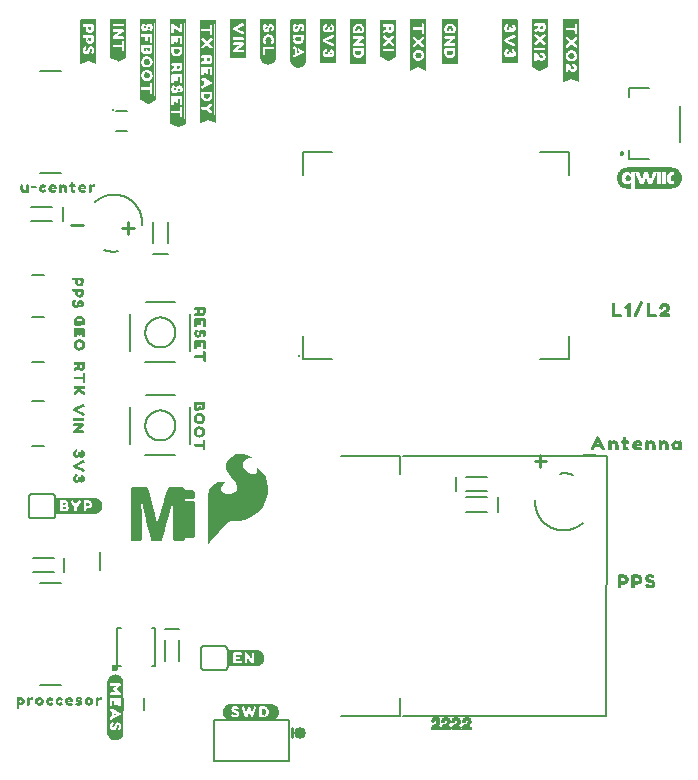
<source format=gto>
G04 EAGLE Gerber RS-274X export*
G75*
%MOMM*%
%FSLAX34Y34*%
%LPD*%
%INSilkscreen Top*%
%IPPOS*%
%AMOC8*
5,1,8,0,0,1.08239X$1,22.5*%
G01*
%ADD10C,0.203200*%
%ADD11C,0.279400*%
%ADD12C,1.016000*%
%ADD13C,0.600000*%
%ADD14C,0.152400*%
%ADD15R,0.240000X0.040000*%
%ADD16R,0.440000X0.040000*%
%ADD17R,0.400000X0.040000*%
%ADD18R,0.520000X0.040000*%
%ADD19R,0.600000X0.040000*%
%ADD20R,0.680000X0.040000*%
%ADD21R,0.640000X0.040000*%
%ADD22R,0.720000X0.040000*%
%ADD23R,0.760000X0.040000*%
%ADD24R,0.280000X0.040000*%
%ADD25R,0.320000X0.040000*%
%ADD26R,0.200000X0.040000*%
%ADD27R,0.360000X0.040000*%
%ADD28R,0.480000X0.040000*%
%ADD29R,0.800000X0.040000*%
%ADD30R,0.840000X0.040000*%
%ADD31C,0.282838*%
%ADD32C,0.177800*%
%ADD33C,0.300000*%
%ADD34C,0.254000*%
%ADD35C,0.127000*%

G36*
X165028Y190599D02*
X165028Y190599D01*
X165055Y190595D01*
X165255Y190795D01*
X165256Y190801D01*
X165260Y190801D01*
X165758Y191499D01*
X166657Y192497D01*
X166657Y192498D01*
X166658Y192498D01*
X167758Y193798D01*
X167758Y193799D01*
X169057Y195398D01*
X170557Y197097D01*
X172257Y198997D01*
X174056Y200896D01*
X174056Y200897D01*
X174057Y200897D01*
X175957Y202997D01*
X177656Y204897D01*
X179254Y206494D01*
X180751Y207892D01*
X182246Y208988D01*
X183837Y209783D01*
X185625Y210181D01*
X191420Y210181D01*
X191422Y210182D01*
X191426Y210182D01*
X191427Y210181D01*
X194927Y210681D01*
X194930Y210685D01*
X194933Y210683D01*
X198233Y211583D01*
X198236Y211586D01*
X198239Y211585D01*
X201339Y212885D01*
X201342Y212890D01*
X201347Y212889D01*
X204147Y214689D01*
X204148Y214692D01*
X204151Y214692D01*
X206651Y216692D01*
X206652Y216696D01*
X206656Y216696D01*
X208956Y219096D01*
X208956Y219100D01*
X208959Y219100D01*
X211059Y221800D01*
X211059Y221806D01*
X211064Y221807D01*
X213964Y227307D01*
X213962Y227315D01*
X213968Y227317D01*
X215468Y232817D01*
X215465Y232822D01*
X215468Y232824D01*
X215467Y232825D01*
X215469Y232827D01*
X215769Y238027D01*
X215765Y238033D01*
X215769Y238037D01*
X215069Y242937D01*
X215064Y242942D01*
X215067Y242946D01*
X213567Y247246D01*
X213560Y247250D01*
X213562Y247255D01*
X211462Y250755D01*
X211455Y250758D01*
X211456Y250763D01*
X209056Y253363D01*
X209045Y253365D01*
X209043Y253373D01*
X206443Y254773D01*
X206420Y254770D01*
X206396Y254773D01*
X206395Y254766D01*
X206385Y254764D01*
X206390Y254730D01*
X206385Y254695D01*
X206471Y254610D01*
X206471Y254430D01*
X206475Y254424D01*
X206472Y254420D01*
X206571Y253925D01*
X206571Y252338D01*
X206274Y251448D01*
X205879Y250558D01*
X205193Y249873D01*
X204111Y249479D01*
X203125Y249479D01*
X202033Y249678D01*
X200940Y250075D01*
X199845Y250673D01*
X197651Y252069D01*
X195859Y253861D01*
X195162Y254956D01*
X194565Y255951D01*
X194268Y256840D01*
X194170Y257829D01*
X194268Y258619D01*
X194565Y259509D01*
X195060Y260302D01*
X195656Y261096D01*
X196748Y261989D01*
X198038Y262684D01*
X199230Y262982D01*
X200524Y263181D01*
X201517Y263181D01*
X202413Y263081D01*
X203012Y262981D01*
X203017Y262984D01*
X203020Y262981D01*
X203220Y262981D01*
X203233Y262991D01*
X203250Y262991D01*
X203250Y263003D01*
X203267Y263017D01*
X203250Y263040D01*
X203250Y263069D01*
X202850Y263369D01*
X202849Y263369D01*
X202849Y263370D01*
X201749Y264170D01*
X201744Y264170D01*
X201744Y264173D01*
X199944Y265173D01*
X199941Y265173D01*
X199940Y265175D01*
X197740Y266175D01*
X197733Y266173D01*
X197730Y266178D01*
X194930Y266778D01*
X194925Y266776D01*
X194923Y266779D01*
X191923Y266979D01*
X191915Y266974D01*
X191910Y266978D01*
X188610Y266278D01*
X188603Y266271D01*
X188597Y266274D01*
X185197Y264474D01*
X185194Y264466D01*
X185188Y264468D01*
X182588Y262268D01*
X182586Y262258D01*
X182579Y262257D01*
X180979Y259857D01*
X180980Y259848D01*
X180973Y259846D01*
X180173Y257446D01*
X180177Y257435D01*
X180171Y257430D01*
X180171Y254830D01*
X180177Y254822D01*
X180172Y254817D01*
X180872Y252217D01*
X180879Y252212D01*
X180877Y252207D01*
X182277Y249607D01*
X182281Y249605D01*
X182280Y249601D01*
X184180Y247001D01*
X184186Y246999D01*
X184185Y246995D01*
X186783Y244397D01*
X188678Y242104D01*
X189671Y239918D01*
X189770Y237838D01*
X189077Y235955D01*
X187787Y234368D01*
X186000Y233276D01*
X183813Y232679D01*
X181425Y232679D01*
X179835Y232977D01*
X178545Y233573D01*
X177453Y234367D01*
X176660Y235259D01*
X176067Y236248D01*
X175869Y237235D01*
X175869Y238225D01*
X176066Y239110D01*
X176558Y239798D01*
X177153Y240394D01*
X177849Y240990D01*
X179240Y241785D01*
X179836Y241983D01*
X179841Y241991D01*
X179847Y241989D01*
X180145Y242187D01*
X180342Y242286D01*
X180347Y242295D01*
X180356Y242297D01*
X180354Y242310D01*
X180368Y242339D01*
X180347Y242350D01*
X180342Y242374D01*
X180142Y242474D01*
X180133Y242472D01*
X180130Y242478D01*
X179632Y242578D01*
X178934Y242777D01*
X178930Y242776D01*
X178929Y242778D01*
X177829Y242978D01*
X177826Y242977D01*
X177824Y242979D01*
X176624Y243079D01*
X176619Y243076D01*
X176617Y243079D01*
X175217Y242979D01*
X175213Y242976D01*
X175210Y242978D01*
X173710Y242678D01*
X173708Y242676D01*
X173706Y242677D01*
X172006Y242177D01*
X172003Y242174D01*
X172001Y242175D01*
X170601Y241575D01*
X170598Y241570D01*
X170593Y241571D01*
X169193Y240671D01*
X169191Y240666D01*
X169187Y240666D01*
X167987Y239566D01*
X167986Y239560D01*
X167981Y239560D01*
X166881Y238160D01*
X166881Y238152D01*
X166875Y238151D01*
X166075Y236451D01*
X166076Y236448D01*
X166075Y236447D01*
X166074Y236446D01*
X165374Y234446D01*
X165376Y234439D01*
X165371Y234436D01*
X165071Y231936D01*
X165073Y231933D01*
X165071Y231932D01*
X164971Y229032D01*
X164972Y229031D01*
X164971Y229030D01*
X164971Y190630D01*
X164979Y190619D01*
X164977Y190606D01*
X164990Y190604D01*
X165007Y190583D01*
X165028Y190599D01*
G37*
G36*
X142875Y192688D02*
X142875Y192688D01*
X142888Y192687D01*
X143414Y192712D01*
X143436Y192718D01*
X143571Y192746D01*
X144059Y192935D01*
X144066Y192939D01*
X144073Y192941D01*
X144214Y193030D01*
X144602Y193382D01*
X144607Y193388D01*
X144613Y193392D01*
X144712Y193526D01*
X144950Y193993D01*
X144952Y193999D01*
X144955Y194004D01*
X145001Y194164D01*
X145061Y194686D01*
X145059Y194703D01*
X145064Y194725D01*
X145077Y195126D01*
X145197Y195333D01*
X145425Y195442D01*
X151643Y195459D01*
X151686Y195468D01*
X151760Y195473D01*
X152271Y195599D01*
X152310Y195617D01*
X152400Y195650D01*
X152856Y195912D01*
X152889Y195941D01*
X152966Y195997D01*
X153332Y196374D01*
X153356Y196411D01*
X153414Y196485D01*
X153664Y196947D01*
X153672Y196976D01*
X153687Y197000D01*
X153692Y197029D01*
X153712Y197079D01*
X153823Y197592D01*
X153824Y197634D01*
X153834Y197698D01*
X153842Y217737D01*
X153861Y218255D01*
X153858Y218272D01*
X153861Y218290D01*
X153842Y218370D01*
X153835Y218410D01*
X153841Y218427D01*
X153839Y218457D01*
X153846Y218496D01*
X153846Y224311D01*
X153845Y224315D01*
X153846Y224319D01*
X153836Y224848D01*
X153827Y224889D01*
X153823Y224953D01*
X153703Y225466D01*
X153685Y225505D01*
X153652Y225596D01*
X153394Y226055D01*
X153366Y226088D01*
X153310Y226166D01*
X152936Y226536D01*
X152899Y226560D01*
X152824Y226619D01*
X152362Y226872D01*
X152321Y226885D01*
X152232Y226921D01*
X151718Y227036D01*
X151676Y227037D01*
X151610Y227048D01*
X145801Y227056D01*
X145402Y227066D01*
X145189Y227184D01*
X145077Y227407D01*
X145072Y228243D01*
X145174Y228481D01*
X145372Y228605D01*
X145757Y228623D01*
X151559Y228629D01*
X151598Y228636D01*
X151655Y228638D01*
X152171Y228739D01*
X152212Y228756D01*
X152303Y228784D01*
X152772Y229024D01*
X152806Y229051D01*
X152885Y229104D01*
X153270Y229463D01*
X153296Y229499D01*
X153358Y229571D01*
X153628Y230024D01*
X153642Y230061D01*
X153651Y230076D01*
X153653Y230087D01*
X153683Y230154D01*
X153816Y230664D01*
X153819Y230707D01*
X153832Y230776D01*
X153847Y231304D01*
X153846Y231310D01*
X153847Y231318D01*
X153847Y233432D01*
X153844Y233448D01*
X153846Y233468D01*
X153808Y233994D01*
X153796Y234037D01*
X153780Y234126D01*
X153603Y234622D01*
X153581Y234660D01*
X153539Y234745D01*
X153232Y235173D01*
X153201Y235203D01*
X153137Y235274D01*
X152724Y235601D01*
X152685Y235621D01*
X152606Y235671D01*
X152119Y235873D01*
X152076Y235881D01*
X151986Y235908D01*
X151463Y235969D01*
X151437Y235967D01*
X151405Y235972D01*
X145626Y235974D01*
X145291Y236022D01*
X145132Y236163D01*
X145054Y236487D01*
X144998Y236980D01*
X144997Y236985D01*
X144997Y236991D01*
X144947Y237150D01*
X144708Y237618D01*
X144703Y237624D01*
X144701Y237631D01*
X144598Y237761D01*
X144208Y238113D01*
X144201Y238118D01*
X144196Y238124D01*
X144053Y238209D01*
X143563Y238398D01*
X143545Y238401D01*
X143405Y238431D01*
X142878Y238453D01*
X142868Y238452D01*
X142856Y238454D01*
X132813Y238454D01*
X132808Y238453D01*
X132802Y238454D01*
X132273Y238441D01*
X132242Y238434D01*
X132121Y238414D01*
X131625Y238241D01*
X131617Y238237D01*
X131608Y238235D01*
X131465Y238150D01*
X131065Y237809D01*
X131060Y237802D01*
X131053Y237798D01*
X130950Y237667D01*
X130700Y237206D01*
X130688Y237168D01*
X130662Y237117D01*
X128759Y231066D01*
X128759Y231065D01*
X128759Y231064D01*
X127353Y226519D01*
X127353Y226517D01*
X127352Y226515D01*
X124914Y218417D01*
X124907Y218336D01*
X124900Y218295D01*
X124895Y218282D01*
X124844Y218177D01*
X123826Y214624D01*
X123826Y214621D01*
X123825Y214618D01*
X122852Y211053D01*
X122852Y211048D01*
X122850Y211042D01*
X122082Y207969D01*
X122082Y207963D01*
X122079Y207957D01*
X121979Y207506D01*
X121859Y208103D01*
X121857Y208107D01*
X121856Y208113D01*
X121048Y211719D01*
X121047Y211723D01*
X121047Y211727D01*
X120061Y215834D01*
X120061Y215835D01*
X120061Y215837D01*
X119681Y217374D01*
X119678Y217379D01*
X119678Y217386D01*
X119400Y218405D01*
X119387Y218430D01*
X119383Y218469D01*
X119383Y218483D01*
X119382Y218485D01*
X119382Y218487D01*
X118462Y222071D01*
X118461Y222073D01*
X118461Y222076D01*
X117374Y226164D01*
X117374Y226165D01*
X117374Y226167D01*
X116678Y228717D01*
X116677Y228719D01*
X116677Y228721D01*
X115530Y232792D01*
X115529Y232795D01*
X115528Y232798D01*
X114334Y236856D01*
X114328Y236868D01*
X114325Y236884D01*
X114146Y237380D01*
X114138Y237393D01*
X114066Y237522D01*
X113738Y237933D01*
X113730Y237940D01*
X113725Y237949D01*
X113597Y238055D01*
X113141Y238316D01*
X113131Y238319D01*
X113123Y238326D01*
X112965Y238377D01*
X112445Y238454D01*
X112414Y238452D01*
X112373Y238459D01*
X101269Y238464D01*
X101233Y238457D01*
X101180Y238456D01*
X100663Y238362D01*
X100654Y238359D01*
X100645Y238359D01*
X100490Y238296D01*
X100043Y238021D01*
X100038Y238016D01*
X100031Y238013D01*
X99909Y237900D01*
X99589Y237484D01*
X99585Y237476D01*
X99579Y237470D01*
X99506Y237321D01*
X99357Y236817D01*
X99353Y236775D01*
X99337Y236676D01*
X99328Y218699D01*
X99337Y218656D01*
X99342Y218581D01*
X99370Y218467D01*
X99361Y218453D01*
X99360Y218444D01*
X99355Y218437D01*
X99328Y218273D01*
X99338Y194459D01*
X99346Y194422D01*
X99360Y194313D01*
X99515Y193810D01*
X99519Y193803D01*
X99521Y193794D01*
X99600Y193648D01*
X99926Y193235D01*
X99932Y193230D01*
X99936Y193223D01*
X100062Y193115D01*
X100514Y192846D01*
X100522Y192843D01*
X100528Y192838D01*
X100685Y192783D01*
X101203Y192694D01*
X101239Y192695D01*
X101288Y192686D01*
X106580Y192686D01*
X106598Y192690D01*
X106620Y192688D01*
X107145Y192729D01*
X107148Y192730D01*
X107150Y192730D01*
X107311Y192772D01*
X107791Y192987D01*
X107797Y192992D01*
X107805Y192994D01*
X107940Y193091D01*
X108311Y193465D01*
X108316Y193472D01*
X108323Y193477D01*
X108414Y193616D01*
X108625Y194098D01*
X108625Y194099D01*
X108626Y194100D01*
X108665Y194261D01*
X108704Y194787D01*
X108702Y194804D01*
X108706Y194824D01*
X108703Y210700D01*
X108703Y210702D01*
X108703Y210703D01*
X108679Y214937D01*
X108679Y214939D01*
X108679Y214941D01*
X108631Y218116D01*
X108611Y218209D01*
X108589Y218309D01*
X108589Y218310D01*
X108573Y218332D01*
X108587Y218353D01*
X108590Y218370D01*
X108598Y218384D01*
X108622Y218549D01*
X108529Y222778D01*
X108529Y222780D01*
X108529Y222782D01*
X108498Y223782D01*
X108483Y224281D01*
X108467Y224780D01*
X108467Y224781D01*
X108452Y225280D01*
X108431Y225953D01*
X108430Y225956D01*
X108430Y225960D01*
X108352Y227738D01*
X108767Y225857D01*
X108768Y225855D01*
X108768Y225851D01*
X110447Y218642D01*
X110453Y218628D01*
X110456Y218608D01*
X110559Y218273D01*
X110564Y218207D01*
X110561Y218164D01*
X110569Y218141D01*
X110571Y218110D01*
X112192Y211441D01*
X112193Y211440D01*
X112193Y211438D01*
X113599Y205804D01*
X113600Y205803D01*
X113600Y205801D01*
X115435Y198641D01*
X115436Y198640D01*
X115436Y198637D01*
X116652Y194044D01*
X116671Y194006D01*
X116679Y193975D01*
X116686Y193965D01*
X116697Y193933D01*
X116949Y193473D01*
X116955Y193465D01*
X116958Y193457D01*
X117065Y193330D01*
X117467Y192992D01*
X117473Y192989D01*
X117477Y192984D01*
X117623Y192903D01*
X118118Y192729D01*
X118148Y192724D01*
X118271Y192701D01*
X118798Y192687D01*
X118804Y192688D01*
X118811Y192687D01*
X124090Y192687D01*
X124112Y192691D01*
X124141Y192689D01*
X124663Y192743D01*
X124669Y192744D01*
X124674Y192744D01*
X124834Y192792D01*
X125304Y193024D01*
X125311Y193029D01*
X125319Y193032D01*
X125451Y193134D01*
X125806Y193520D01*
X125809Y193525D01*
X125813Y193528D01*
X125900Y193669D01*
X126099Y194156D01*
X126103Y194177D01*
X126115Y194201D01*
X127635Y199257D01*
X127636Y199259D01*
X127637Y199261D01*
X129701Y206358D01*
X129702Y206360D01*
X129703Y206362D01*
X131273Y211953D01*
X131273Y211955D01*
X131274Y211958D01*
X132931Y218072D01*
X132933Y218107D01*
X132945Y218140D01*
X132940Y218206D01*
X132944Y218271D01*
X132940Y218283D01*
X132966Y218309D01*
X132999Y218382D01*
X133022Y218420D01*
X133025Y218439D01*
X133034Y218461D01*
X133837Y221529D01*
X133837Y221531D01*
X133838Y221533D01*
X134871Y225634D01*
X134871Y225636D01*
X134872Y225639D01*
X135489Y228209D01*
X135489Y228212D01*
X135490Y228215D01*
X135414Y224849D01*
X135414Y224847D01*
X135414Y224845D01*
X135322Y218503D01*
X135332Y218449D01*
X135332Y218394D01*
X135350Y218352D01*
X135359Y218307D01*
X135389Y218261D01*
X135411Y218211D01*
X135412Y218209D01*
X135352Y218001D01*
X135348Y217958D01*
X135332Y217865D01*
X135307Y214700D01*
X135307Y214698D01*
X135307Y214696D01*
X135294Y194648D01*
X135301Y194613D01*
X135302Y194563D01*
X135390Y194046D01*
X135393Y194039D01*
X135393Y194032D01*
X135453Y193876D01*
X135720Y193425D01*
X135725Y193419D01*
X135728Y193412D01*
X135792Y193340D01*
X135811Y193314D01*
X135820Y193309D01*
X135839Y193288D01*
X136250Y192962D01*
X136258Y192958D01*
X136263Y192952D01*
X136412Y192876D01*
X136912Y192720D01*
X136956Y192716D01*
X137050Y192698D01*
X137577Y192686D01*
X137582Y192687D01*
X137588Y192686D01*
X142864Y192686D01*
X142875Y192688D01*
G37*
G36*
X140011Y543112D02*
X140011Y543112D01*
X140023Y543106D01*
X146023Y546206D01*
X146026Y546213D01*
X146031Y546212D01*
X146531Y546612D01*
X146535Y546627D01*
X146543Y546633D01*
X146538Y546640D01*
X146538Y546642D01*
X146549Y546650D01*
X146549Y634550D01*
X146513Y634597D01*
X146510Y634595D01*
X146508Y634599D01*
X145908Y634699D01*
X145903Y634696D01*
X145900Y634699D01*
X133000Y634699D01*
X132953Y634663D01*
X132955Y634660D01*
X132951Y634658D01*
X132851Y634058D01*
X132854Y634053D01*
X132851Y634050D01*
X132851Y546750D01*
X132865Y546732D01*
X132862Y546719D01*
X133262Y546219D01*
X133276Y546215D01*
X133278Y546206D01*
X139378Y543206D01*
X139389Y543208D01*
X139392Y543201D01*
X139992Y543101D01*
X140011Y543112D01*
G37*
G36*
X171781Y546477D02*
X171781Y546477D01*
X171836Y546487D01*
X171833Y546504D01*
X171849Y546512D01*
X171949Y547112D01*
X171946Y547117D01*
X171949Y547120D01*
X171949Y630320D01*
X171913Y630367D01*
X171909Y630364D01*
X171907Y630369D01*
X171900Y630370D01*
X171910Y630372D01*
X171927Y630391D01*
X171947Y630407D01*
X171944Y630411D01*
X171949Y630417D01*
X171947Y630418D01*
X171949Y630420D01*
X171949Y633320D01*
X171941Y633331D01*
X171946Y633338D01*
X171746Y633838D01*
X171705Y633863D01*
X171700Y633869D01*
X158800Y633869D01*
X158789Y633861D01*
X158782Y633866D01*
X158282Y633666D01*
X158257Y633625D01*
X158251Y633620D01*
X158251Y546920D01*
X158263Y546904D01*
X158259Y546893D01*
X158459Y546593D01*
X158515Y546573D01*
X158517Y546578D01*
X158522Y546576D01*
X164619Y549574D01*
X165196Y549767D01*
X171778Y546476D01*
X171779Y546476D01*
X171779Y546475D01*
X171781Y546477D01*
G37*
G36*
X114708Y563061D02*
X114708Y563061D01*
X114716Y563069D01*
X114722Y563066D01*
X120822Y566166D01*
X120831Y566183D01*
X120842Y566185D01*
X121142Y566685D01*
X121142Y566689D01*
X121144Y566690D01*
X121141Y566694D01*
X121140Y566703D01*
X121149Y566710D01*
X121149Y634710D01*
X121136Y634728D01*
X121139Y634740D01*
X120839Y635140D01*
X120808Y635149D01*
X120800Y635159D01*
X107900Y635159D01*
X107882Y635146D01*
X107870Y635149D01*
X107470Y634849D01*
X107466Y634833D01*
X107461Y634830D01*
X107464Y634826D01*
X107462Y634818D01*
X107451Y634810D01*
X107451Y566410D01*
X107476Y566377D01*
X107478Y566366D01*
X108078Y566066D01*
X114077Y562966D01*
X114099Y562970D01*
X114108Y562961D01*
X114708Y563061D01*
G37*
G36*
X522683Y491377D02*
X522683Y491377D01*
X522704Y491380D01*
X522713Y491397D01*
X522722Y491403D01*
X522720Y491412D01*
X522727Y491426D01*
X522743Y491813D01*
X522742Y491814D01*
X522743Y491815D01*
X522743Y496050D01*
X522743Y496051D01*
X522733Y496444D01*
X522726Y496455D01*
X522728Y496468D01*
X522708Y496481D01*
X522695Y496501D01*
X522682Y496498D01*
X522671Y496506D01*
X522637Y496491D01*
X522628Y496489D01*
X522627Y496486D01*
X522624Y496485D01*
X522193Y495999D01*
X521790Y495672D01*
X521343Y495409D01*
X520858Y495224D01*
X520351Y495107D01*
X519833Y495054D01*
X519312Y495075D01*
X518791Y495124D01*
X518284Y495243D01*
X517785Y495395D01*
X517322Y495633D01*
X516872Y495894D01*
X516484Y496242D01*
X516119Y496612D01*
X515814Y497035D01*
X515553Y497485D01*
X515337Y497961D01*
X515177Y498457D01*
X515051Y498966D01*
X514978Y499483D01*
X514938Y500006D01*
X514933Y500530D01*
X514973Y501053D01*
X515040Y501571D01*
X515166Y502080D01*
X515323Y502577D01*
X515540Y503052D01*
X515802Y503501D01*
X516109Y503922D01*
X516477Y504290D01*
X516866Y504636D01*
X517321Y504889D01*
X517789Y505116D01*
X518288Y505268D01*
X518798Y505373D01*
X519319Y505421D01*
X519840Y505430D01*
X520358Y505371D01*
X520863Y505247D01*
X521346Y505056D01*
X521793Y504792D01*
X522197Y504470D01*
X522627Y503922D01*
X522642Y503917D01*
X522650Y503904D01*
X522672Y503907D01*
X522692Y503900D01*
X522702Y503911D01*
X522718Y503913D01*
X522730Y503941D01*
X522738Y503949D01*
X522737Y503955D01*
X522740Y503960D01*
X522743Y504460D01*
X522743Y504989D01*
X522746Y505331D01*
X525981Y505331D01*
X525982Y505331D01*
X525999Y505331D01*
X525999Y491713D01*
X526000Y491711D01*
X526000Y491709D01*
X526016Y491425D01*
X526029Y491408D01*
X526032Y491387D01*
X526050Y491379D01*
X526057Y491370D01*
X526066Y491372D01*
X526079Y491366D01*
X557007Y491366D01*
X557010Y491368D01*
X557013Y491366D01*
X558594Y491517D01*
X558596Y491519D01*
X558599Y491518D01*
X559117Y491615D01*
X559120Y491618D01*
X559124Y491617D01*
X560636Y492099D01*
X560640Y492103D01*
X560647Y492104D01*
X562043Y492861D01*
X562045Y492866D01*
X562052Y492868D01*
X563285Y493867D01*
X563286Y493870D01*
X563291Y493872D01*
X563654Y494254D01*
X563655Y494256D01*
X563657Y494257D01*
X564331Y495074D01*
X564331Y495076D01*
X564334Y495078D01*
X564637Y495509D01*
X564637Y495512D01*
X564641Y495515D01*
X565385Y496917D01*
X565385Y496922D01*
X565386Y496923D01*
X565388Y496925D01*
X565388Y496926D01*
X565390Y496927D01*
X565860Y498444D01*
X565859Y498449D01*
X565863Y498454D01*
X565933Y498977D01*
X565933Y498978D01*
X565933Y498979D01*
X566039Y500033D01*
X566038Y500035D01*
X566040Y500038D01*
X566048Y500565D01*
X566046Y500567D01*
X566048Y500572D01*
X565888Y502152D01*
X565884Y502156D01*
X565885Y502164D01*
X565414Y503680D01*
X565411Y503683D01*
X565411Y503688D01*
X565188Y504166D01*
X565186Y504167D01*
X565186Y504169D01*
X564681Y505100D01*
X564679Y505101D01*
X564678Y505104D01*
X564388Y505544D01*
X564386Y505545D01*
X564384Y505550D01*
X563711Y506366D01*
X563709Y506366D01*
X563709Y506368D01*
X563676Y506404D01*
X563620Y506467D01*
X563564Y506530D01*
X563508Y506593D01*
X563452Y506655D01*
X563396Y506718D01*
X563357Y506761D01*
X563353Y506762D01*
X563350Y506768D01*
X562125Y507778D01*
X562120Y507779D01*
X562115Y507785D01*
X560721Y508544D01*
X560717Y508544D01*
X560713Y508548D01*
X560218Y508731D01*
X560217Y508731D01*
X560215Y508732D01*
X559204Y509046D01*
X559202Y509046D01*
X559199Y509048D01*
X558685Y509162D01*
X558682Y509160D01*
X558678Y509163D01*
X557624Y509269D01*
X557099Y509322D01*
X557096Y509321D01*
X557092Y509322D01*
X520041Y509322D01*
X520039Y509321D01*
X520035Y509322D01*
X518455Y509174D01*
X518453Y509173D01*
X518450Y509174D01*
X517931Y509083D01*
X517928Y509080D01*
X517923Y509081D01*
X516408Y508605D01*
X516405Y508601D01*
X516397Y508600D01*
X515002Y507843D01*
X515000Y507839D01*
X514994Y507837D01*
X514574Y507517D01*
X514574Y507516D01*
X514572Y507516D01*
X513756Y506842D01*
X513755Y506839D01*
X513751Y506838D01*
X513383Y506460D01*
X513382Y506458D01*
X513379Y506456D01*
X512706Y505640D01*
X512705Y505638D01*
X512703Y505636D01*
X512395Y505209D01*
X512394Y505205D01*
X512390Y505202D01*
X511640Y503803D01*
X511641Y503798D01*
X511636Y503792D01*
X511165Y502276D01*
X511166Y502271D01*
X511163Y502266D01*
X511086Y501744D01*
X511087Y501743D01*
X511086Y501741D01*
X510979Y500688D01*
X510980Y500686D01*
X510979Y500684D01*
X510964Y500157D01*
X510966Y500154D01*
X510964Y500149D01*
X511124Y498569D01*
X511127Y498565D01*
X511126Y498557D01*
X511591Y497039D01*
X511594Y497037D01*
X511594Y497032D01*
X511812Y496552D01*
X511814Y496551D01*
X511814Y496548D01*
X512319Y495618D01*
X512321Y495616D01*
X512321Y495614D01*
X512606Y495170D01*
X512609Y495168D01*
X512611Y495164D01*
X512620Y495152D01*
X512673Y495090D01*
X512726Y495027D01*
X512884Y494839D01*
X512937Y494776D01*
X512990Y494713D01*
X513042Y494650D01*
X513095Y494588D01*
X513148Y494525D01*
X513306Y494337D01*
X513359Y494274D01*
X513412Y494211D01*
X513465Y494148D01*
X513517Y494086D01*
X513632Y493949D01*
X513637Y493948D01*
X513640Y493941D01*
X514865Y492931D01*
X514870Y492930D01*
X514875Y492924D01*
X516265Y492160D01*
X516269Y492160D01*
X516273Y492156D01*
X516765Y491967D01*
X516767Y491967D01*
X516769Y491965D01*
X517780Y491652D01*
X517782Y491652D01*
X517784Y491650D01*
X518297Y491530D01*
X518301Y491531D01*
X518305Y491529D01*
X519885Y491369D01*
X519888Y491371D01*
X519891Y491369D01*
X522665Y491366D01*
X522683Y491377D01*
G37*
G36*
X87062Y24147D02*
X87062Y24147D01*
X87063Y24146D01*
X87763Y24246D01*
X87765Y24248D01*
X87767Y24247D01*
X88467Y24447D01*
X88468Y24449D01*
X88471Y24448D01*
X90271Y25348D01*
X90272Y25352D01*
X90275Y25351D01*
X90775Y25751D01*
X90776Y25753D01*
X90777Y25753D01*
X91777Y26753D01*
X91777Y26758D01*
X91782Y26759D01*
X92081Y27358D01*
X92480Y27957D01*
X92480Y27961D01*
X92483Y27962D01*
X92883Y29162D01*
X92883Y29163D01*
X93083Y29863D01*
X93083Y29865D01*
X93084Y29866D01*
X93083Y29866D01*
X93084Y29867D01*
X93184Y30567D01*
X93183Y30568D01*
X93184Y30569D01*
X93184Y30570D01*
X93184Y73670D01*
X93182Y73672D01*
X93184Y73674D01*
X93084Y74274D01*
X93082Y74275D01*
X93083Y74277D01*
X92883Y74977D01*
X92883Y74978D01*
X92683Y75577D01*
X92483Y76277D01*
X92478Y76280D01*
X92479Y76285D01*
X92080Y76784D01*
X91680Y77383D01*
X91679Y77384D01*
X91679Y77385D01*
X91279Y77885D01*
X91277Y77886D01*
X91277Y77887D01*
X90777Y78387D01*
X90775Y78387D01*
X90775Y78389D01*
X90275Y78789D01*
X90274Y78789D01*
X90273Y78790D01*
X89673Y79190D01*
X89671Y79190D01*
X89671Y79192D01*
X89071Y79492D01*
X89068Y79491D01*
X89068Y79493D01*
X88468Y79693D01*
X88467Y79693D01*
X87767Y79893D01*
X87765Y79892D01*
X87763Y79894D01*
X87063Y79994D01*
X87061Y79994D01*
X87060Y79994D01*
X85760Y79994D01*
X85759Y79994D01*
X85757Y79994D01*
X85057Y79894D01*
X85055Y79892D01*
X85053Y79893D01*
X84353Y79693D01*
X84352Y79693D01*
X83752Y79493D01*
X83751Y79491D01*
X83749Y79492D01*
X82549Y78892D01*
X82547Y78887D01*
X82543Y78887D01*
X82044Y78388D01*
X81545Y77989D01*
X81545Y77987D01*
X81543Y77987D01*
X81043Y77487D01*
X81043Y77484D01*
X81040Y77483D01*
X80640Y76883D01*
X80639Y76882D01*
X80339Y76382D01*
X80340Y76380D01*
X80338Y76380D01*
X80038Y75680D01*
X80038Y75678D01*
X80037Y75678D01*
X79837Y75078D01*
X79837Y75077D01*
X79637Y74377D01*
X79638Y74375D01*
X79636Y74374D01*
X79536Y73774D01*
X79538Y73772D01*
X79536Y73770D01*
X79536Y30370D01*
X79537Y30368D01*
X79536Y30367D01*
X79636Y29667D01*
X79638Y29665D01*
X79637Y29662D01*
X79837Y29063D01*
X80037Y28363D01*
X80039Y28362D01*
X80038Y28359D01*
X80638Y27159D01*
X80642Y27158D01*
X80641Y27155D01*
X81041Y26655D01*
X81043Y26655D01*
X81043Y26653D01*
X82043Y25653D01*
X82045Y25653D01*
X82045Y25651D01*
X82545Y25251D01*
X82548Y25251D01*
X82549Y25248D01*
X83749Y24648D01*
X83752Y24649D01*
X83753Y24647D01*
X84453Y24447D01*
X85052Y24247D01*
X85055Y24248D01*
X85057Y24246D01*
X85757Y24146D01*
X85759Y24147D01*
X85760Y24146D01*
X87060Y24146D01*
X87062Y24147D01*
G37*
G36*
X465854Y581260D02*
X465854Y581260D01*
X465862Y581256D01*
X471862Y584256D01*
X472440Y584545D01*
X479118Y581256D01*
X479177Y581267D01*
X479174Y581283D01*
X479188Y581290D01*
X479288Y581790D01*
X479285Y581797D01*
X479289Y581800D01*
X479289Y634000D01*
X479286Y634005D01*
X479289Y634008D01*
X479189Y634608D01*
X479145Y634649D01*
X479143Y634646D01*
X479140Y634649D01*
X466240Y634649D01*
X466235Y634646D01*
X466232Y634649D01*
X465632Y634549D01*
X465591Y634505D01*
X465593Y634504D01*
X465593Y634503D01*
X465594Y634502D01*
X465591Y634500D01*
X465591Y581700D01*
X465600Y581687D01*
X465596Y581678D01*
X465796Y581278D01*
X465849Y581252D01*
X465854Y581260D01*
G37*
G36*
X218276Y41437D02*
X218276Y41437D01*
X218277Y41436D01*
X219677Y41636D01*
X219679Y41638D01*
X219682Y41637D01*
X220282Y41837D01*
X220283Y41839D01*
X220285Y41838D01*
X221485Y42438D01*
X221486Y42440D01*
X221487Y42440D01*
X222087Y42840D01*
X222088Y42841D01*
X222089Y42841D01*
X222589Y43241D01*
X222590Y43243D01*
X222591Y43243D01*
X223091Y43743D01*
X223091Y43745D01*
X223093Y43745D01*
X223493Y44245D01*
X223493Y44246D01*
X223494Y44247D01*
X223894Y44847D01*
X223894Y44849D01*
X223896Y44849D01*
X224196Y45449D01*
X224195Y45452D01*
X224197Y45452D01*
X224397Y46052D01*
X224397Y46053D01*
X224597Y46753D01*
X224797Y47352D01*
X224795Y47357D01*
X224798Y47360D01*
X224798Y48760D01*
X224797Y48762D01*
X224798Y48763D01*
X224698Y49463D01*
X224698Y49464D01*
X224598Y50064D01*
X224595Y50067D01*
X224596Y50070D01*
X224297Y50769D01*
X224097Y51368D01*
X224093Y51370D01*
X224094Y51373D01*
X223694Y51973D01*
X223693Y51974D01*
X223693Y51975D01*
X222893Y52975D01*
X222891Y52976D01*
X222891Y52977D01*
X222391Y53477D01*
X222389Y53477D01*
X222389Y53479D01*
X221889Y53879D01*
X221886Y53879D01*
X221885Y53882D01*
X220685Y54482D01*
X220684Y54481D01*
X220684Y54482D01*
X219984Y54782D01*
X219980Y54781D01*
X219978Y54784D01*
X219378Y54884D01*
X219377Y54884D01*
X217977Y55084D01*
X217975Y55083D01*
X217974Y55084D01*
X184174Y55084D01*
X184172Y55082D01*
X184170Y55084D01*
X183572Y54984D01*
X182874Y54984D01*
X182870Y54981D01*
X182866Y54983D01*
X182267Y54783D01*
X181567Y54583D01*
X181566Y54581D01*
X181563Y54582D01*
X180963Y54282D01*
X180962Y54280D01*
X180961Y54280D01*
X180361Y53880D01*
X180360Y53879D01*
X180359Y53879D01*
X179359Y53079D01*
X179359Y53077D01*
X179357Y53077D01*
X178857Y52577D01*
X178857Y52574D01*
X178854Y52573D01*
X178454Y51973D01*
X178453Y51972D01*
X178153Y51472D01*
X178154Y51470D01*
X178152Y51470D01*
X177852Y50770D01*
X177852Y50768D01*
X177851Y50768D01*
X177651Y50168D01*
X177651Y50167D01*
X177451Y49467D01*
X177451Y49466D01*
X177451Y49465D01*
X177450Y49464D01*
X177350Y48864D01*
X177352Y48862D01*
X177350Y48860D01*
X177350Y47460D01*
X177352Y47458D01*
X177350Y47456D01*
X177450Y46856D01*
X177452Y46855D01*
X177451Y46853D01*
X177651Y46153D01*
X177653Y46152D01*
X177652Y46149D01*
X178552Y44349D01*
X178557Y44347D01*
X178557Y44343D01*
X179056Y43844D01*
X179455Y43345D01*
X179457Y43345D01*
X179457Y43343D01*
X179957Y42843D01*
X179960Y42843D01*
X179961Y42840D01*
X180561Y42440D01*
X180563Y42440D01*
X180563Y42438D01*
X181163Y42138D01*
X181166Y42139D01*
X181166Y42137D01*
X181765Y41938D01*
X182363Y41638D01*
X182368Y41640D01*
X182371Y41636D01*
X183771Y41436D01*
X183773Y41437D01*
X183774Y41436D01*
X218274Y41436D01*
X218276Y41437D01*
G37*
G36*
X445880Y590642D02*
X445880Y590642D01*
X445893Y590636D01*
X452493Y594036D01*
X452502Y594056D01*
X452514Y594065D01*
X452512Y594068D01*
X452519Y594072D01*
X452619Y594672D01*
X452616Y594677D01*
X452619Y594680D01*
X452619Y631880D01*
X452616Y631884D01*
X452618Y631889D01*
X452614Y631891D01*
X452616Y631897D01*
X452603Y631901D01*
X452583Y631927D01*
X452567Y631915D01*
X452566Y631915D01*
X452600Y631941D01*
X452608Y631972D01*
X452619Y631980D01*
X452619Y634780D01*
X452611Y634791D01*
X452616Y634798D01*
X452416Y635298D01*
X452375Y635323D01*
X452370Y635329D01*
X439570Y635329D01*
X439565Y635326D01*
X439562Y635329D01*
X438962Y635229D01*
X438921Y635185D01*
X438924Y635183D01*
X438921Y635180D01*
X438921Y594580D01*
X438928Y594571D01*
X438923Y594564D01*
X439123Y593964D01*
X439146Y593949D01*
X439148Y593936D01*
X445248Y590936D01*
X445848Y590636D01*
X445880Y590642D01*
G37*
G36*
X336207Y591043D02*
X336207Y591043D01*
X336222Y591036D01*
X342900Y594325D01*
X349578Y591036D01*
X349637Y591047D01*
X349634Y591063D01*
X349648Y591070D01*
X349748Y591570D01*
X349745Y591577D01*
X349749Y591580D01*
X349749Y634980D01*
X349713Y635027D01*
X349706Y635022D01*
X349700Y635029D01*
X336100Y635029D01*
X336053Y634993D01*
X336058Y634986D01*
X336051Y634980D01*
X336051Y591580D01*
X336055Y591574D01*
X336052Y591570D01*
X336152Y591070D01*
X336196Y591031D01*
X336207Y591043D01*
G37*
G36*
X241504Y593704D02*
X241504Y593704D01*
X241507Y593701D01*
X242207Y593801D01*
X242208Y593802D01*
X242208Y593801D01*
X242808Y593901D01*
X242811Y593905D01*
X242814Y593903D01*
X243514Y594103D01*
X243515Y594104D01*
X243516Y594103D01*
X244116Y594303D01*
X244119Y594308D01*
X244122Y594306D01*
X244722Y594606D01*
X244724Y594610D01*
X244727Y594609D01*
X245327Y595009D01*
X245328Y595012D01*
X245331Y595012D01*
X245831Y595412D01*
X245832Y595416D01*
X245835Y595415D01*
X246335Y595915D01*
X246335Y595919D01*
X246338Y595919D01*
X246738Y596419D01*
X246739Y596423D01*
X246741Y596423D01*
X247141Y597023D01*
X247141Y597027D01*
X247144Y597028D01*
X247744Y598228D01*
X247743Y598233D01*
X247747Y598234D01*
X247947Y598834D01*
X247945Y598841D01*
X247949Y598843D01*
X248149Y600243D01*
X248146Y600248D01*
X248149Y600250D01*
X248149Y634450D01*
X248130Y634476D01*
X248130Y634489D01*
X247730Y634789D01*
X247708Y634789D01*
X247700Y634799D01*
X234800Y634799D01*
X234774Y634780D01*
X234761Y634780D01*
X234461Y634380D01*
X234461Y634358D01*
X234451Y634350D01*
X234451Y600550D01*
X234454Y600546D01*
X234451Y600543D01*
X234651Y599143D01*
X234652Y599142D01*
X234651Y599142D01*
X234751Y598542D01*
X234759Y598535D01*
X234756Y598528D01*
X235055Y597929D01*
X235355Y597231D01*
X235359Y597228D01*
X235358Y597225D01*
X235658Y596725D01*
X235659Y596724D01*
X235659Y596723D01*
X236059Y596123D01*
X236066Y596120D01*
X236065Y596115D01*
X236565Y595615D01*
X236569Y595615D01*
X236569Y595612D01*
X237569Y594812D01*
X237577Y594811D01*
X237578Y594806D01*
X238778Y594206D01*
X238785Y594207D01*
X238786Y594203D01*
X239485Y594003D01*
X240084Y593803D01*
X240091Y593805D01*
X240093Y593801D01*
X240793Y593701D01*
X240798Y593704D01*
X240800Y593701D01*
X241500Y593701D01*
X241504Y593704D01*
G37*
G36*
X68296Y215935D02*
X68296Y215935D01*
X68297Y215934D01*
X69697Y216134D01*
X69698Y216134D01*
X70298Y216234D01*
X70301Y216237D01*
X70304Y216236D01*
X71003Y216535D01*
X71602Y216735D01*
X71604Y216739D01*
X71607Y216738D01*
X72207Y217138D01*
X72208Y217139D01*
X72209Y217139D01*
X72709Y217539D01*
X72710Y217541D01*
X72711Y217541D01*
X73711Y218541D01*
X73711Y218543D01*
X73713Y218543D01*
X74113Y219043D01*
X74113Y219046D01*
X74116Y219047D01*
X74716Y220247D01*
X74715Y220250D01*
X74717Y220251D01*
X74917Y220951D01*
X74916Y220953D01*
X74918Y220954D01*
X75018Y221554D01*
X75018Y221555D01*
X75118Y222255D01*
X75117Y222257D01*
X75118Y222258D01*
X75118Y223658D01*
X75116Y223660D01*
X75118Y223662D01*
X75018Y224262D01*
X75016Y224263D01*
X75017Y224265D01*
X74817Y224965D01*
X74815Y224966D01*
X74816Y224969D01*
X73916Y226769D01*
X73911Y226771D01*
X73911Y226775D01*
X73412Y227274D01*
X73013Y227773D01*
X73008Y227774D01*
X73007Y227778D01*
X72408Y228178D01*
X71909Y228577D01*
X71906Y228577D01*
X71905Y228580D01*
X71305Y228880D01*
X71304Y228879D01*
X71304Y228880D01*
X70604Y229180D01*
X70602Y229180D01*
X70602Y229181D01*
X70002Y229381D01*
X69999Y229380D01*
X69997Y229382D01*
X69297Y229482D01*
X68698Y229582D01*
X68696Y229580D01*
X68694Y229582D01*
X35794Y229582D01*
X35785Y229575D01*
X35777Y229575D01*
X35377Y229175D01*
X35376Y229164D01*
X35370Y229158D01*
X35370Y216358D01*
X35377Y216349D01*
X35377Y216341D01*
X35777Y215941D01*
X35788Y215940D01*
X35794Y215934D01*
X68294Y215934D01*
X68296Y215935D01*
G37*
G36*
X298847Y597037D02*
X298847Y597037D01*
X298845Y597040D01*
X298849Y597042D01*
X298949Y597642D01*
X298946Y597647D01*
X298949Y597650D01*
X298949Y631450D01*
X298944Y631457D01*
X298947Y631466D01*
X298934Y631470D01*
X298913Y631497D01*
X298894Y631483D01*
X298893Y631484D01*
X298929Y631510D01*
X298939Y631542D01*
X298949Y631550D01*
X298949Y634850D01*
X298913Y634897D01*
X298906Y634892D01*
X298900Y634899D01*
X285400Y634899D01*
X285353Y634863D01*
X285355Y634860D01*
X285351Y634858D01*
X285251Y634258D01*
X285254Y634253D01*
X285251Y634250D01*
X285251Y597050D01*
X285287Y597003D01*
X285294Y597008D01*
X285300Y597001D01*
X298800Y597001D01*
X298847Y597037D01*
G37*
G36*
X376317Y597037D02*
X376317Y597037D01*
X376315Y597040D01*
X376319Y597042D01*
X376419Y597642D01*
X376416Y597647D01*
X376419Y597650D01*
X376419Y631450D01*
X376414Y631457D01*
X376417Y631466D01*
X376404Y631470D01*
X376383Y631497D01*
X376364Y631483D01*
X376363Y631484D01*
X376399Y631510D01*
X376409Y631542D01*
X376419Y631550D01*
X376419Y634850D01*
X376383Y634897D01*
X376376Y634892D01*
X376370Y634899D01*
X362870Y634899D01*
X362823Y634863D01*
X362825Y634860D01*
X362821Y634858D01*
X362721Y634258D01*
X362724Y634253D01*
X362721Y634250D01*
X362721Y597050D01*
X362757Y597003D01*
X362764Y597008D01*
X362770Y597001D01*
X376270Y597001D01*
X376317Y597037D01*
G37*
G36*
X273447Y597337D02*
X273447Y597337D01*
X273445Y597340D01*
X273449Y597342D01*
X273549Y597942D01*
X273546Y597947D01*
X273549Y597950D01*
X273549Y634350D01*
X273520Y634388D01*
X273518Y634396D01*
X273018Y634596D01*
X273005Y634592D01*
X273000Y634599D01*
X260100Y634599D01*
X260062Y634570D01*
X260054Y634568D01*
X259854Y634068D01*
X259857Y634058D01*
X259853Y634055D01*
X259854Y634053D01*
X259851Y634050D01*
X259851Y597450D01*
X259887Y597403D01*
X259890Y597405D01*
X259892Y597401D01*
X260492Y597301D01*
X260497Y597304D01*
X260500Y597301D01*
X273400Y597301D01*
X273447Y597337D01*
G37*
G36*
X427117Y597337D02*
X427117Y597337D01*
X427115Y597340D01*
X427119Y597342D01*
X427219Y597942D01*
X427216Y597947D01*
X427219Y597950D01*
X427219Y634350D01*
X427190Y634388D01*
X427188Y634396D01*
X426688Y634596D01*
X426675Y634592D01*
X426670Y634599D01*
X413770Y634599D01*
X413732Y634570D01*
X413724Y634568D01*
X413524Y634068D01*
X413527Y634058D01*
X413523Y634055D01*
X413524Y634053D01*
X413521Y634050D01*
X413521Y597450D01*
X413557Y597403D01*
X413560Y597405D01*
X413562Y597401D01*
X414162Y597301D01*
X414167Y597304D01*
X414170Y597301D01*
X427070Y597301D01*
X427117Y597337D01*
G37*
G36*
X216607Y596471D02*
X216607Y596471D01*
X216608Y596472D01*
X216608Y596471D01*
X217208Y596571D01*
X217907Y596671D01*
X217915Y596679D01*
X217922Y596676D01*
X219722Y597576D01*
X219725Y597583D01*
X219731Y597582D01*
X220231Y597982D01*
X220232Y597986D01*
X220235Y597985D01*
X221235Y598985D01*
X221235Y598989D01*
X221238Y598989D01*
X221638Y599489D01*
X221639Y599497D01*
X221644Y599498D01*
X222244Y600698D01*
X222243Y600705D01*
X222247Y600706D01*
X222447Y601405D01*
X222647Y602004D01*
X222645Y602011D01*
X222649Y602013D01*
X222749Y602713D01*
X222746Y602718D01*
X222749Y602720D01*
X222749Y634520D01*
X222713Y634567D01*
X222710Y634565D01*
X222708Y634569D01*
X222108Y634669D01*
X222103Y634666D01*
X222100Y634669D01*
X209200Y634669D01*
X209153Y634633D01*
X209156Y634629D01*
X209151Y634627D01*
X209051Y633927D01*
X209054Y633922D01*
X209051Y633920D01*
X209051Y602820D01*
X209054Y602816D01*
X209051Y602813D01*
X209151Y602113D01*
X209155Y602109D01*
X209153Y602106D01*
X209353Y601406D01*
X209354Y601405D01*
X209353Y601404D01*
X209753Y600204D01*
X209761Y600199D01*
X209759Y600193D01*
X210559Y598993D01*
X210562Y598992D01*
X210562Y598989D01*
X210962Y598489D01*
X210969Y598487D01*
X210969Y598482D01*
X211469Y598082D01*
X212068Y597582D01*
X212074Y597582D01*
X212075Y597578D01*
X212575Y597278D01*
X212578Y597278D01*
X212578Y597276D01*
X213178Y596976D01*
X213185Y596977D01*
X213186Y596973D01*
X213885Y596773D01*
X214484Y596573D01*
X214491Y596575D01*
X214493Y596571D01*
X215893Y596371D01*
X215902Y596376D01*
X215907Y596371D01*
X216607Y596471D01*
G37*
G36*
X70290Y596575D02*
X70290Y596575D01*
X70341Y596592D01*
X70335Y596609D01*
X70349Y596620D01*
X70349Y634220D01*
X70330Y634246D01*
X70330Y634259D01*
X69930Y634559D01*
X69908Y634559D01*
X69900Y634569D01*
X57000Y634569D01*
X56974Y634550D01*
X56961Y634550D01*
X56661Y634150D01*
X56661Y634128D01*
X56651Y634120D01*
X56651Y596920D01*
X56672Y596892D01*
X56673Y596879D01*
X56973Y596679D01*
X57011Y596681D01*
X57022Y596676D01*
X63115Y599673D01*
X63692Y599769D01*
X69678Y596776D01*
X69683Y596777D01*
X69684Y596773D01*
X70284Y596573D01*
X70286Y596574D01*
X70287Y596573D01*
X70290Y596575D01*
G37*
G36*
X89010Y598852D02*
X89010Y598852D01*
X89022Y598846D01*
X95122Y601846D01*
X95722Y602146D01*
X95731Y602165D01*
X95747Y602176D01*
X95741Y602184D01*
X95749Y602190D01*
X95749Y634290D01*
X95738Y634305D01*
X95742Y634315D01*
X95442Y634815D01*
X95408Y634829D01*
X95400Y634839D01*
X82500Y634839D01*
X82482Y634826D01*
X82470Y634829D01*
X82070Y634529D01*
X82066Y634513D01*
X82063Y634511D01*
X82065Y634509D01*
X82062Y634498D01*
X82051Y634490D01*
X82051Y602590D01*
X82059Y602579D01*
X82054Y602572D01*
X82254Y602072D01*
X82276Y602059D01*
X82278Y602046D01*
X88378Y599046D01*
X88383Y599047D01*
X88384Y599043D01*
X88984Y598843D01*
X89010Y598852D01*
G37*
G36*
X317711Y599251D02*
X317711Y599251D01*
X317722Y599246D01*
X324322Y602546D01*
X324331Y602565D01*
X324347Y602576D01*
X324341Y602584D01*
X324349Y602590D01*
X324349Y634090D01*
X324330Y634116D01*
X324330Y634129D01*
X323930Y634429D01*
X323908Y634429D01*
X323900Y634439D01*
X311000Y634439D01*
X310979Y634423D01*
X310965Y634425D01*
X310665Y634125D01*
X310662Y634098D01*
X310651Y634090D01*
X310651Y602890D01*
X310662Y602875D01*
X310658Y602865D01*
X310958Y602365D01*
X310976Y602357D01*
X310978Y602346D01*
X317078Y599346D01*
X317089Y599348D01*
X317092Y599341D01*
X317692Y599241D01*
X317711Y599251D01*
G37*
G36*
X197347Y601877D02*
X197347Y601877D01*
X197342Y601884D01*
X197349Y601890D01*
X197349Y635090D01*
X197313Y635137D01*
X197306Y635132D01*
X197300Y635139D01*
X183700Y635139D01*
X183653Y635103D01*
X183655Y635100D01*
X183653Y635098D01*
X183656Y635094D01*
X183651Y635090D01*
X183651Y601890D01*
X183687Y601843D01*
X183694Y601848D01*
X183700Y601841D01*
X197300Y601841D01*
X197347Y601877D01*
G37*
G36*
X205992Y87035D02*
X205992Y87035D01*
X206001Y87032D01*
X206701Y87132D01*
X206712Y87138D01*
X206721Y87137D01*
X207421Y87337D01*
X207424Y87339D01*
X207427Y87338D01*
X208027Y87538D01*
X208037Y87547D01*
X208047Y87547D01*
X209247Y88147D01*
X209254Y88155D01*
X209263Y88156D01*
X209863Y88556D01*
X209866Y88561D01*
X209869Y88562D01*
X209873Y88570D01*
X209886Y88574D01*
X210386Y89074D01*
X210390Y89084D01*
X210397Y89087D01*
X211197Y90087D01*
X211199Y90094D01*
X211204Y90097D01*
X211604Y90697D01*
X211607Y90708D01*
X211614Y90713D01*
X211914Y91313D01*
X211915Y91326D01*
X211922Y91333D01*
X212122Y91933D01*
X212121Y91937D01*
X212124Y91939D01*
X212324Y92639D01*
X212322Y92651D01*
X212328Y92659D01*
X212428Y93359D01*
X212425Y93371D01*
X212429Y93380D01*
X212429Y94680D01*
X212425Y94692D01*
X212428Y94701D01*
X212328Y95401D01*
X212320Y95415D01*
X212322Y95427D01*
X212123Y96024D01*
X211924Y96721D01*
X211913Y96734D01*
X211914Y96747D01*
X211614Y97347D01*
X211599Y97360D01*
X211597Y97373D01*
X211201Y97868D01*
X210804Y98463D01*
X210790Y98473D01*
X210786Y98486D01*
X210286Y98986D01*
X210276Y98990D01*
X210273Y98997D01*
X209273Y99797D01*
X209255Y99802D01*
X209247Y99814D01*
X208047Y100414D01*
X208030Y100415D01*
X208021Y100424D01*
X207324Y100623D01*
X206727Y100822D01*
X206711Y100821D01*
X206701Y100828D01*
X206001Y100928D01*
X205989Y100925D01*
X205980Y100929D01*
X185680Y100929D01*
X185662Y100922D01*
X185643Y100925D01*
X185628Y100914D01*
X185604Y100917D01*
X185580Y100929D01*
X182880Y100929D01*
X182866Y100924D01*
X182855Y100927D01*
X182255Y100827D01*
X182225Y100809D01*
X182191Y100800D01*
X182183Y100785D01*
X182163Y100773D01*
X182140Y100698D01*
X182131Y100680D01*
X182131Y87780D01*
X182136Y87766D01*
X182133Y87755D01*
X182233Y87155D01*
X182251Y87125D01*
X182260Y87091D01*
X182275Y87083D01*
X182287Y87063D01*
X182362Y87040D01*
X182380Y87031D01*
X205980Y87031D01*
X205992Y87035D01*
G37*
%LPC*%
G36*
X144633Y549899D02*
X144633Y549899D01*
X144449Y550359D01*
X144449Y630656D01*
X145751Y631001D01*
X145751Y550083D01*
X145291Y549899D01*
X144633Y549899D01*
G37*
%LPD*%
%LPC*%
G36*
X530387Y495177D02*
X530387Y495177D01*
X530348Y495269D01*
X526624Y505337D01*
X526662Y505337D01*
X526908Y505331D01*
X526909Y505331D01*
X529987Y505331D01*
X529988Y505330D01*
X529988Y505326D01*
X531935Y498726D01*
X531937Y498724D01*
X531937Y498721D01*
X532035Y498468D01*
X532048Y498459D01*
X532052Y498443D01*
X532073Y498441D01*
X532090Y498428D01*
X532104Y498436D01*
X532120Y498434D01*
X532138Y498456D01*
X532149Y498462D01*
X532149Y498469D01*
X532153Y498474D01*
X534118Y505235D01*
X534147Y505331D01*
X537284Y505331D01*
X537361Y505061D01*
X539292Y498456D01*
X539305Y498445D01*
X539309Y498428D01*
X539328Y498424D01*
X539343Y498411D01*
X539359Y498419D01*
X539376Y498416D01*
X539394Y498435D01*
X539405Y498440D01*
X539406Y498448D01*
X539411Y498453D01*
X539561Y498893D01*
X539561Y498894D01*
X539562Y498896D01*
X541360Y504988D01*
X541359Y504988D01*
X541360Y504988D01*
X541459Y505331D01*
X544588Y505331D01*
X544613Y505330D01*
X541024Y495479D01*
X540913Y495177D01*
X537673Y495177D01*
X537567Y495480D01*
X535852Y501042D01*
X535721Y501485D01*
X535707Y501497D01*
X535703Y501514D01*
X535684Y501517D01*
X535669Y501529D01*
X535653Y501522D01*
X535635Y501525D01*
X535619Y501506D01*
X535608Y501501D01*
X535607Y501492D01*
X535601Y501486D01*
X533687Y495346D01*
X533633Y495177D01*
X530387Y495177D01*
G37*
%LPD*%
%LPC*%
G36*
X170503Y553269D02*
X170503Y553269D01*
X169849Y553363D01*
X169849Y629816D01*
X169872Y629952D01*
X171151Y630215D01*
X171151Y553269D01*
X170503Y553269D01*
G37*
%LPD*%
%LPC*%
G36*
X92133Y607535D02*
X92133Y607535D01*
X91849Y608102D01*
X91849Y610790D01*
X91813Y610837D01*
X91806Y610832D01*
X91800Y610839D01*
X85012Y610839D01*
X84439Y611126D01*
X84249Y611599D01*
X84249Y612376D01*
X84531Y612845D01*
X85104Y612941D01*
X91200Y612941D01*
X91209Y612948D01*
X91216Y612943D01*
X91816Y613143D01*
X91846Y613187D01*
X91849Y613190D01*
X91849Y615873D01*
X92227Y616345D01*
X92808Y616441D01*
X92849Y616485D01*
X92848Y616486D01*
X92849Y616487D01*
X92949Y618187D01*
X92916Y618237D01*
X92907Y618230D01*
X92900Y618239D01*
X84817Y618239D01*
X84346Y618616D01*
X84249Y619293D01*
X84249Y619972D01*
X84734Y620554D01*
X89530Y624251D01*
X89534Y624267D01*
X89547Y624277D01*
X89540Y624287D01*
X89546Y624308D01*
X89518Y624316D01*
X89500Y624339D01*
X84909Y624339D01*
X84440Y624527D01*
X84249Y625098D01*
X84249Y625970D01*
X84624Y626344D01*
X85204Y626441D01*
X92696Y626441D01*
X93273Y626345D01*
X93651Y625873D01*
X93651Y625098D01*
X93458Y624519D01*
X92870Y624029D01*
X88771Y621030D01*
X88771Y621029D01*
X88770Y621029D01*
X88370Y620729D01*
X88366Y620714D01*
X88356Y620712D01*
X88256Y620512D01*
X88257Y620507D01*
X88253Y620503D01*
X88259Y620495D01*
X88267Y620454D01*
X88287Y620457D01*
X88300Y620441D01*
X93077Y620441D01*
X93651Y619772D01*
X93651Y619098D01*
X93459Y618523D01*
X92975Y618232D01*
X92967Y618212D01*
X92963Y618209D01*
X92964Y618207D01*
X92962Y618200D01*
X92951Y618193D01*
X92851Y616493D01*
X92884Y616443D01*
X92884Y616444D01*
X92884Y616443D01*
X93461Y616251D01*
X93651Y615682D01*
X93651Y608004D01*
X93370Y607535D01*
X92799Y607440D01*
X92133Y607535D01*
G37*
%LPD*%
G36*
X513825Y152901D02*
X513825Y152901D01*
X513837Y152913D01*
X513847Y152909D01*
X514447Y153309D01*
X514454Y153327D01*
X514456Y153329D01*
X514455Y153331D01*
X514457Y153337D01*
X514469Y153344D01*
X514569Y154144D01*
X514567Y154148D01*
X514569Y154150D01*
X514569Y155820D01*
X515132Y156101D01*
X516820Y156101D01*
X516824Y156104D01*
X516827Y156101D01*
X517527Y156201D01*
X517533Y156207D01*
X517537Y156204D01*
X518337Y156504D01*
X518339Y156507D01*
X518342Y156506D01*
X519142Y156906D01*
X519147Y156916D01*
X519155Y156915D01*
X520355Y158115D01*
X520357Y158130D01*
X520366Y158133D01*
X520666Y158933D01*
X520665Y158937D01*
X520668Y158938D01*
X520868Y159738D01*
X520864Y159746D01*
X520869Y159750D01*
X520869Y161450D01*
X520860Y161463D01*
X520864Y161472D01*
X520364Y162472D01*
X520362Y162473D01*
X520363Y162474D01*
X519963Y163174D01*
X519954Y163178D01*
X519955Y163185D01*
X519355Y163785D01*
X519347Y163786D01*
X519346Y163792D01*
X518546Y164292D01*
X518539Y164291D01*
X518537Y164296D01*
X517737Y164596D01*
X517734Y164595D01*
X517734Y164597D01*
X517034Y164797D01*
X517024Y164794D01*
X517020Y164799D01*
X512620Y164799D01*
X512609Y164791D01*
X512601Y164795D01*
X511901Y164495D01*
X511889Y164474D01*
X511876Y164472D01*
X511576Y163872D01*
X511579Y163856D01*
X511571Y163850D01*
X511571Y154550D01*
X511573Y154547D01*
X511571Y154545D01*
X511671Y153645D01*
X511676Y153639D01*
X511673Y153634D01*
X511873Y153034D01*
X511904Y153013D01*
X511909Y153002D01*
X512809Y152802D01*
X512820Y152807D01*
X512825Y152801D01*
X513825Y152901D01*
G37*
G36*
X525625Y152901D02*
X525625Y152901D01*
X525639Y152914D01*
X525651Y152912D01*
X526151Y153312D01*
X526155Y153327D01*
X526158Y153329D01*
X526156Y153332D01*
X526156Y153333D01*
X526168Y153338D01*
X526368Y154138D01*
X526364Y154146D01*
X526369Y154150D01*
X526369Y155822D01*
X526834Y156101D01*
X528520Y156101D01*
X528524Y156104D01*
X528526Y156101D01*
X529326Y156201D01*
X529332Y156207D01*
X529337Y156204D01*
X530137Y156504D01*
X530139Y156507D01*
X530142Y156506D01*
X530942Y156906D01*
X530947Y156916D01*
X530955Y156915D01*
X531555Y157515D01*
X531555Y157519D01*
X531558Y157518D01*
X532058Y158118D01*
X532058Y158127D01*
X532064Y158128D01*
X532464Y158928D01*
X532463Y158936D01*
X532468Y158938D01*
X532668Y159738D01*
X532664Y159746D01*
X532669Y159750D01*
X532669Y161450D01*
X532660Y161463D01*
X532664Y161472D01*
X532164Y162472D01*
X532159Y162475D01*
X532160Y162479D01*
X531660Y163179D01*
X531654Y163180D01*
X531655Y163185D01*
X531055Y163785D01*
X531049Y163786D01*
X531049Y163790D01*
X530349Y164290D01*
X530339Y164290D01*
X530337Y164296D01*
X529537Y164596D01*
X529533Y164595D01*
X529532Y164598D01*
X528732Y164798D01*
X528724Y164794D01*
X528720Y164799D01*
X524420Y164799D01*
X524409Y164791D01*
X524401Y164795D01*
X523701Y164495D01*
X523689Y164474D01*
X523676Y164472D01*
X523376Y163872D01*
X523379Y163856D01*
X523371Y163850D01*
X523371Y153650D01*
X523380Y153637D01*
X523376Y153628D01*
X523676Y153028D01*
X523704Y153014D01*
X523709Y153002D01*
X524609Y152802D01*
X524620Y152807D01*
X524625Y152801D01*
X525625Y152901D01*
G37*
%LPC*%
G36*
X119416Y569759D02*
X119416Y569759D01*
X119049Y570035D01*
X119049Y630600D01*
X120351Y631269D01*
X120351Y570126D01*
X120075Y569759D01*
X119416Y569759D01*
G37*
%LPD*%
G36*
X555547Y382684D02*
X555547Y382684D01*
X555559Y382680D01*
X556259Y383180D01*
X556264Y383197D01*
X556267Y383199D01*
X556265Y383201D01*
X556267Y383207D01*
X556279Y383214D01*
X556379Y384014D01*
X556375Y384021D01*
X556379Y384025D01*
X556279Y384925D01*
X556263Y384942D01*
X556265Y384955D01*
X555765Y385455D01*
X555746Y385457D01*
X555741Y385468D01*
X554841Y385668D01*
X554833Y385665D01*
X554830Y385669D01*
X552360Y385669D01*
X552299Y385791D01*
X552846Y385973D01*
X552852Y385982D01*
X552859Y385980D01*
X553559Y386480D01*
X553560Y386483D01*
X553562Y386483D01*
X554262Y387083D01*
X554263Y387085D01*
X554265Y387085D01*
X554865Y387685D01*
X554866Y387691D01*
X554870Y387691D01*
X555370Y388391D01*
X555370Y388401D01*
X555376Y388403D01*
X555676Y389203D01*
X555675Y389206D01*
X555678Y389208D01*
X555677Y389208D01*
X555678Y389208D01*
X555878Y390008D01*
X555873Y390020D01*
X555879Y390025D01*
X555779Y390925D01*
X555779Y390926D01*
X555679Y391726D01*
X555672Y391733D01*
X555675Y391739D01*
X555375Y392439D01*
X555370Y392442D01*
X555372Y392446D01*
X554872Y393246D01*
X554864Y393249D01*
X554865Y393255D01*
X554265Y393855D01*
X554261Y393855D01*
X554262Y393858D01*
X553662Y394358D01*
X553650Y394358D01*
X553647Y394366D01*
X552847Y394666D01*
X552843Y394665D01*
X552842Y394668D01*
X552042Y394868D01*
X552034Y394864D01*
X552030Y394869D01*
X551130Y394869D01*
X551124Y394864D01*
X551119Y394868D01*
X550219Y394668D01*
X550219Y394667D01*
X550218Y394668D01*
X549418Y394468D01*
X549408Y394456D01*
X549398Y394458D01*
X548798Y393958D01*
X548798Y393954D01*
X548795Y393955D01*
X548195Y393355D01*
X548194Y393349D01*
X548190Y393349D01*
X547690Y392649D01*
X547690Y392645D01*
X547687Y392644D01*
X547287Y391944D01*
X547289Y391935D01*
X547282Y391932D01*
X547082Y391132D01*
X547084Y391127D01*
X547081Y391125D01*
X546981Y390225D01*
X546988Y390214D01*
X546983Y390206D01*
X547183Y389506D01*
X547197Y389496D01*
X547195Y389485D01*
X547695Y388985D01*
X547719Y388982D01*
X547726Y388971D01*
X548826Y388871D01*
X548834Y388876D01*
X548844Y388876D01*
X548847Y388874D01*
X549647Y389174D01*
X549660Y389194D01*
X549662Y389196D01*
X549674Y389198D01*
X549974Y389798D01*
X549972Y389810D01*
X549979Y389815D01*
X550078Y390707D01*
X550370Y391388D01*
X551043Y391869D01*
X551913Y391772D01*
X552492Y391386D01*
X552877Y390615D01*
X552685Y389940D01*
X552191Y389151D01*
X551698Y388658D01*
X551003Y388161D01*
X548805Y386862D01*
X548804Y386859D01*
X548801Y386860D01*
X548101Y386360D01*
X548098Y386349D01*
X548090Y386349D01*
X547590Y385649D01*
X547590Y385645D01*
X547587Y385644D01*
X547187Y384944D01*
X547189Y384935D01*
X547182Y384932D01*
X546982Y384132D01*
X546990Y384113D01*
X546984Y384103D01*
X547284Y383303D01*
X547301Y383292D01*
X547301Y383280D01*
X548001Y382780D01*
X548019Y382780D01*
X548024Y382771D01*
X548824Y382671D01*
X548828Y382673D01*
X548830Y382671D01*
X555530Y382671D01*
X555547Y382684D01*
G37*
G36*
X499626Y269741D02*
X499626Y269741D01*
X499636Y269751D01*
X499644Y269747D01*
X500544Y270247D01*
X500551Y270262D01*
X500561Y270263D01*
X500961Y270863D01*
X500959Y270891D01*
X500968Y270902D01*
X500768Y271702D01*
X500762Y271707D01*
X500764Y271712D01*
X500364Y272512D01*
X496264Y280912D01*
X496261Y280913D01*
X496262Y280915D01*
X495962Y281415D01*
X495946Y281422D01*
X495944Y281433D01*
X495244Y281833D01*
X495219Y281829D01*
X495208Y281838D01*
X494408Y281638D01*
X494400Y281627D01*
X494391Y281630D01*
X493691Y281130D01*
X493687Y281116D01*
X493677Y281114D01*
X493277Y280414D01*
X493278Y280412D01*
X493276Y280411D01*
X489176Y271911D01*
X489176Y271908D01*
X489174Y271907D01*
X488874Y271107D01*
X488881Y271082D01*
X488875Y271071D01*
X489175Y270371D01*
X489194Y270359D01*
X489196Y270347D01*
X490096Y269847D01*
X490104Y269848D01*
X490106Y269843D01*
X490806Y269643D01*
X490832Y269653D01*
X490844Y269647D01*
X491544Y270047D01*
X491552Y270066D01*
X491564Y270068D01*
X491964Y270867D01*
X491963Y270867D01*
X492750Y272341D01*
X496897Y272341D01*
X497379Y271763D01*
X498176Y270168D01*
X498189Y270162D01*
X498188Y270152D01*
X498788Y269652D01*
X498817Y269651D01*
X498826Y269641D01*
X499626Y269741D01*
G37*
G36*
X56184Y354254D02*
X56184Y354254D01*
X56187Y354251D01*
X56887Y354351D01*
X56888Y354352D01*
X56888Y354351D01*
X57488Y354451D01*
X57492Y354456D01*
X57496Y354453D01*
X58096Y354653D01*
X58101Y354661D01*
X58107Y354659D01*
X59307Y355459D01*
X59311Y355469D01*
X59318Y355469D01*
X59717Y355967D01*
X60215Y356465D01*
X60216Y356477D01*
X60224Y356478D01*
X60524Y357078D01*
X60523Y357083D01*
X60527Y357084D01*
X60727Y357684D01*
X60727Y357685D01*
X60726Y357686D01*
X60727Y357686D01*
X60927Y358386D01*
X60924Y358396D01*
X60929Y358400D01*
X60929Y359500D01*
X60926Y359504D01*
X60929Y359507D01*
X60829Y360207D01*
X60824Y360212D01*
X60827Y360216D01*
X60627Y360816D01*
X60622Y360819D01*
X60624Y360822D01*
X60324Y361422D01*
X60317Y361425D01*
X60318Y361431D01*
X59918Y361931D01*
X59914Y361932D01*
X59915Y361935D01*
X58915Y362935D01*
X58903Y362936D01*
X58902Y362944D01*
X57702Y363544D01*
X57692Y363542D01*
X57688Y363549D01*
X57088Y363649D01*
X57087Y363648D01*
X57087Y363649D01*
X56387Y363749D01*
X56382Y363746D01*
X56380Y363749D01*
X55680Y363749D01*
X55676Y363746D01*
X55673Y363749D01*
X54973Y363649D01*
X54972Y363648D01*
X54972Y363649D01*
X54372Y363549D01*
X54365Y363541D01*
X54358Y363544D01*
X53158Y362944D01*
X53153Y362934D01*
X53145Y362935D01*
X52145Y361935D01*
X52145Y361931D01*
X52142Y361931D01*
X51742Y361431D01*
X51741Y361423D01*
X51736Y361422D01*
X51436Y360822D01*
X51437Y360817D01*
X51433Y360814D01*
X51233Y360114D01*
X51234Y360110D01*
X51231Y360108D01*
X51131Y359508D01*
X51134Y359503D01*
X51131Y359500D01*
X51131Y358100D01*
X51138Y358091D01*
X51133Y358084D01*
X51333Y357484D01*
X51338Y357481D01*
X51336Y357478D01*
X51936Y356278D01*
X51946Y356273D01*
X51945Y356265D01*
X52945Y355265D01*
X52957Y355264D01*
X52958Y355256D01*
X54158Y354656D01*
X54163Y354657D01*
X54164Y354653D01*
X54764Y354453D01*
X54766Y354454D01*
X54766Y354453D01*
X55466Y354253D01*
X55476Y354256D01*
X55480Y354251D01*
X56180Y354251D01*
X56184Y354254D01*
G37*
G36*
X158484Y292039D02*
X158484Y292039D01*
X158488Y292037D01*
X159688Y292437D01*
X159689Y292439D01*
X159691Y292438D01*
X160291Y292738D01*
X160292Y292740D01*
X160293Y292740D01*
X160893Y293140D01*
X160895Y293145D01*
X160899Y293145D01*
X161299Y293644D01*
X161799Y294244D01*
X161799Y294248D01*
X161802Y294249D01*
X162102Y294849D01*
X162101Y294852D01*
X162103Y294852D01*
X162503Y296052D01*
X162501Y296056D01*
X162504Y296058D01*
X162503Y296059D01*
X162504Y296060D01*
X162504Y297260D01*
X162502Y297262D01*
X162504Y297264D01*
X162404Y297864D01*
X162402Y297865D01*
X162403Y297867D01*
X162203Y298567D01*
X162200Y298569D01*
X162201Y298572D01*
X161901Y299072D01*
X161900Y299073D01*
X161500Y299673D01*
X161497Y299674D01*
X161497Y299677D01*
X160997Y300177D01*
X160995Y300177D01*
X160995Y300179D01*
X160495Y300579D01*
X160494Y300579D01*
X160493Y300580D01*
X159893Y300980D01*
X159889Y300980D01*
X159888Y300983D01*
X158688Y301383D01*
X158685Y301382D01*
X158683Y301384D01*
X157983Y301484D01*
X157981Y301483D01*
X157980Y301484D01*
X157280Y301484D01*
X157278Y301483D01*
X157277Y301484D01*
X156577Y301384D01*
X156575Y301382D01*
X156572Y301383D01*
X155372Y300983D01*
X155372Y300982D01*
X155370Y300982D01*
X155369Y300979D01*
X155367Y300980D01*
X154767Y300580D01*
X154766Y300579D01*
X154765Y300579D01*
X154265Y300179D01*
X154265Y300177D01*
X154263Y300177D01*
X153763Y299677D01*
X153763Y299674D01*
X153760Y299673D01*
X153360Y299073D01*
X153360Y299071D01*
X153358Y299071D01*
X153058Y298471D01*
X153059Y298468D01*
X153057Y298468D01*
X152857Y297868D01*
X152858Y297865D01*
X152856Y297863D01*
X152756Y297163D01*
X152757Y297161D01*
X152756Y297160D01*
X152756Y295860D01*
X152759Y295857D01*
X152757Y295853D01*
X152957Y295153D01*
X152959Y295152D01*
X152958Y295149D01*
X153258Y294549D01*
X153260Y294549D01*
X153259Y294548D01*
X153559Y294048D01*
X153562Y294047D01*
X153561Y294044D01*
X154061Y293444D01*
X154065Y293444D01*
X154065Y293441D01*
X154565Y293041D01*
X154566Y293041D01*
X154567Y293040D01*
X155167Y292640D01*
X155169Y292640D01*
X155169Y292638D01*
X155769Y292338D01*
X155772Y292339D01*
X155772Y292337D01*
X156372Y292137D01*
X156375Y292138D01*
X156377Y292136D01*
X157077Y292036D01*
X157079Y292037D01*
X157080Y292036D01*
X158480Y292036D01*
X158484Y292039D01*
G37*
G36*
X158483Y280636D02*
X158483Y280636D01*
X158484Y280636D01*
X159084Y280736D01*
X159087Y280740D01*
X159091Y280738D01*
X160291Y281338D01*
X160292Y281340D01*
X160293Y281340D01*
X160893Y281740D01*
X160895Y281745D01*
X160899Y281745D01*
X161298Y282244D01*
X161797Y282743D01*
X161797Y282748D01*
X161802Y282749D01*
X162102Y283349D01*
X162101Y283352D01*
X162103Y283352D01*
X162303Y283952D01*
X162303Y283953D01*
X162503Y284653D01*
X162503Y284655D01*
X162504Y284655D01*
X162502Y284658D01*
X162504Y284660D01*
X162504Y285760D01*
X162503Y285762D01*
X162504Y285763D01*
X162404Y286463D01*
X162402Y286465D01*
X162403Y286468D01*
X162203Y287068D01*
X162201Y287069D01*
X162202Y287071D01*
X161902Y287671D01*
X161900Y287672D01*
X161900Y287673D01*
X161500Y288273D01*
X161497Y288274D01*
X161497Y288277D01*
X160997Y288777D01*
X160995Y288777D01*
X160995Y288779D01*
X160495Y289179D01*
X160492Y289179D01*
X160491Y289182D01*
X159291Y289782D01*
X159286Y289780D01*
X159284Y289784D01*
X158684Y289884D01*
X158683Y289884D01*
X157983Y289984D01*
X157981Y289983D01*
X157980Y289984D01*
X156580Y289984D01*
X156576Y289981D01*
X156572Y289983D01*
X155972Y289783D01*
X155971Y289781D01*
X155969Y289782D01*
X154769Y289182D01*
X154767Y289177D01*
X154763Y289177D01*
X153763Y288177D01*
X153763Y288175D01*
X153761Y288175D01*
X153361Y287675D01*
X153361Y287672D01*
X153358Y287671D01*
X153058Y287071D01*
X153059Y287068D01*
X153057Y287068D01*
X152857Y286468D01*
X152858Y286465D01*
X152856Y286463D01*
X152756Y285763D01*
X152757Y285761D01*
X152756Y285760D01*
X152756Y284360D01*
X152759Y284356D01*
X152757Y284352D01*
X152957Y283752D01*
X152959Y283751D01*
X152958Y283749D01*
X153558Y282549D01*
X153563Y282547D01*
X153563Y282543D01*
X154563Y281543D01*
X154568Y281543D01*
X154569Y281538D01*
X155769Y280938D01*
X155772Y280939D01*
X155772Y280937D01*
X156372Y280737D01*
X156375Y280738D01*
X156377Y280736D01*
X157777Y280536D01*
X157780Y280539D01*
X157783Y280536D01*
X158483Y280636D01*
G37*
G36*
X539827Y152806D02*
X539827Y152806D01*
X539832Y152802D01*
X540632Y153002D01*
X540635Y153006D01*
X540637Y153004D01*
X541437Y153304D01*
X541440Y153309D01*
X541444Y153307D01*
X542144Y153707D01*
X542147Y153713D01*
X542152Y153712D01*
X542752Y154212D01*
X542754Y154223D01*
X542762Y154224D01*
X543262Y155024D01*
X543261Y155034D01*
X543267Y155036D01*
X543467Y155736D01*
X543466Y155741D01*
X543468Y155742D01*
X543467Y155744D01*
X543469Y155745D01*
X543569Y156645D01*
X543567Y156648D01*
X543569Y156650D01*
X543569Y157550D01*
X543562Y157560D01*
X543566Y157567D01*
X543266Y158367D01*
X543258Y158372D01*
X543260Y158379D01*
X542760Y159079D01*
X542751Y159081D01*
X542752Y159088D01*
X542152Y159588D01*
X542141Y159588D01*
X542139Y159595D01*
X541439Y159895D01*
X541436Y159895D01*
X541436Y159897D01*
X540536Y160197D01*
X540533Y160196D01*
X540532Y160198D01*
X538939Y160596D01*
X538263Y160982D01*
X538074Y161738D01*
X538545Y162304D01*
X539314Y162400D01*
X540097Y162106D01*
X540791Y161610D01*
X540808Y161610D01*
X540813Y161601D01*
X541513Y161501D01*
X541536Y161514D01*
X541549Y161510D01*
X542249Y162010D01*
X542252Y162020D01*
X542259Y162020D01*
X542859Y162820D01*
X542859Y162830D01*
X542866Y162834D01*
X542860Y162843D01*
X542869Y162850D01*
X542869Y163450D01*
X542855Y163469D01*
X542857Y163482D01*
X542257Y164182D01*
X542248Y164184D01*
X542247Y164191D01*
X541647Y164591D01*
X541638Y164590D01*
X541636Y164597D01*
X540736Y164897D01*
X540733Y164896D01*
X540732Y164898D01*
X539932Y165098D01*
X539924Y165094D01*
X539920Y165099D01*
X538120Y165099D01*
X538110Y165092D01*
X538103Y165096D01*
X537303Y164796D01*
X537302Y164795D01*
X537301Y164795D01*
X536601Y164495D01*
X536594Y164484D01*
X536585Y164485D01*
X535985Y163885D01*
X535984Y163879D01*
X535980Y163879D01*
X535480Y163179D01*
X535480Y163171D01*
X535475Y163169D01*
X535175Y162469D01*
X535175Y162468D01*
X535174Y162467D01*
X535176Y162465D01*
X535177Y162459D01*
X535171Y162455D01*
X535071Y161555D01*
X535075Y161548D01*
X535071Y161544D01*
X535171Y160744D01*
X535174Y160741D01*
X535172Y160738D01*
X535372Y159938D01*
X535383Y159930D01*
X535380Y159921D01*
X535880Y159221D01*
X535886Y159220D01*
X535885Y159215D01*
X536485Y158615D01*
X536500Y158613D01*
X536503Y158604D01*
X538903Y157704D01*
X538911Y157706D01*
X538914Y157701D01*
X539704Y157602D01*
X540377Y157218D01*
X540568Y156456D01*
X540285Y155889D01*
X539514Y155600D01*
X538638Y155698D01*
X537950Y156189D01*
X537150Y156789D01*
X537143Y156789D01*
X537142Y156794D01*
X536542Y157094D01*
X536518Y157090D01*
X536508Y157098D01*
X535708Y156898D01*
X535693Y156880D01*
X535681Y156880D01*
X535081Y156080D01*
X535081Y156070D01*
X535076Y156067D01*
X535073Y156066D01*
X534873Y155466D01*
X534882Y155440D01*
X534876Y155428D01*
X535276Y154628D01*
X535286Y154623D01*
X535285Y154615D01*
X535785Y154115D01*
X535788Y154115D01*
X535788Y154113D01*
X536488Y153513D01*
X536497Y153512D01*
X536498Y153506D01*
X537298Y153106D01*
X537306Y153107D01*
X537308Y153102D01*
X538108Y152902D01*
X538112Y152904D01*
X538114Y152901D01*
X538914Y152801D01*
X538918Y152803D01*
X538920Y152801D01*
X539820Y152801D01*
X539827Y152806D01*
G37*
%LPC*%
G36*
X196486Y43683D02*
X196486Y43683D01*
X195995Y44173D01*
X193497Y51268D01*
X193299Y51961D01*
X193396Y52447D01*
X193887Y52839D01*
X194576Y53134D01*
X195258Y52939D01*
X195552Y52450D01*
X196751Y48553D01*
X196751Y48552D01*
X196951Y47952D01*
X196960Y47947D01*
X196963Y47938D01*
X196970Y47941D01*
X196979Y47936D01*
X196985Y47947D01*
X196997Y47952D01*
X198297Y51751D01*
X198594Y52445D01*
X199086Y52838D01*
X199674Y53034D01*
X200258Y52840D01*
X200652Y52249D01*
X201951Y48352D01*
X201955Y48350D01*
X201954Y48347D01*
X202154Y48047D01*
X202161Y48045D01*
X202164Y48038D01*
X202172Y48042D01*
X202185Y48038D01*
X202187Y48048D01*
X202197Y48052D01*
X203497Y51952D01*
X203497Y51953D01*
X203696Y52647D01*
X204084Y53036D01*
X204669Y53036D01*
X205655Y52641D01*
X205849Y52157D01*
X205750Y51466D01*
X203252Y44470D01*
X202956Y43977D01*
X202368Y43585D01*
X201684Y43683D01*
X201193Y44076D01*
X200897Y44669D01*
X199697Y48567D01*
X199689Y48572D01*
X199687Y48581D01*
X199679Y48578D01*
X199670Y48584D01*
X199663Y48574D01*
X199652Y48570D01*
X199252Y47670D01*
X199252Y47669D01*
X199251Y47668D01*
X198351Y45168D01*
X198052Y44371D01*
X197658Y43780D01*
X197072Y43585D01*
X196486Y43683D01*
G37*
%LPD*%
G36*
X156683Y303336D02*
X156683Y303336D01*
X156687Y303340D01*
X156691Y303338D01*
X157291Y303638D01*
X157292Y303642D01*
X157295Y303641D01*
X157781Y304030D01*
X158067Y303840D01*
X158071Y303840D01*
X158072Y303837D01*
X158672Y303637D01*
X158675Y303638D01*
X158677Y303636D01*
X159377Y303536D01*
X159379Y303537D01*
X159380Y303536D01*
X160080Y303536D01*
X160085Y303541D01*
X160091Y303538D01*
X161291Y304138D01*
X161293Y304143D01*
X161297Y304143D01*
X161797Y304643D01*
X161797Y304648D01*
X161802Y304649D01*
X162102Y305249D01*
X162101Y305252D01*
X162103Y305252D01*
X162303Y305852D01*
X162301Y305857D01*
X162304Y305860D01*
X162304Y310160D01*
X162299Y310166D01*
X162301Y310172D01*
X162001Y310672D01*
X161989Y310676D01*
X161984Y310684D01*
X161384Y310784D01*
X161382Y310782D01*
X161380Y310784D01*
X153180Y310784D01*
X153170Y310775D01*
X153161Y310775D01*
X152861Y310375D01*
X152861Y310369D01*
X152860Y310368D01*
X152861Y310367D01*
X152856Y310363D01*
X152756Y309563D01*
X152757Y309561D01*
X152756Y309560D01*
X152756Y306160D01*
X152757Y306158D01*
X152756Y306157D01*
X152856Y305457D01*
X152858Y305455D01*
X152857Y305452D01*
X153057Y304852D01*
X153061Y304850D01*
X153060Y304847D01*
X153460Y304247D01*
X153465Y304245D01*
X153465Y304241D01*
X153965Y303841D01*
X153966Y303841D01*
X153967Y303840D01*
X154567Y303440D01*
X154573Y303441D01*
X154577Y303436D01*
X155977Y303236D01*
X155980Y303239D01*
X155983Y303236D01*
X156683Y303336D01*
G37*
%LPC*%
G36*
X313509Y607539D02*
X313509Y607539D01*
X313040Y607727D01*
X312849Y608298D01*
X312849Y609174D01*
X313130Y609548D01*
X313708Y609741D01*
X321100Y609741D01*
X321147Y609777D01*
X321143Y609782D01*
X321149Y609786D01*
X321349Y612086D01*
X321327Y612122D01*
X321325Y612132D01*
X320830Y612430D01*
X317733Y615227D01*
X317674Y615232D01*
X317673Y615225D01*
X317667Y615226D01*
X315167Y612926D01*
X315166Y612925D01*
X315165Y612925D01*
X314671Y612431D01*
X314098Y612144D01*
X313628Y612332D01*
X313043Y612917D01*
X312852Y613488D01*
X313041Y613961D01*
X316132Y616653D01*
X316145Y616711D01*
X316133Y616713D01*
X316135Y616725D01*
X315635Y617225D01*
X315632Y617225D01*
X315632Y617228D01*
X313632Y618928D01*
X313042Y619419D01*
X312852Y619988D01*
X313043Y620464D01*
X313530Y621049D01*
X314018Y621244D01*
X314049Y621295D01*
X314049Y621296D01*
X314049Y621297D01*
X314052Y621281D01*
X314078Y621257D01*
X314082Y621244D01*
X314574Y621047D01*
X315168Y620553D01*
X317667Y618254D01*
X317688Y618252D01*
X317689Y618251D01*
X317693Y618251D01*
X317726Y618248D01*
X317726Y618253D01*
X317731Y618252D01*
X318231Y618652D01*
X318231Y618654D01*
X318233Y618654D01*
X320728Y620949D01*
X321307Y621238D01*
X321776Y621145D01*
X322357Y620563D01*
X322549Y619987D01*
X322455Y619517D01*
X321868Y619028D01*
X321868Y619027D01*
X321867Y619027D01*
X319367Y616827D01*
X319356Y616769D01*
X319364Y616767D01*
X319362Y616759D01*
X319762Y616259D01*
X319767Y616258D01*
X319767Y616253D01*
X321767Y614453D01*
X321769Y614453D01*
X321768Y614452D01*
X322359Y613960D01*
X322548Y613488D01*
X322356Y612914D01*
X321870Y612331D01*
X321382Y612136D01*
X321365Y612109D01*
X321365Y612108D01*
X321360Y612100D01*
X321351Y612094D01*
X321151Y609794D01*
X321183Y609744D01*
X321189Y609748D01*
X321192Y609741D01*
X321780Y609643D01*
X322153Y609363D01*
X322250Y608494D01*
X322057Y607820D01*
X321684Y607539D01*
X313509Y607539D01*
G37*
%LPD*%
%LPC*%
G36*
X442073Y599229D02*
X442073Y599229D01*
X441400Y599325D01*
X441119Y599794D01*
X441119Y605177D01*
X441217Y605860D01*
X441597Y606335D01*
X442178Y606431D01*
X442219Y606475D01*
X442217Y606477D01*
X442216Y606478D01*
X442219Y606480D01*
X442219Y608380D01*
X442183Y608427D01*
X442176Y608422D01*
X442170Y608429D01*
X441590Y608429D01*
X441217Y608803D01*
X441120Y609580D01*
X441216Y610253D01*
X441590Y610533D01*
X442273Y610631D01*
X449761Y610631D01*
X450236Y610440D01*
X450521Y609966D01*
X450521Y609092D01*
X450237Y608524D01*
X449666Y608429D01*
X442270Y608429D01*
X442223Y608393D01*
X442228Y608386D01*
X442221Y608380D01*
X442221Y606480D01*
X442257Y606433D01*
X442260Y606435D01*
X442262Y606431D01*
X442855Y606333D01*
X443441Y606039D01*
X443933Y605547D01*
X444329Y605052D01*
X445327Y603256D01*
X445333Y603254D01*
X445332Y603249D01*
X445732Y602749D01*
X445736Y602748D01*
X445735Y602745D01*
X446235Y602245D01*
X446242Y602244D01*
X446243Y602239D01*
X446843Y601839D01*
X446863Y601840D01*
X446870Y601831D01*
X447470Y601831D01*
X447483Y601840D01*
X447492Y601836D01*
X448092Y602136D01*
X448102Y602156D01*
X448114Y602158D01*
X448414Y602758D01*
X448411Y602774D01*
X448419Y602780D01*
X448419Y603480D01*
X448403Y603501D01*
X448405Y603515D01*
X447905Y604015D01*
X447889Y604017D01*
X447886Y604027D01*
X447286Y604227D01*
X447279Y604225D01*
X447277Y604229D01*
X446590Y604327D01*
X446216Y604607D01*
X446120Y605380D01*
X446216Y606153D01*
X446586Y606431D01*
X447962Y606431D01*
X448551Y606234D01*
X449141Y605939D01*
X450131Y604950D01*
X450424Y604460D01*
X450621Y603773D01*
X450621Y602387D01*
X450424Y601698D01*
X450128Y601107D01*
X449735Y600615D01*
X449243Y600222D01*
X448652Y599926D01*
X447959Y599728D01*
X447366Y599629D01*
X446677Y599629D01*
X445988Y599826D01*
X445397Y600122D01*
X444903Y600517D01*
X444408Y601011D01*
X444012Y601606D01*
X443713Y602103D01*
X443414Y602702D01*
X443396Y602711D01*
X443383Y602727D01*
X443375Y602721D01*
X443361Y602728D01*
X443346Y602699D01*
X443321Y602680D01*
X443321Y600283D01*
X443224Y599606D01*
X442753Y599229D01*
X442073Y599229D01*
G37*
%LPD*%
G36*
X561630Y269648D02*
X561630Y269648D01*
X561637Y269644D01*
X562437Y269944D01*
X562445Y269957D01*
X562455Y269955D01*
X563003Y270504D01*
X563275Y269871D01*
X563302Y269855D01*
X563306Y269843D01*
X564006Y269643D01*
X564016Y269646D01*
X564020Y269641D01*
X565120Y269641D01*
X565136Y269653D01*
X565147Y269649D01*
X565747Y270049D01*
X565754Y270067D01*
X565758Y270071D01*
X565756Y270074D01*
X565757Y270077D01*
X565769Y270084D01*
X565869Y270884D01*
X565867Y270888D01*
X565869Y270890D01*
X565869Y276890D01*
X565864Y276897D01*
X565868Y276902D01*
X565668Y277702D01*
X565651Y277715D01*
X565652Y277728D01*
X565052Y278228D01*
X565028Y278229D01*
X565020Y278239D01*
X564120Y278239D01*
X564113Y278234D01*
X564108Y278238D01*
X563308Y278038D01*
X563291Y278016D01*
X563277Y278014D01*
X562923Y277394D01*
X562864Y277512D01*
X562848Y277520D01*
X562847Y277531D01*
X562247Y277931D01*
X562239Y277930D01*
X562237Y277936D01*
X561437Y278236D01*
X561425Y278233D01*
X561420Y278239D01*
X560520Y278239D01*
X560512Y278233D01*
X560506Y278237D01*
X559806Y278037D01*
X559802Y278032D01*
X559798Y278034D01*
X558998Y277634D01*
X558993Y277624D01*
X558985Y277625D01*
X558285Y276925D01*
X558285Y276921D01*
X558282Y276922D01*
X557782Y276322D01*
X557782Y276313D01*
X557776Y276312D01*
X557376Y275512D01*
X557377Y275504D01*
X557372Y275502D01*
X557172Y274702D01*
X557176Y274694D01*
X557171Y274690D01*
X557171Y273890D01*
X557173Y273887D01*
X557171Y273885D01*
X557271Y272985D01*
X557275Y272981D01*
X557272Y272978D01*
X557472Y272178D01*
X557480Y272172D01*
X557477Y272166D01*
X557877Y271466D01*
X557884Y271463D01*
X557883Y271458D01*
X558483Y270758D01*
X558488Y270757D01*
X558488Y270753D01*
X559188Y270153D01*
X559197Y270152D01*
X559198Y270146D01*
X559998Y269746D01*
X560009Y269748D01*
X560013Y269741D01*
X560713Y269641D01*
X560718Y269644D01*
X560720Y269641D01*
X561620Y269641D01*
X561630Y269648D01*
G37*
%LPC*%
G36*
X82862Y62494D02*
X82862Y62494D01*
X82071Y62593D01*
X81684Y62980D01*
X81684Y63568D01*
X81783Y64259D01*
X82171Y64647D01*
X82862Y64746D01*
X86960Y64746D01*
X86964Y64749D01*
X86968Y64747D01*
X86972Y64756D01*
X86984Y64767D01*
X86979Y64773D01*
X86982Y64781D01*
X86882Y64981D01*
X86875Y64984D01*
X86874Y64990D01*
X84577Y66588D01*
X84183Y67080D01*
X84085Y67766D01*
X84379Y68354D01*
X85974Y69550D01*
X87173Y70350D01*
X87176Y70360D01*
X87184Y70366D01*
X87179Y70372D01*
X87182Y70381D01*
X87169Y70384D01*
X87161Y70394D01*
X82463Y70494D01*
X81975Y70592D01*
X81684Y71077D01*
X81684Y71963D01*
X81976Y72450D01*
X82564Y72646D01*
X90650Y72646D01*
X91043Y72253D01*
X91061Y72252D01*
X91070Y72248D01*
X92042Y72664D01*
X91050Y72192D01*
X91042Y72173D01*
X91036Y72167D01*
X91135Y71472D01*
X90938Y70781D01*
X90543Y70288D01*
X87246Y67890D01*
X87244Y67882D01*
X87238Y67881D01*
X87038Y67481D01*
X87045Y67456D01*
X87045Y67451D01*
X89145Y65851D01*
X90742Y64553D01*
X91037Y64161D01*
X91135Y63273D01*
X90941Y62689D01*
X90356Y62494D01*
X82862Y62494D01*
G37*
%LPD*%
G36*
X58187Y337251D02*
X58187Y337251D01*
X58195Y337259D01*
X58202Y337256D01*
X59402Y337856D01*
X59409Y337869D01*
X59418Y337869D01*
X59818Y338369D01*
X59819Y338388D01*
X59847Y338363D01*
X59907Y338359D01*
X59908Y338372D01*
X59921Y338373D01*
X60321Y338973D01*
X60321Y338977D01*
X60324Y338978D01*
X60624Y339578D01*
X60622Y339589D01*
X60629Y339592D01*
X60729Y340192D01*
X60728Y340193D01*
X60729Y340193D01*
X60829Y340893D01*
X60826Y340898D01*
X60829Y340900D01*
X60829Y343700D01*
X60823Y343708D01*
X60827Y343714D01*
X60627Y344414D01*
X60602Y344433D01*
X60598Y344446D01*
X60098Y344646D01*
X60085Y344642D01*
X60080Y344649D01*
X51880Y344649D01*
X51869Y344641D01*
X51862Y344646D01*
X51362Y344446D01*
X51345Y344418D01*
X51333Y344414D01*
X51133Y343714D01*
X51138Y343701D01*
X51131Y343695D01*
X51231Y342795D01*
X51247Y342778D01*
X51245Y342765D01*
X51645Y342365D01*
X51666Y342362D01*
X51672Y342351D01*
X52272Y342251D01*
X52277Y342254D01*
X52280Y342251D01*
X53647Y342251D01*
X53831Y341791D01*
X53831Y340527D01*
X53057Y340044D01*
X51460Y339345D01*
X51450Y339327D01*
X51438Y339325D01*
X51138Y338825D01*
X51140Y338802D01*
X51131Y338793D01*
X51231Y338093D01*
X51241Y338084D01*
X51237Y338076D01*
X51637Y337376D01*
X51658Y337367D01*
X51662Y337354D01*
X52162Y337154D01*
X52183Y337160D01*
X52194Y337153D01*
X52894Y337353D01*
X52895Y337354D01*
X52896Y337353D01*
X53196Y337453D01*
X53198Y337457D01*
X53201Y337455D01*
X54495Y338053D01*
X54964Y338147D01*
X55445Y337665D01*
X55457Y337664D01*
X55458Y337656D01*
X56058Y337356D01*
X56069Y337358D01*
X56073Y337351D01*
X57473Y337151D01*
X57482Y337156D01*
X57487Y337151D01*
X58187Y337251D01*
G37*
G36*
X160223Y383636D02*
X160223Y383636D01*
X160225Y383638D01*
X160228Y383637D01*
X160828Y383837D01*
X160830Y383841D01*
X160833Y383840D01*
X161433Y384240D01*
X161434Y384243D01*
X161437Y384243D01*
X161937Y384743D01*
X161937Y384746D01*
X161940Y384747D01*
X162340Y385347D01*
X162340Y385349D01*
X162342Y385349D01*
X162642Y385949D01*
X162641Y385952D01*
X162643Y385952D01*
X162843Y386552D01*
X162841Y386557D01*
X162844Y386560D01*
X162844Y390060D01*
X162841Y390064D01*
X162843Y390068D01*
X162643Y390668D01*
X162634Y390673D01*
X162632Y390681D01*
X162132Y390981D01*
X162127Y390980D01*
X162126Y390981D01*
X162123Y390981D01*
X162120Y390984D01*
X154020Y390984D01*
X154016Y390981D01*
X154014Y390981D01*
X154012Y390979D01*
X154008Y390981D01*
X153508Y390681D01*
X153504Y390671D01*
X153497Y390668D01*
X153297Y390068D01*
X153298Y390064D01*
X153296Y390062D01*
X153297Y390061D01*
X153296Y390060D01*
X153296Y389160D01*
X153303Y389151D01*
X153303Y389143D01*
X153703Y388743D01*
X153712Y388742D01*
X153717Y388736D01*
X154417Y388636D01*
X154419Y388637D01*
X154420Y388636D01*
X155704Y388636D01*
X155896Y388155D01*
X155896Y386774D01*
X155209Y386382D01*
X153511Y385682D01*
X153506Y385673D01*
X153498Y385671D01*
X153198Y385071D01*
X153199Y385068D01*
X153198Y385067D01*
X153200Y385064D01*
X153201Y385062D01*
X153196Y385056D01*
X153296Y384456D01*
X153302Y384452D01*
X153300Y384446D01*
X153800Y383746D01*
X153808Y383744D01*
X153809Y383738D01*
X154209Y383538D01*
X154220Y383541D01*
X154227Y383537D01*
X154926Y383736D01*
X155326Y383836D01*
X155328Y383839D01*
X155330Y383838D01*
X156625Y384436D01*
X157013Y384436D01*
X157607Y384040D01*
X157608Y384039D01*
X158108Y383739D01*
X158114Y383740D01*
X158117Y383736D01*
X159517Y383536D01*
X159520Y383539D01*
X159523Y383536D01*
X160223Y383636D01*
G37*
G36*
X528823Y269643D02*
X528823Y269643D01*
X528824Y269641D01*
X530024Y269741D01*
X530027Y269744D01*
X530030Y269742D01*
X531030Y269942D01*
X531036Y269949D01*
X531042Y269946D01*
X531642Y270246D01*
X531647Y270256D01*
X531655Y270255D01*
X532055Y270655D01*
X532059Y270682D01*
X532069Y270690D01*
X532069Y271390D01*
X532060Y271403D01*
X532064Y271412D01*
X531664Y272212D01*
X531646Y272221D01*
X531644Y272233D01*
X530944Y272633D01*
X530914Y272629D01*
X530903Y272636D01*
X530108Y272338D01*
X529414Y272239D01*
X528427Y272140D01*
X527650Y272432D01*
X527204Y272966D01*
X527728Y273141D01*
X531120Y273141D01*
X531134Y273152D01*
X531144Y273147D01*
X531844Y273547D01*
X531848Y273556D01*
X531855Y273555D01*
X532455Y274155D01*
X532459Y274182D01*
X532469Y274190D01*
X532469Y275890D01*
X532462Y275900D01*
X532466Y275907D01*
X532166Y276707D01*
X532158Y276712D01*
X532160Y276719D01*
X531660Y277419D01*
X531651Y277421D01*
X531652Y277428D01*
X531052Y277928D01*
X531043Y277928D01*
X531042Y277934D01*
X530242Y278334D01*
X530234Y278333D01*
X530232Y278338D01*
X529432Y278538D01*
X529427Y278536D01*
X529425Y278539D01*
X528525Y278639D01*
X528519Y278635D01*
X528515Y278639D01*
X527615Y278539D01*
X527608Y278533D01*
X527603Y278536D01*
X526003Y277936D01*
X525996Y277926D01*
X525988Y277928D01*
X525388Y277428D01*
X525388Y277424D01*
X525385Y277425D01*
X524785Y276825D01*
X524784Y276815D01*
X524777Y276814D01*
X524377Y276114D01*
X524378Y276109D01*
X524377Y276108D01*
X524374Y276107D01*
X524074Y275307D01*
X524076Y275299D01*
X524071Y275295D01*
X523971Y274395D01*
X523973Y274392D01*
X523971Y274390D01*
X523971Y273590D01*
X523976Y273584D01*
X523972Y273579D01*
X524172Y272679D01*
X524177Y272675D01*
X524175Y272671D01*
X524475Y271971D01*
X524477Y271969D01*
X524476Y271968D01*
X524876Y271168D01*
X524886Y271163D01*
X524885Y271155D01*
X525485Y270555D01*
X525495Y270554D01*
X525496Y270547D01*
X526196Y270147D01*
X526201Y270148D01*
X526203Y270144D01*
X527003Y269844D01*
X527007Y269845D01*
X527008Y269842D01*
X527808Y269642D01*
X527816Y269646D01*
X527820Y269641D01*
X528820Y269641D01*
X528823Y269643D01*
G37*
G36*
X58574Y284087D02*
X58574Y284087D01*
X58575Y284086D01*
X59275Y284186D01*
X59276Y284186D01*
X59876Y284286D01*
X59885Y284297D01*
X59894Y284299D01*
X60194Y284899D01*
X60192Y284904D01*
X60196Y284907D01*
X60195Y284909D01*
X60196Y284910D01*
X60196Y285610D01*
X60193Y285614D01*
X60195Y285618D01*
X59995Y286218D01*
X59983Y286224D01*
X59980Y286233D01*
X59380Y286433D01*
X59377Y286432D01*
X59375Y286434D01*
X58675Y286534D01*
X58673Y286533D01*
X58672Y286534D01*
X54748Y286534D01*
X56786Y287990D01*
X56786Y287991D01*
X59486Y289991D01*
X59487Y289993D01*
X59489Y289993D01*
X59989Y290493D01*
X59990Y290501D01*
X59995Y290503D01*
X60195Y291203D01*
X60193Y291207D01*
X60196Y291210D01*
X60196Y291910D01*
X60190Y291918D01*
X60191Y291925D01*
X59791Y292425D01*
X59780Y292427D01*
X59775Y292434D01*
X59075Y292534D01*
X59073Y292533D01*
X59072Y292534D01*
X51672Y292534D01*
X51670Y292532D01*
X51668Y292534D01*
X51068Y292434D01*
X51062Y292427D01*
X51055Y292427D01*
X50655Y292027D01*
X50654Y292019D01*
X50653Y292019D01*
X50654Y292018D01*
X50654Y292016D01*
X50648Y292010D01*
X50648Y291110D01*
X50651Y291106D01*
X50649Y291102D01*
X50849Y290502D01*
X50858Y290497D01*
X50860Y290489D01*
X51360Y290189D01*
X51368Y290191D01*
X51372Y290186D01*
X55999Y290186D01*
X51257Y286629D01*
X51256Y286629D01*
X50656Y286129D01*
X50655Y286116D01*
X50648Y286110D01*
X50648Y285410D01*
X50649Y285408D01*
X50648Y285407D01*
X50748Y284607D01*
X50755Y284600D01*
X50755Y284593D01*
X51155Y284193D01*
X51164Y284192D01*
X51168Y284186D01*
X51768Y284086D01*
X51770Y284088D01*
X51772Y284086D01*
X58572Y284086D01*
X58574Y284087D01*
G37*
G36*
X52898Y365565D02*
X52898Y365565D01*
X52911Y365562D01*
X53411Y365962D01*
X53415Y365977D01*
X53420Y365981D01*
X53417Y365985D01*
X53417Y365986D01*
X53429Y365992D01*
X53529Y366592D01*
X53526Y366597D01*
X53529Y366600D01*
X53529Y370651D01*
X54076Y370651D01*
X54631Y370558D01*
X54631Y368600D01*
X54634Y368596D01*
X54631Y368593D01*
X54731Y367893D01*
X54736Y367888D01*
X54733Y367884D01*
X54933Y367284D01*
X54953Y367271D01*
X54955Y367258D01*
X55455Y366958D01*
X55473Y366960D01*
X55480Y366951D01*
X56380Y366951D01*
X56395Y366962D01*
X56405Y366958D01*
X56905Y367258D01*
X56914Y367280D01*
X56927Y367284D01*
X57127Y367884D01*
X57123Y367895D01*
X57129Y367900D01*
X57129Y370560D01*
X57585Y370651D01*
X58238Y370651D01*
X58331Y370096D01*
X58331Y366700D01*
X58334Y366696D01*
X58331Y366693D01*
X58431Y365993D01*
X58447Y365978D01*
X58445Y365965D01*
X58745Y365665D01*
X58768Y365662D01*
X58775Y365651D01*
X59675Y365551D01*
X59682Y365556D01*
X59687Y365551D01*
X60387Y365651D01*
X60409Y365673D01*
X60422Y365675D01*
X60722Y366175D01*
X60722Y366178D01*
X60720Y366193D01*
X60729Y366200D01*
X60729Y372400D01*
X60716Y372418D01*
X60719Y372430D01*
X60419Y372830D01*
X60398Y372836D01*
X60394Y372847D01*
X59694Y373047D01*
X59684Y373044D01*
X59680Y373049D01*
X52180Y373049D01*
X52175Y373046D01*
X52172Y373049D01*
X51572Y372949D01*
X51557Y372933D01*
X51545Y372935D01*
X51145Y372535D01*
X51143Y372516D01*
X51133Y372508D01*
X51136Y372504D01*
X51131Y372500D01*
X51131Y366200D01*
X51140Y366187D01*
X51136Y366178D01*
X51336Y365778D01*
X51362Y365765D01*
X51366Y365753D01*
X52066Y365553D01*
X52076Y365556D01*
X52080Y365551D01*
X52880Y365551D01*
X52898Y365565D01*
G37*
G36*
X55884Y375154D02*
X55884Y375154D01*
X55887Y375151D01*
X56587Y375251D01*
X56606Y375270D01*
X56619Y375270D01*
X56919Y375670D01*
X56919Y375677D01*
X56922Y375679D01*
X56919Y375682D01*
X56919Y375684D01*
X56928Y375688D01*
X57128Y376488D01*
X57124Y376496D01*
X57129Y376500D01*
X57129Y378500D01*
X57122Y378509D01*
X57127Y378516D01*
X56927Y379116D01*
X56905Y379131D01*
X56902Y379144D01*
X56302Y379444D01*
X56282Y379440D01*
X56273Y379449D01*
X55573Y379349D01*
X55558Y379333D01*
X55545Y379335D01*
X55145Y378935D01*
X55142Y378915D01*
X55132Y378907D01*
X55134Y378905D01*
X55131Y378904D01*
X55034Y377549D01*
X53810Y377549D01*
X53529Y378112D01*
X53529Y379388D01*
X53822Y379973D01*
X54315Y380565D01*
X54807Y380958D01*
X55392Y381251D01*
X56770Y381251D01*
X57454Y380957D01*
X57945Y380565D01*
X58336Y380076D01*
X58532Y379489D01*
X58630Y378800D01*
X58532Y378114D01*
X57935Y376821D01*
X57940Y376800D01*
X57932Y376790D01*
X58032Y376290D01*
X58049Y376275D01*
X58048Y376262D01*
X58648Y375762D01*
X58657Y375762D01*
X58658Y375756D01*
X59258Y375456D01*
X59290Y375462D01*
X59302Y375456D01*
X59902Y375756D01*
X59910Y375772D01*
X59921Y375773D01*
X60321Y376373D01*
X60321Y376377D01*
X60324Y376378D01*
X60624Y376978D01*
X60623Y376983D01*
X60627Y376984D01*
X61027Y378184D01*
X61025Y378189D01*
X61027Y378191D01*
X61024Y378196D01*
X61029Y378200D01*
X61029Y378900D01*
X61026Y378904D01*
X61029Y378907D01*
X60929Y379607D01*
X60928Y379608D01*
X60929Y379608D01*
X60829Y380208D01*
X60822Y380214D01*
X60825Y380219D01*
X60525Y380919D01*
X60521Y380922D01*
X60522Y380925D01*
X60222Y381425D01*
X60221Y381426D01*
X60221Y381427D01*
X59821Y382027D01*
X59814Y382030D01*
X59815Y382035D01*
X59315Y382535D01*
X59308Y382536D01*
X59307Y382541D01*
X58707Y382941D01*
X58706Y382941D01*
X58705Y382942D01*
X58205Y383242D01*
X58200Y383242D01*
X58199Y383245D01*
X57499Y383545D01*
X57491Y383543D01*
X57488Y383549D01*
X56888Y383649D01*
X56883Y383646D01*
X56880Y383649D01*
X55480Y383649D01*
X55476Y383646D01*
X55473Y383649D01*
X54773Y383549D01*
X54768Y383544D01*
X54764Y383547D01*
X54164Y383347D01*
X54161Y383342D01*
X54158Y383344D01*
X53558Y383044D01*
X53556Y383040D01*
X53553Y383041D01*
X52953Y382641D01*
X52950Y382634D01*
X52945Y382635D01*
X52445Y382135D01*
X52445Y382131D01*
X52442Y382131D01*
X52042Y381631D01*
X52041Y381627D01*
X52039Y381627D01*
X51639Y381027D01*
X51639Y381023D01*
X51636Y381022D01*
X51336Y380422D01*
X51337Y380417D01*
X51333Y380416D01*
X51133Y379816D01*
X51137Y379805D01*
X51131Y379800D01*
X51131Y378300D01*
X51134Y378296D01*
X51131Y378293D01*
X51331Y376893D01*
X51341Y376883D01*
X51338Y376875D01*
X51938Y375875D01*
X51946Y375871D01*
X51945Y375865D01*
X52445Y375365D01*
X52461Y375363D01*
X52464Y375353D01*
X53064Y375153D01*
X53075Y375157D01*
X53080Y375151D01*
X55880Y375151D01*
X55884Y375154D01*
G37*
%LPC*%
G36*
X186907Y606739D02*
X186907Y606739D01*
X186226Y606934D01*
X185849Y607310D01*
X185849Y608086D01*
X185946Y608666D01*
X186532Y609253D01*
X190629Y612350D01*
X190927Y612549D01*
X190930Y612556D01*
X190935Y612555D01*
X191135Y612755D01*
X191137Y612769D01*
X191147Y612777D01*
X191139Y612787D01*
X191143Y612814D01*
X191116Y612818D01*
X191100Y612839D01*
X186414Y612839D01*
X185946Y613120D01*
X185850Y613890D01*
X185946Y614663D01*
X186320Y614943D01*
X186908Y615041D01*
X186938Y615073D01*
X186941Y615076D01*
X186949Y615085D01*
X186946Y615088D01*
X186949Y615090D01*
X186949Y615119D01*
X186951Y615088D01*
X186989Y615042D01*
X186995Y615047D01*
X187000Y615041D01*
X194491Y615041D01*
X194964Y614851D01*
X195251Y614278D01*
X195251Y613504D01*
X194962Y613023D01*
X194369Y612529D01*
X191671Y610530D01*
X189871Y609230D01*
X189854Y609173D01*
X189867Y609169D01*
X189865Y609155D01*
X189965Y609055D01*
X189992Y609052D01*
X190000Y609041D01*
X194097Y609041D01*
X194782Y608943D01*
X195059Y608758D01*
X195251Y608182D01*
X195251Y607502D01*
X194967Y606934D01*
X194392Y606839D01*
X193697Y606739D01*
X186907Y606739D01*
G37*
%LPD*%
G36*
X505938Y269655D02*
X505938Y269655D01*
X505951Y269652D01*
X506451Y270052D01*
X506455Y270067D01*
X506460Y270071D01*
X506458Y270073D01*
X506467Y270076D01*
X506667Y270776D01*
X506664Y270786D01*
X506669Y270790D01*
X506669Y273387D01*
X506768Y274274D01*
X507156Y274954D01*
X507831Y275339D01*
X508703Y275242D01*
X509276Y274860D01*
X509471Y273985D01*
X509471Y270590D01*
X509480Y270577D01*
X509476Y270568D01*
X509776Y269968D01*
X509799Y269957D01*
X509803Y269944D01*
X510603Y269644D01*
X510618Y269648D01*
X510624Y269641D01*
X511724Y269741D01*
X511739Y269754D01*
X511751Y269752D01*
X512251Y270152D01*
X512255Y270167D01*
X512258Y270169D01*
X512256Y270172D01*
X512267Y270176D01*
X512467Y270876D01*
X512464Y270886D01*
X512469Y270890D01*
X512469Y274390D01*
X512464Y274396D01*
X512468Y274401D01*
X512268Y275301D01*
X512263Y275305D01*
X512265Y275309D01*
X511965Y276009D01*
X511962Y276012D01*
X511963Y276014D01*
X511563Y276714D01*
X511556Y276717D01*
X511557Y276722D01*
X510957Y277422D01*
X510946Y277425D01*
X510944Y277433D01*
X510244Y277833D01*
X510239Y277832D01*
X510237Y277836D01*
X509437Y278136D01*
X509429Y278134D01*
X509426Y278139D01*
X508626Y278239D01*
X508619Y278235D01*
X508615Y278239D01*
X507715Y278139D01*
X507702Y278127D01*
X507691Y278130D01*
X506999Y277636D01*
X506642Y277546D01*
X506261Y278117D01*
X506232Y278127D01*
X506225Y278139D01*
X505325Y278239D01*
X505319Y278235D01*
X505315Y278239D01*
X504315Y278139D01*
X504298Y278123D01*
X504285Y278125D01*
X503785Y277625D01*
X503782Y277598D01*
X503771Y277590D01*
X503771Y270690D01*
X503779Y270679D01*
X503775Y270671D01*
X504075Y269971D01*
X504096Y269959D01*
X504098Y269946D01*
X504698Y269646D01*
X504714Y269649D01*
X504720Y269641D01*
X505920Y269641D01*
X505938Y269655D01*
G37*
G36*
X548436Y269653D02*
X548436Y269653D01*
X548447Y269649D01*
X549047Y270049D01*
X549054Y270067D01*
X549058Y270071D01*
X549056Y270074D01*
X549057Y270076D01*
X549069Y270083D01*
X549169Y270783D01*
X549166Y270788D01*
X549169Y270790D01*
X549169Y273387D01*
X549268Y274274D01*
X549656Y274954D01*
X550331Y275339D01*
X551203Y275242D01*
X551776Y274860D01*
X551971Y273985D01*
X551971Y270590D01*
X551980Y270577D01*
X551976Y270568D01*
X552276Y269968D01*
X552299Y269957D01*
X552303Y269944D01*
X553103Y269644D01*
X553118Y269648D01*
X553124Y269641D01*
X554224Y269741D01*
X554239Y269754D01*
X554251Y269752D01*
X554751Y270152D01*
X554755Y270167D01*
X554758Y270169D01*
X554756Y270172D01*
X554767Y270176D01*
X554967Y270876D01*
X554964Y270886D01*
X554969Y270890D01*
X554969Y274390D01*
X554964Y274396D01*
X554968Y274401D01*
X554768Y275301D01*
X554763Y275305D01*
X554765Y275309D01*
X554465Y276009D01*
X554462Y276012D01*
X554463Y276014D01*
X554063Y276714D01*
X554056Y276717D01*
X554057Y276722D01*
X553457Y277422D01*
X553446Y277425D01*
X553444Y277433D01*
X552744Y277833D01*
X552739Y277832D01*
X552737Y277836D01*
X551937Y278136D01*
X551929Y278134D01*
X551926Y278139D01*
X551126Y278239D01*
X551119Y278235D01*
X551115Y278239D01*
X550215Y278139D01*
X550202Y278127D01*
X550191Y278130D01*
X549499Y277636D01*
X549142Y277546D01*
X548761Y278117D01*
X548732Y278127D01*
X548725Y278139D01*
X547825Y278239D01*
X547819Y278235D01*
X547815Y278239D01*
X546815Y278139D01*
X546795Y278120D01*
X546782Y278121D01*
X546382Y277621D01*
X546381Y277601D01*
X546371Y277595D01*
X546271Y276695D01*
X546273Y276692D01*
X546271Y276690D01*
X546271Y270690D01*
X546279Y270679D01*
X546275Y270671D01*
X546575Y269971D01*
X546596Y269959D01*
X546598Y269946D01*
X547198Y269646D01*
X547214Y269649D01*
X547220Y269641D01*
X548420Y269641D01*
X548436Y269653D01*
G37*
G36*
X537336Y269653D02*
X537336Y269653D01*
X537347Y269649D01*
X537947Y270049D01*
X537954Y270067D01*
X537958Y270071D01*
X537956Y270074D01*
X537957Y270076D01*
X537969Y270083D01*
X538069Y270783D01*
X538066Y270788D01*
X538069Y270790D01*
X538069Y273387D01*
X538168Y274274D01*
X538556Y274954D01*
X539231Y275339D01*
X540103Y275242D01*
X540676Y274860D01*
X540871Y273985D01*
X540871Y270590D01*
X540880Y270577D01*
X540876Y270568D01*
X541176Y269968D01*
X541199Y269957D01*
X541203Y269944D01*
X542003Y269644D01*
X542018Y269648D01*
X542024Y269641D01*
X543124Y269741D01*
X543139Y269754D01*
X543151Y269752D01*
X543651Y270152D01*
X543655Y270167D01*
X543658Y270169D01*
X543656Y270172D01*
X543667Y270176D01*
X543867Y270876D01*
X543864Y270886D01*
X543869Y270890D01*
X543869Y274390D01*
X543864Y274396D01*
X543868Y274401D01*
X543668Y275301D01*
X543663Y275305D01*
X543665Y275309D01*
X543365Y276009D01*
X543362Y276012D01*
X543363Y276014D01*
X542963Y276714D01*
X542956Y276717D01*
X542957Y276722D01*
X542357Y277422D01*
X542346Y277425D01*
X542344Y277433D01*
X541644Y277833D01*
X541639Y277832D01*
X541637Y277836D01*
X540837Y278136D01*
X540829Y278134D01*
X540826Y278139D01*
X540026Y278239D01*
X540019Y278235D01*
X540015Y278239D01*
X539115Y278139D01*
X539102Y278127D01*
X539091Y278130D01*
X538399Y277636D01*
X538042Y277546D01*
X537661Y278117D01*
X537632Y278127D01*
X537625Y278139D01*
X536725Y278239D01*
X536719Y278235D01*
X536715Y278239D01*
X535715Y278139D01*
X535695Y278120D01*
X535682Y278121D01*
X535282Y277621D01*
X535281Y277601D01*
X535271Y277595D01*
X535171Y276695D01*
X535173Y276692D01*
X535171Y276690D01*
X535171Y270690D01*
X535179Y270679D01*
X535175Y270671D01*
X535475Y269971D01*
X535497Y269958D01*
X535501Y269945D01*
X536201Y269645D01*
X536214Y269648D01*
X536220Y269641D01*
X537320Y269641D01*
X537336Y269653D01*
G37*
G36*
X155029Y355643D02*
X155029Y355643D01*
X155037Y355643D01*
X155437Y356043D01*
X155438Y356052D01*
X155444Y356056D01*
X155544Y356656D01*
X155542Y356658D01*
X155544Y356660D01*
X155544Y360736D01*
X156218Y360736D01*
X156796Y360639D01*
X156796Y357960D01*
X156799Y357956D01*
X156797Y357952D01*
X156997Y357352D01*
X157006Y357347D01*
X157008Y357339D01*
X157508Y357039D01*
X157516Y357041D01*
X157520Y357036D01*
X158420Y357036D01*
X158426Y357041D01*
X158432Y357039D01*
X158932Y357339D01*
X158936Y357349D01*
X158943Y357352D01*
X159143Y357952D01*
X159141Y357957D01*
X159144Y357960D01*
X159144Y360639D01*
X159722Y360736D01*
X160399Y360736D01*
X160496Y360158D01*
X160496Y356060D01*
X160505Y356050D01*
X160505Y356041D01*
X160905Y355741D01*
X160913Y355741D01*
X160917Y355736D01*
X161717Y355636D01*
X161721Y355638D01*
X161723Y355636D01*
X162423Y355736D01*
X162432Y355746D01*
X162441Y355748D01*
X162741Y356248D01*
X162740Y356254D01*
X162744Y356257D01*
X162844Y356957D01*
X162843Y356959D01*
X162844Y356960D01*
X162844Y361660D01*
X162843Y361662D01*
X162844Y361663D01*
X162744Y362463D01*
X162738Y362468D01*
X162739Y362475D01*
X162439Y362875D01*
X162430Y362876D01*
X162428Y362883D01*
X161828Y363083D01*
X161823Y363081D01*
X161820Y363084D01*
X154320Y363084D01*
X154318Y363083D01*
X154317Y363084D01*
X153617Y362984D01*
X153609Y362975D01*
X153601Y362975D01*
X153301Y362575D01*
X153301Y362567D01*
X153296Y362563D01*
X153196Y361763D01*
X153197Y361761D01*
X153196Y361760D01*
X153196Y356260D01*
X153202Y356253D01*
X153201Y356245D01*
X153501Y355845D01*
X153510Y355844D01*
X153512Y355837D01*
X154112Y355637D01*
X154117Y355639D01*
X154120Y355636D01*
X155020Y355636D01*
X155029Y355643D01*
G37*
G36*
X155029Y374043D02*
X155029Y374043D01*
X155037Y374043D01*
X155437Y374443D01*
X155438Y374452D01*
X155444Y374456D01*
X155544Y375056D01*
X155542Y375058D01*
X155544Y375060D01*
X155544Y379136D01*
X156796Y379136D01*
X156796Y376360D01*
X156799Y376356D01*
X156797Y376352D01*
X156997Y375752D01*
X157006Y375747D01*
X157008Y375739D01*
X157508Y375439D01*
X157516Y375441D01*
X157520Y375436D01*
X158420Y375436D01*
X158426Y375441D01*
X158432Y375439D01*
X158932Y375739D01*
X158936Y375749D01*
X158943Y375752D01*
X159143Y376352D01*
X159141Y376357D01*
X159144Y376360D01*
X159144Y379039D01*
X159722Y379136D01*
X160399Y379136D01*
X160496Y378558D01*
X160496Y374560D01*
X160503Y374551D01*
X160503Y374543D01*
X160903Y374143D01*
X160913Y374142D01*
X160917Y374136D01*
X161717Y374036D01*
X161721Y374038D01*
X161723Y374036D01*
X162423Y374136D01*
X162432Y374146D01*
X162441Y374148D01*
X162741Y374648D01*
X162740Y374654D01*
X162744Y374657D01*
X162844Y375357D01*
X162843Y375359D01*
X162844Y375360D01*
X162844Y380060D01*
X162843Y380062D01*
X162844Y380063D01*
X162744Y380863D01*
X162739Y380867D01*
X162741Y380872D01*
X162441Y381372D01*
X162429Y381376D01*
X162424Y381384D01*
X161824Y381484D01*
X161822Y381482D01*
X161820Y381484D01*
X154320Y381484D01*
X154318Y381483D01*
X154317Y381484D01*
X153617Y381384D01*
X153609Y381375D01*
X153601Y381375D01*
X153301Y380975D01*
X153301Y380967D01*
X153296Y380963D01*
X153196Y380163D01*
X153197Y380161D01*
X153196Y380160D01*
X153196Y374760D01*
X153201Y374754D01*
X153199Y374748D01*
X153499Y374248D01*
X153509Y374244D01*
X153512Y374237D01*
X154112Y374037D01*
X154117Y374039D01*
X154120Y374036D01*
X155020Y374036D01*
X155029Y374043D01*
G37*
%LPC*%
G36*
X288549Y612150D02*
X288549Y612150D01*
X288513Y612197D01*
X288510Y612195D01*
X288508Y612199D01*
X287924Y612296D01*
X287547Y612673D01*
X287449Y613453D01*
X287449Y614030D01*
X288032Y614613D01*
X292830Y618211D01*
X292834Y618227D01*
X292847Y618237D01*
X292840Y618247D01*
X292846Y618268D01*
X292818Y618276D01*
X292800Y618299D01*
X288114Y618299D01*
X287641Y618583D01*
X287449Y619158D01*
X287449Y620030D01*
X287824Y620404D01*
X288404Y620501D01*
X295896Y620501D01*
X296471Y620405D01*
X296851Y619835D01*
X296851Y619158D01*
X296658Y618579D01*
X296069Y618089D01*
X292370Y615289D01*
X291570Y614689D01*
X291569Y614684D01*
X291565Y614685D01*
X291365Y614485D01*
X291363Y614471D01*
X291353Y614463D01*
X291361Y614453D01*
X291357Y614426D01*
X291384Y614422D01*
X291400Y614401D01*
X296180Y614401D01*
X296851Y613730D01*
X296851Y612964D01*
X296566Y612490D01*
X296088Y612298D01*
X295297Y612199D01*
X288600Y612199D01*
X288553Y612163D01*
X288557Y612157D01*
X288551Y612152D01*
X288549Y612121D01*
X288549Y612150D01*
G37*
%LPD*%
%LPC*%
G36*
X366019Y612150D02*
X366019Y612150D01*
X365983Y612197D01*
X365980Y612195D01*
X365978Y612199D01*
X365394Y612296D01*
X365017Y612673D01*
X364919Y613453D01*
X364919Y614030D01*
X365502Y614613D01*
X370300Y618211D01*
X370304Y618227D01*
X370317Y618237D01*
X370310Y618247D01*
X370316Y618268D01*
X370288Y618276D01*
X370270Y618299D01*
X365584Y618299D01*
X365111Y618583D01*
X364919Y619158D01*
X364919Y620030D01*
X365294Y620404D01*
X365874Y620501D01*
X373366Y620501D01*
X373941Y620405D01*
X374321Y619835D01*
X374321Y619158D01*
X374128Y618579D01*
X373539Y618089D01*
X369840Y615289D01*
X369040Y614689D01*
X369039Y614684D01*
X369035Y614685D01*
X368835Y614485D01*
X368833Y614471D01*
X368823Y614463D01*
X368831Y614453D01*
X368827Y614426D01*
X368854Y614422D01*
X368870Y614401D01*
X373650Y614401D01*
X374321Y613730D01*
X374321Y612964D01*
X374036Y612490D01*
X373558Y612298D01*
X372767Y612199D01*
X366070Y612199D01*
X366023Y612163D01*
X366027Y612157D01*
X366021Y612152D01*
X366019Y612121D01*
X366019Y612150D01*
G37*
%LPD*%
%LPC*%
G36*
X111549Y605216D02*
X111549Y605216D01*
X111507Y605259D01*
X111503Y605255D01*
X111500Y605259D01*
X110808Y605259D01*
X110219Y605456D01*
X109627Y605752D01*
X109133Y606147D01*
X108643Y606637D01*
X108447Y607225D01*
X108249Y607917D01*
X108249Y612096D01*
X108531Y612565D01*
X109104Y612661D01*
X115514Y612661D01*
X115487Y612569D01*
X115486Y612569D01*
X115443Y612421D01*
X115399Y612273D01*
X115326Y612027D01*
X115283Y611879D01*
X115239Y611732D01*
X115166Y611485D01*
X115123Y611338D01*
X115079Y611190D01*
X115006Y610944D01*
X114963Y610796D01*
X114919Y610648D01*
X114863Y610459D01*
X110800Y610459D01*
X110779Y610443D01*
X110765Y610445D01*
X110465Y610145D01*
X110462Y610118D01*
X110451Y610110D01*
X110451Y608010D01*
X110467Y607989D01*
X110465Y607975D01*
X110865Y607575D01*
X110886Y607572D01*
X110892Y607561D01*
X111492Y607461D01*
X111507Y607469D01*
X111516Y607463D01*
X112116Y607663D01*
X112134Y607690D01*
X112147Y607694D01*
X112347Y608294D01*
X112344Y608304D01*
X112347Y608307D01*
X112346Y608308D01*
X112349Y608310D01*
X112349Y609085D01*
X112716Y609361D01*
X113584Y609361D01*
X113954Y609083D01*
X114051Y608403D01*
X114056Y608398D01*
X114053Y608394D01*
X114253Y607794D01*
X114297Y607764D01*
X114300Y607761D01*
X115000Y607761D01*
X115021Y607777D01*
X115035Y607775D01*
X115435Y608175D01*
X115438Y608197D01*
X115449Y608203D01*
X115549Y608903D01*
X115546Y608908D01*
X115549Y608910D01*
X115549Y610310D01*
X115513Y610357D01*
X115510Y610355D01*
X115508Y610359D01*
X114963Y610449D01*
X114999Y610572D01*
X115043Y610720D01*
X115087Y610868D01*
X115159Y611114D01*
X115203Y611262D01*
X115247Y611409D01*
X115319Y611656D01*
X115363Y611803D01*
X115407Y611951D01*
X115479Y612197D01*
X115523Y612345D01*
X115567Y612493D01*
X115616Y612661D01*
X117183Y612661D01*
X117654Y612284D01*
X117751Y611508D01*
X117651Y608114D01*
X117552Y607421D01*
X117356Y606834D01*
X116966Y606347D01*
X116375Y605953D01*
X115785Y605657D01*
X115196Y605559D01*
X114507Y605559D01*
X113814Y605757D01*
X113805Y605754D01*
X113801Y605759D01*
X113798Y605759D01*
X113796Y605758D01*
X113795Y605759D01*
X112795Y605659D01*
X112786Y605650D01*
X112778Y605654D01*
X112185Y605357D01*
X111592Y605259D01*
X111551Y605215D01*
X111556Y605210D01*
X111551Y605205D01*
X111554Y605173D01*
X111549Y605216D01*
G37*
%LPD*%
G36*
X56823Y399050D02*
X56823Y399050D01*
X56832Y399046D01*
X57632Y399446D01*
X57635Y399453D01*
X57641Y399452D01*
X58141Y399852D01*
X58142Y399856D01*
X58145Y399855D01*
X58645Y400355D01*
X58646Y400362D01*
X58651Y400363D01*
X59051Y400963D01*
X59051Y400967D01*
X59054Y400968D01*
X59354Y401568D01*
X59352Y401579D01*
X59359Y401583D01*
X59459Y402283D01*
X59456Y402288D01*
X59459Y402290D01*
X59459Y405690D01*
X59452Y405699D01*
X59457Y405706D01*
X59257Y406306D01*
X59232Y406323D01*
X59228Y406336D01*
X58728Y406536D01*
X58715Y406532D01*
X58710Y406539D01*
X50510Y406539D01*
X50497Y406530D01*
X50488Y406534D01*
X50088Y406334D01*
X50075Y406308D01*
X50063Y406304D01*
X49863Y405604D01*
X49866Y405594D01*
X49861Y405590D01*
X49861Y404690D01*
X49877Y404669D01*
X49875Y404655D01*
X50275Y404255D01*
X50296Y404252D01*
X50302Y404241D01*
X50902Y404141D01*
X50907Y404144D01*
X50910Y404141D01*
X52280Y404141D01*
X52461Y403778D01*
X52461Y402390D01*
X52464Y402385D01*
X52461Y402382D01*
X52561Y401782D01*
X52566Y401778D01*
X52563Y401774D01*
X52763Y401174D01*
X52771Y401169D01*
X52769Y401163D01*
X53569Y399963D01*
X53579Y399959D01*
X53579Y399952D01*
X54079Y399552D01*
X54089Y399551D01*
X54091Y399545D01*
X54791Y399245D01*
X54799Y399247D01*
X54802Y399241D01*
X55402Y399141D01*
X55403Y399142D01*
X55403Y399141D01*
X56103Y399041D01*
X56108Y399044D01*
X56110Y399041D01*
X56810Y399041D01*
X56823Y399050D01*
G37*
G36*
X56823Y408550D02*
X56823Y408550D01*
X56832Y408546D01*
X57632Y408946D01*
X57633Y408949D01*
X57635Y408948D01*
X58135Y409248D01*
X58139Y409256D01*
X58145Y409255D01*
X58645Y409755D01*
X58646Y409762D01*
X58651Y409763D01*
X59051Y410363D01*
X59051Y410369D01*
X59055Y410371D01*
X59355Y411071D01*
X59353Y411079D01*
X59359Y411082D01*
X59459Y411682D01*
X59456Y411687D01*
X59459Y411690D01*
X59459Y415090D01*
X59452Y415099D01*
X59457Y415106D01*
X59257Y415706D01*
X59232Y415723D01*
X59228Y415736D01*
X58728Y415936D01*
X58715Y415932D01*
X58710Y415939D01*
X50510Y415939D01*
X50497Y415930D01*
X50488Y415934D01*
X50088Y415734D01*
X50075Y415708D01*
X50063Y415704D01*
X49863Y415004D01*
X49866Y414994D01*
X49861Y414990D01*
X49861Y414190D01*
X49875Y414172D01*
X49872Y414159D01*
X50272Y413659D01*
X50296Y413653D01*
X50302Y413641D01*
X50902Y413541D01*
X50907Y413544D01*
X50910Y413541D01*
X52280Y413541D01*
X52461Y413178D01*
X52461Y411790D01*
X52464Y411785D01*
X52461Y411782D01*
X52561Y411182D01*
X52566Y411178D01*
X52563Y411174D01*
X52763Y410574D01*
X52771Y410569D01*
X52769Y410563D01*
X53569Y409363D01*
X53579Y409359D01*
X53579Y409352D01*
X54079Y408952D01*
X54089Y408951D01*
X54091Y408945D01*
X54791Y408645D01*
X54799Y408647D01*
X54802Y408641D01*
X55402Y408541D01*
X55407Y408544D01*
X55410Y408541D01*
X56810Y408541D01*
X56823Y408550D01*
G37*
%LPC*%
G36*
X84375Y50646D02*
X84375Y50646D01*
X83483Y53078D01*
X83461Y53090D01*
X83457Y53094D01*
X82760Y52994D01*
X81975Y53093D01*
X81684Y53577D01*
X81684Y59763D01*
X81975Y60248D01*
X82462Y60346D01*
X89960Y60346D01*
X89979Y60363D01*
X89984Y60365D01*
X90188Y61438D01*
X90036Y60373D01*
X90054Y60347D01*
X90055Y60348D01*
X90057Y60346D01*
X90747Y60247D01*
X91037Y59860D01*
X91136Y59168D01*
X91136Y53774D01*
X90941Y53189D01*
X90356Y52994D01*
X89469Y52994D01*
X88982Y53383D01*
X88884Y53972D01*
X88884Y58070D01*
X88863Y58094D01*
X88861Y58093D01*
X88860Y58094D01*
X87560Y58094D01*
X87536Y58073D01*
X87537Y58071D01*
X87536Y58070D01*
X87536Y55472D01*
X87437Y54783D01*
X87051Y54493D01*
X86163Y54395D01*
X85576Y54590D01*
X85283Y55078D01*
X85184Y55772D01*
X85184Y57870D01*
X85173Y57882D01*
X85171Y57892D01*
X84771Y58092D01*
X84764Y58090D01*
X84760Y58094D01*
X84060Y58094D01*
X84041Y58078D01*
X84036Y58075D01*
X83936Y57575D01*
X83938Y57572D01*
X83936Y57570D01*
X83936Y54172D01*
X83837Y53480D01*
X83541Y53085D01*
X83541Y53080D01*
X83540Y53079D01*
X83541Y53078D01*
X83542Y53070D01*
X83537Y53062D01*
X84384Y50641D01*
X84375Y50646D01*
G37*
%LPD*%
%LPC*%
G36*
X138849Y603249D02*
X138849Y603249D01*
X138814Y603297D01*
X138806Y603291D01*
X138800Y603299D01*
X138104Y603299D01*
X137508Y603399D01*
X137507Y603398D01*
X137507Y603399D01*
X136815Y603498D01*
X136222Y603794D01*
X135629Y604091D01*
X134637Y605083D01*
X134242Y605577D01*
X133946Y606169D01*
X133748Y606761D01*
X133649Y607453D01*
X133649Y610147D01*
X133747Y610931D01*
X134027Y611304D01*
X134703Y611401D01*
X140959Y611401D01*
X140559Y609199D01*
X135900Y609199D01*
X135853Y609163D01*
X135855Y609160D01*
X135853Y609158D01*
X135856Y609154D01*
X135851Y609150D01*
X135851Y607150D01*
X135858Y607141D01*
X135853Y607134D01*
X135953Y606834D01*
X135967Y606825D01*
X135965Y606815D01*
X136465Y606315D01*
X136469Y606315D01*
X136469Y606312D01*
X136969Y605912D01*
X136977Y605911D01*
X136978Y605906D01*
X137578Y605606D01*
X137589Y605608D01*
X137593Y605601D01*
X138293Y605501D01*
X138298Y605504D01*
X138300Y605501D01*
X139000Y605501D01*
X139013Y605510D01*
X139022Y605506D01*
X139622Y605806D01*
X139625Y605813D01*
X139631Y605812D01*
X140131Y606212D01*
X140132Y606216D01*
X140135Y606215D01*
X140635Y606715D01*
X140637Y606731D01*
X140647Y606734D01*
X140847Y607334D01*
X140845Y607341D01*
X140849Y607343D01*
X140949Y608043D01*
X140946Y608047D01*
X140947Y608048D01*
X140949Y608050D01*
X140949Y608750D01*
X140936Y608768D01*
X140939Y608780D01*
X140652Y609162D01*
X141059Y611401D01*
X142196Y611401D01*
X142772Y611305D01*
X143052Y610932D01*
X143151Y609749D01*
X143051Y607652D01*
X143052Y607651D01*
X143051Y607650D01*
X143051Y607057D01*
X142854Y606368D01*
X142556Y605772D01*
X142259Y605179D01*
X141270Y604189D01*
X140777Y603893D01*
X140182Y603596D01*
X139489Y603398D01*
X138892Y603299D01*
X138851Y603255D01*
X138853Y603253D01*
X138851Y603251D01*
X138848Y603134D01*
X138849Y603249D01*
G37*
%LPD*%
%LPC*%
G36*
X135147Y580866D02*
X135147Y580866D01*
X135111Y580890D01*
X135106Y580899D01*
X134311Y580998D01*
X133744Y581187D01*
X133649Y581754D01*
X133649Y587243D01*
X133843Y587921D01*
X134220Y588203D01*
X134903Y588301D01*
X141597Y588301D01*
X142388Y588202D01*
X142861Y588013D01*
X143052Y587439D01*
X143151Y586747D01*
X143151Y581954D01*
X143054Y581374D01*
X142677Y580997D01*
X141903Y580900D01*
X141134Y581092D01*
X140949Y581462D01*
X140949Y585550D01*
X140938Y585565D01*
X140942Y585575D01*
X140642Y586075D01*
X140608Y586089D01*
X140600Y586099D01*
X139900Y586099D01*
X139896Y586096D01*
X139882Y586086D01*
X139870Y586089D01*
X139470Y585789D01*
X139466Y585773D01*
X139454Y585765D01*
X139460Y585757D01*
X139451Y585750D01*
X139451Y583059D01*
X139262Y582587D01*
X138593Y582301D01*
X137823Y582397D01*
X137443Y582777D01*
X137249Y583358D01*
X137249Y585450D01*
X137246Y585455D01*
X137249Y585458D01*
X137149Y586058D01*
X137105Y586099D01*
X137103Y586096D01*
X137100Y586099D01*
X136400Y586099D01*
X136396Y586096D01*
X136395Y586096D01*
X136384Y586088D01*
X136375Y586092D01*
X135875Y585792D01*
X135867Y585774D01*
X135855Y585765D01*
X135860Y585757D01*
X135851Y585750D01*
X135851Y581758D01*
X135659Y581183D01*
X135175Y580892D01*
X135155Y580842D01*
X135147Y580866D01*
G37*
%LPD*%
%LPC*%
G36*
X291207Y601999D02*
X291207Y601999D01*
X290518Y602196D01*
X289923Y602493D01*
X289429Y602790D01*
X288835Y603285D01*
X288440Y603779D01*
X288043Y604375D01*
X287746Y604969D01*
X287548Y605561D01*
X287449Y606253D01*
X287449Y608947D01*
X287547Y609631D01*
X287827Y610004D01*
X288503Y610101D01*
X294773Y610101D01*
X294261Y607899D01*
X290300Y607899D01*
X290295Y607896D01*
X290292Y607899D01*
X289692Y607799D01*
X289651Y607755D01*
X289654Y607753D01*
X289651Y607750D01*
X289651Y605750D01*
X289660Y605737D01*
X289656Y605728D01*
X289756Y605528D01*
X289766Y605523D01*
X289765Y605515D01*
X290765Y604515D01*
X290777Y604514D01*
X290778Y604506D01*
X291378Y604206D01*
X291389Y604208D01*
X291393Y604201D01*
X292093Y604101D01*
X292102Y604106D01*
X292107Y604101D01*
X292807Y604201D01*
X292815Y604209D01*
X292822Y604206D01*
X293422Y604506D01*
X293425Y604513D01*
X293431Y604512D01*
X293931Y604912D01*
X293933Y604919D01*
X293938Y604919D01*
X294338Y605419D01*
X294339Y605427D01*
X294344Y605428D01*
X294644Y606028D01*
X294641Y606044D01*
X294649Y606050D01*
X294649Y607450D01*
X294636Y607468D01*
X294639Y607480D01*
X294353Y607861D01*
X294874Y610101D01*
X295996Y610101D01*
X296570Y610005D01*
X296851Y609536D01*
X296851Y606254D01*
X296752Y605661D01*
X296554Y604968D01*
X296257Y604373D01*
X295960Y603879D01*
X295465Y603285D01*
X294969Y602888D01*
X294473Y602492D01*
X293882Y602196D01*
X293193Y601999D01*
X291207Y601999D01*
G37*
%LPD*%
%LPC*%
G36*
X368677Y601999D02*
X368677Y601999D01*
X367988Y602196D01*
X367393Y602493D01*
X366899Y602790D01*
X366305Y603285D01*
X365910Y603779D01*
X365513Y604375D01*
X365216Y604969D01*
X365018Y605561D01*
X364919Y606253D01*
X364919Y608947D01*
X365017Y609631D01*
X365297Y610004D01*
X365973Y610101D01*
X372243Y610101D01*
X371731Y607899D01*
X367770Y607899D01*
X367765Y607896D01*
X367762Y607899D01*
X367162Y607799D01*
X367121Y607755D01*
X367124Y607753D01*
X367121Y607750D01*
X367121Y605750D01*
X367130Y605737D01*
X367126Y605728D01*
X367226Y605528D01*
X367236Y605523D01*
X367235Y605515D01*
X368235Y604515D01*
X368247Y604514D01*
X368248Y604506D01*
X368848Y604206D01*
X368859Y604208D01*
X368863Y604201D01*
X369563Y604101D01*
X369572Y604106D01*
X369577Y604101D01*
X370277Y604201D01*
X370285Y604209D01*
X370292Y604206D01*
X370892Y604506D01*
X370895Y604513D01*
X370901Y604512D01*
X371401Y604912D01*
X371403Y604919D01*
X371408Y604919D01*
X371808Y605419D01*
X371809Y605427D01*
X371814Y605428D01*
X372114Y606028D01*
X372111Y606044D01*
X372119Y606050D01*
X372119Y607450D01*
X372106Y607468D01*
X372109Y607480D01*
X371823Y607861D01*
X372344Y610101D01*
X373466Y610101D01*
X374040Y610005D01*
X374321Y609536D01*
X374321Y606254D01*
X374222Y605661D01*
X374024Y604968D01*
X373727Y604373D01*
X373430Y603879D01*
X372935Y603285D01*
X372439Y602888D01*
X371943Y602492D01*
X371352Y602196D01*
X370663Y601999D01*
X368677Y601999D01*
G37*
%LPD*%
%LPC*%
G36*
X112704Y582559D02*
X112704Y582559D01*
X112111Y582658D01*
X111418Y582856D01*
X110822Y583154D01*
X110227Y583452D01*
X109733Y583847D01*
X109238Y584341D01*
X108843Y584935D01*
X108546Y585529D01*
X108348Y586121D01*
X108249Y586813D01*
X108249Y587506D01*
X108348Y588099D01*
X108547Y588795D01*
X108744Y589386D01*
X109138Y589879D01*
X109635Y590475D01*
X110131Y590872D01*
X110627Y591268D01*
X111218Y591564D01*
X111911Y591762D01*
X112504Y591861D01*
X112700Y591861D01*
X112750Y589659D01*
X111900Y589659D01*
X111879Y589643D01*
X111865Y589645D01*
X111365Y589145D01*
X111365Y589141D01*
X111362Y589141D01*
X110962Y588641D01*
X110961Y588637D01*
X110959Y588637D01*
X110559Y588037D01*
X110560Y588022D01*
X110551Y588017D01*
X110451Y587317D01*
X110457Y587307D01*
X110451Y587302D01*
X110551Y586702D01*
X110556Y586698D01*
X110553Y586694D01*
X110753Y586094D01*
X110761Y586089D01*
X110759Y586083D01*
X111159Y585483D01*
X111172Y585478D01*
X111173Y585469D01*
X111773Y585069D01*
X111782Y585070D01*
X111784Y585063D01*
X112384Y584863D01*
X112391Y584865D01*
X112393Y584861D01*
X113093Y584761D01*
X113102Y584766D01*
X113107Y584761D01*
X113807Y584861D01*
X113812Y584866D01*
X113816Y584863D01*
X114416Y585063D01*
X114423Y585074D01*
X114431Y585072D01*
X114931Y585472D01*
X114933Y585479D01*
X114938Y585478D01*
X115438Y586078D01*
X115438Y586089D01*
X115444Y586094D01*
X115447Y586094D01*
X115647Y586694D01*
X115643Y586705D01*
X115649Y586710D01*
X115649Y587410D01*
X115646Y587415D01*
X115649Y587418D01*
X115549Y588018D01*
X115541Y588025D01*
X115544Y588032D01*
X115244Y588632D01*
X115234Y588637D01*
X115235Y588645D01*
X114735Y589145D01*
X114723Y589146D01*
X114722Y589154D01*
X114122Y589454D01*
X114117Y589453D01*
X114116Y589457D01*
X113516Y589657D01*
X113508Y589654D01*
X113504Y589654D01*
X113500Y589659D01*
X112848Y589659D01*
X112798Y591861D01*
X113893Y591861D01*
X114585Y591663D01*
X115181Y591464D01*
X115775Y591167D01*
X116366Y590773D01*
X116762Y590279D01*
X117160Y589781D01*
X117555Y589189D01*
X117752Y588499D01*
X117851Y587906D01*
X117851Y586813D01*
X117752Y586121D01*
X117554Y585529D01*
X117258Y584937D01*
X116862Y584441D01*
X116861Y584437D01*
X116859Y584437D01*
X116465Y583846D01*
X115873Y583451D01*
X115872Y583448D01*
X115869Y583448D01*
X115376Y583054D01*
X114785Y582857D01*
X114089Y582658D01*
X113496Y582559D01*
X112704Y582559D01*
G37*
%LPD*%
%LPC*%
G36*
X141416Y613599D02*
X141416Y613599D01*
X141046Y613877D01*
X140949Y614553D01*
X140949Y618550D01*
X140913Y618597D01*
X140909Y618594D01*
X140907Y618599D01*
X140207Y618699D01*
X140202Y618696D01*
X140200Y618699D01*
X139600Y618699D01*
X139553Y618663D01*
X139555Y618660D01*
X139551Y618658D01*
X139451Y618058D01*
X139454Y618053D01*
X139451Y618050D01*
X139451Y616053D01*
X139354Y615377D01*
X138981Y615097D01*
X138105Y615000D01*
X137533Y615191D01*
X137249Y615664D01*
X137249Y618450D01*
X137224Y618483D01*
X137222Y618494D01*
X136822Y618694D01*
X136806Y618691D01*
X136800Y618699D01*
X136100Y618699D01*
X136057Y618667D01*
X136053Y618666D01*
X135853Y618066D01*
X135857Y618055D01*
X135851Y618050D01*
X135851Y614654D01*
X135753Y614070D01*
X135473Y613696D01*
X134700Y613600D01*
X133930Y613696D01*
X133649Y614164D01*
X133649Y619547D01*
X133748Y620338D01*
X133935Y620806D01*
X134504Y620901D01*
X141997Y620901D01*
X142677Y620804D01*
X143054Y620427D01*
X143151Y619747D01*
X143151Y614953D01*
X143052Y614263D01*
X142863Y613790D01*
X142292Y613599D01*
X141416Y613599D01*
G37*
%LPD*%
%LPC*%
G36*
X160745Y587240D02*
X160745Y587240D01*
X160706Y587262D01*
X160700Y587269D01*
X159907Y587269D01*
X159237Y587461D01*
X159049Y587929D01*
X159049Y593317D01*
X159147Y594101D01*
X159427Y594474D01*
X160103Y594571D01*
X167592Y594571D01*
X168170Y594378D01*
X168453Y594001D01*
X168551Y593217D01*
X168551Y588523D01*
X168453Y587837D01*
X168170Y587365D01*
X167500Y587270D01*
X166719Y587367D01*
X166349Y587645D01*
X166349Y591720D01*
X166346Y591725D01*
X166349Y591728D01*
X166249Y592328D01*
X166205Y592369D01*
X166203Y592366D01*
X166200Y592369D01*
X165500Y592369D01*
X165495Y592366D01*
X165492Y592369D01*
X164892Y592269D01*
X164851Y592225D01*
X164854Y592223D01*
X164851Y592220D01*
X164851Y589528D01*
X164658Y588950D01*
X164284Y588669D01*
X163412Y588669D01*
X162839Y588956D01*
X162649Y589429D01*
X162649Y592220D01*
X162613Y592267D01*
X162610Y592265D01*
X162608Y592269D01*
X162008Y592369D01*
X162003Y592366D01*
X162000Y592369D01*
X161300Y592369D01*
X161253Y592333D01*
X161258Y592326D01*
X161251Y592320D01*
X161251Y588223D01*
X161154Y587547D01*
X160770Y587259D01*
X160757Y587213D01*
X160745Y587240D01*
G37*
%LPD*%
%LPC*%
G36*
X313336Y623326D02*
X313336Y623326D01*
X312947Y624007D01*
X312852Y624580D01*
X313134Y625052D01*
X314621Y625745D01*
X314622Y625748D01*
X314624Y625747D01*
X315524Y626247D01*
X315540Y626283D01*
X315549Y626290D01*
X315549Y627590D01*
X315546Y627595D01*
X315549Y627598D01*
X315449Y628198D01*
X315405Y628239D01*
X315403Y628236D01*
X315400Y628239D01*
X314003Y628239D01*
X313320Y628337D01*
X312946Y628617D01*
X312850Y629387D01*
X313042Y630156D01*
X313415Y630342D01*
X314103Y630441D01*
X321591Y630441D01*
X322064Y630251D01*
X322324Y629732D01*
X320085Y628239D01*
X318100Y628239D01*
X318091Y628232D01*
X318084Y628237D01*
X317784Y628137D01*
X317754Y628093D01*
X317751Y628090D01*
X317751Y626690D01*
X317754Y626685D01*
X317751Y626682D01*
X317851Y626082D01*
X317864Y626070D01*
X317862Y626059D01*
X318262Y625559D01*
X318282Y625554D01*
X318286Y625543D01*
X318986Y625343D01*
X318991Y625344D01*
X318991Y625343D01*
X319008Y625343D01*
X319011Y625346D01*
X319016Y625343D01*
X319616Y625543D01*
X319628Y625562D01*
X319641Y625563D01*
X320041Y626163D01*
X320041Y626167D01*
X320041Y626168D01*
X320040Y626177D01*
X320049Y626182D01*
X320149Y626782D01*
X320146Y626787D01*
X320149Y626790D01*
X320149Y628164D01*
X322351Y629631D01*
X322351Y626297D01*
X322153Y625605D01*
X321955Y625012D01*
X321562Y624421D01*
X321067Y623927D01*
X320577Y623535D01*
X319886Y623337D01*
X319885Y623336D01*
X319884Y623337D01*
X319292Y623139D01*
X318603Y623139D01*
X317915Y623238D01*
X317325Y623533D01*
X316727Y623931D01*
X316715Y623930D01*
X316712Y623938D01*
X316312Y624038D01*
X316292Y624029D01*
X316281Y624035D01*
X315082Y623536D01*
X313805Y623045D01*
X313336Y623326D01*
G37*
%LPD*%
%LPC*%
G36*
X134412Y562499D02*
X134412Y562499D01*
X133839Y562786D01*
X133649Y563259D01*
X133649Y568647D01*
X133747Y569427D01*
X134120Y569801D01*
X142292Y569801D01*
X142863Y569611D01*
X143052Y569137D01*
X143151Y568447D01*
X143151Y563654D01*
X143053Y563067D01*
X142770Y562596D01*
X142000Y562500D01*
X141227Y562596D01*
X140949Y562966D01*
X140949Y567050D01*
X140941Y567061D01*
X140946Y567068D01*
X140746Y567568D01*
X140705Y567593D01*
X140700Y567599D01*
X140000Y567599D01*
X139994Y567595D01*
X139990Y567598D01*
X139490Y567498D01*
X139451Y567454D01*
X139453Y567452D01*
X139451Y567450D01*
X139451Y564758D01*
X139259Y564183D01*
X138789Y563901D01*
X137916Y563998D01*
X137441Y564283D01*
X137249Y564858D01*
X137249Y567550D01*
X137213Y567597D01*
X137206Y567592D01*
X137200Y567599D01*
X136500Y567599D01*
X136495Y567596D01*
X136492Y567599D01*
X135892Y567499D01*
X135851Y567455D01*
X135854Y567453D01*
X135851Y567450D01*
X135851Y563354D01*
X135755Y562781D01*
X135286Y562499D01*
X134412Y562499D01*
G37*
%LPD*%
%LPC*%
G36*
X442319Y623975D02*
X442319Y623975D01*
X442288Y624026D01*
X442278Y624019D01*
X442270Y624029D01*
X441794Y624029D01*
X441413Y624506D01*
X441121Y625186D01*
X441216Y625756D01*
X441498Y626038D01*
X443488Y626834D01*
X443501Y626855D01*
X443504Y626858D01*
X443515Y626861D01*
X443815Y627561D01*
X443812Y627574D01*
X443819Y627580D01*
X443819Y628880D01*
X443790Y628918D01*
X443788Y628926D01*
X443288Y629126D01*
X443275Y629122D01*
X443270Y629129D01*
X441878Y629129D01*
X441309Y629319D01*
X441120Y629885D01*
X441218Y630764D01*
X441501Y631235D01*
X442074Y631331D01*
X449566Y631331D01*
X450146Y631234D01*
X450523Y630857D01*
X450566Y630515D01*
X448370Y628842D01*
X448000Y629119D01*
X447978Y629119D01*
X447970Y629129D01*
X446570Y629129D01*
X446546Y629111D01*
X446532Y629112D01*
X446032Y628512D01*
X446031Y628488D01*
X446021Y628480D01*
X446021Y627180D01*
X446030Y627167D01*
X446026Y627158D01*
X446326Y626558D01*
X446346Y626548D01*
X446348Y626536D01*
X446948Y626236D01*
X446962Y626239D01*
X446970Y626239D01*
X446977Y626231D01*
X447677Y626331D01*
X447692Y626347D01*
X447705Y626345D01*
X448205Y626845D01*
X448207Y626858D01*
X448213Y626863D01*
X448217Y626864D01*
X448417Y627464D01*
X448413Y627475D01*
X448419Y627480D01*
X448419Y628755D01*
X450586Y630354D01*
X450621Y630077D01*
X450621Y627384D01*
X450522Y626792D01*
X450325Y626202D01*
X449929Y625607D01*
X449533Y625014D01*
X449041Y624620D01*
X448452Y624227D01*
X447763Y624129D01*
X447070Y624030D01*
X446381Y624128D01*
X445789Y624326D01*
X445199Y624621D01*
X444805Y625015D01*
X444758Y625021D01*
X444751Y625025D01*
X443551Y624525D01*
X442851Y624225D01*
X442352Y624026D01*
X442334Y623995D01*
X442329Y623992D01*
X442321Y623988D01*
X442319Y623971D01*
X442319Y623975D01*
G37*
%LPD*%
%LPC*%
G36*
X342507Y599529D02*
X342507Y599529D01*
X341815Y599727D01*
X341216Y599927D01*
X340622Y600125D01*
X340031Y600518D01*
X339041Y601509D01*
X338446Y602699D01*
X338249Y603288D01*
X338249Y604677D01*
X338348Y605369D01*
X338546Y605961D01*
X338842Y606553D01*
X339237Y607047D01*
X340229Y608039D01*
X340776Y608313D01*
X341641Y606391D01*
X341165Y605915D01*
X341164Y605908D01*
X341159Y605907D01*
X340759Y605307D01*
X340759Y605303D01*
X340756Y605302D01*
X340456Y604702D01*
X340458Y604690D01*
X340453Y604686D01*
X340455Y604683D01*
X340451Y604680D01*
X340451Y604080D01*
X340454Y604076D01*
X340451Y604073D01*
X340551Y603373D01*
X340559Y603365D01*
X340556Y603358D01*
X340856Y602758D01*
X340866Y602753D01*
X340865Y602745D01*
X341365Y602245D01*
X341374Y602244D01*
X341375Y602238D01*
X341875Y601938D01*
X341884Y601939D01*
X341886Y601933D01*
X342586Y601733D01*
X342596Y601736D01*
X342600Y601731D01*
X343300Y601731D01*
X343308Y601737D01*
X343314Y601733D01*
X344014Y601933D01*
X344018Y601938D01*
X344022Y601936D01*
X344622Y602236D01*
X344625Y602243D01*
X344631Y602242D01*
X345131Y602642D01*
X345134Y602656D01*
X345144Y602658D01*
X345444Y603258D01*
X345443Y603265D01*
X345447Y603266D01*
X345465Y603330D01*
X345466Y603330D01*
X345465Y603330D01*
X345508Y603478D01*
X345522Y603527D01*
X345564Y603675D01*
X345606Y603822D01*
X345620Y603872D01*
X345647Y603966D01*
X345646Y603969D01*
X345647Y603970D01*
X345644Y603974D01*
X345644Y603976D01*
X345649Y603980D01*
X345649Y604580D01*
X345642Y604589D01*
X345647Y604596D01*
X345447Y605196D01*
X345436Y605203D01*
X345438Y605212D01*
X344938Y605812D01*
X344931Y605813D01*
X344931Y605818D01*
X344431Y606218D01*
X344423Y606219D01*
X344422Y606224D01*
X343822Y606524D01*
X343811Y606522D01*
X343807Y606529D01*
X343107Y606629D01*
X343102Y606626D01*
X343100Y606629D01*
X342500Y606629D01*
X342493Y606624D01*
X342488Y606628D01*
X341732Y606439D01*
X341036Y608443D01*
X341415Y608632D01*
X342107Y608731D01*
X342108Y608732D01*
X342108Y608731D01*
X342704Y608831D01*
X343397Y608831D01*
X344090Y608732D01*
X344785Y608533D01*
X345378Y608335D01*
X345971Y607940D01*
X346465Y607545D01*
X346860Y607051D01*
X347257Y606455D01*
X347554Y605861D01*
X347752Y605269D01*
X347851Y604577D01*
X347851Y603587D01*
X347653Y602895D01*
X347454Y602299D01*
X347159Y601709D01*
X345671Y600221D01*
X345081Y599926D01*
X343892Y599529D01*
X342507Y599529D01*
G37*
%LPD*%
%LPC*%
G36*
X112703Y594059D02*
X112703Y594059D01*
X112011Y594158D01*
X111416Y594357D01*
X110822Y594555D01*
X110229Y594950D01*
X109733Y595347D01*
X109238Y595841D01*
X108843Y596435D01*
X108546Y597029D01*
X108348Y597621D01*
X108249Y598313D01*
X108249Y599006D01*
X108348Y599599D01*
X108546Y600292D01*
X108843Y600887D01*
X109140Y601381D01*
X109635Y601975D01*
X110129Y602370D01*
X110725Y602767D01*
X111319Y603064D01*
X111697Y603190D01*
X111947Y601139D01*
X111778Y601054D01*
X111771Y601041D01*
X111762Y601041D01*
X111363Y600543D01*
X110865Y600045D01*
X110864Y600033D01*
X110856Y600032D01*
X110556Y599432D01*
X110558Y599423D01*
X110552Y599419D01*
X110553Y599418D01*
X110551Y599417D01*
X110451Y598717D01*
X110457Y598707D01*
X110451Y598702D01*
X110551Y598102D01*
X110556Y598098D01*
X110553Y598094D01*
X110753Y597494D01*
X110764Y597487D01*
X110762Y597478D01*
X111262Y596878D01*
X111269Y596877D01*
X111269Y596872D01*
X111769Y596472D01*
X111782Y596471D01*
X111784Y596463D01*
X112384Y596263D01*
X112395Y596267D01*
X112400Y596261D01*
X113200Y596261D01*
X113204Y596264D01*
X113207Y596261D01*
X113907Y596361D01*
X113912Y596366D01*
X113916Y596363D01*
X114516Y596563D01*
X114523Y596574D01*
X114531Y596572D01*
X115031Y596972D01*
X115033Y596982D01*
X115041Y596983D01*
X115441Y597583D01*
X115440Y597592D01*
X115447Y597594D01*
X115647Y598194D01*
X115643Y598205D01*
X115649Y598210D01*
X115649Y598910D01*
X115646Y598915D01*
X115649Y598918D01*
X115549Y599518D01*
X115538Y599528D01*
X115541Y599537D01*
X115141Y600137D01*
X115138Y600138D01*
X115138Y600141D01*
X114738Y600641D01*
X114724Y600644D01*
X114722Y600654D01*
X114122Y600954D01*
X114115Y600953D01*
X114114Y600957D01*
X113414Y601157D01*
X113404Y601154D01*
X113400Y601159D01*
X112045Y601159D01*
X111842Y603239D01*
X111911Y603262D01*
X112603Y603361D01*
X113297Y603361D01*
X113989Y603262D01*
X114584Y603063D01*
X114586Y603064D01*
X114586Y603063D01*
X115282Y602864D01*
X115873Y602568D01*
X116367Y602173D01*
X116862Y601679D01*
X117258Y601084D01*
X117554Y600590D01*
X117752Y599899D01*
X117851Y599306D01*
X117851Y598213D01*
X117752Y597521D01*
X117554Y596929D01*
X117258Y596337D01*
X116862Y595841D01*
X116365Y595245D01*
X115873Y594852D01*
X114681Y594256D01*
X114092Y594059D01*
X112703Y594059D01*
G37*
%LPD*%
%LPC*%
G36*
X472443Y599149D02*
X472443Y599149D01*
X471747Y599249D01*
X471055Y599348D01*
X470462Y599644D01*
X469867Y599942D01*
X469373Y600337D01*
X468877Y600833D01*
X468482Y601327D01*
X468184Y601922D01*
X467888Y602515D01*
X467789Y603203D01*
X467789Y604592D01*
X468186Y605781D01*
X468481Y606371D01*
X469473Y607363D01*
X469967Y607758D01*
X470559Y608054D01*
X470694Y608099D01*
X471674Y606219D01*
X471016Y605843D01*
X471012Y605834D01*
X471005Y605835D01*
X470505Y605335D01*
X470504Y605323D01*
X470496Y605322D01*
X470196Y604722D01*
X470197Y604717D01*
X470193Y604716D01*
X469993Y604116D01*
X469997Y604105D01*
X469991Y604100D01*
X469991Y603400D01*
X469998Y603391D01*
X469993Y603384D01*
X470193Y602784D01*
X470201Y602779D01*
X470199Y602773D01*
X470599Y602173D01*
X470606Y602170D01*
X470605Y602165D01*
X471005Y601765D01*
X471017Y601764D01*
X471018Y601756D01*
X471618Y601456D01*
X471629Y601458D01*
X471633Y601451D01*
X472333Y601351D01*
X472341Y601356D01*
X472346Y601351D01*
X473146Y601451D01*
X473151Y601456D01*
X473156Y601453D01*
X473756Y601653D01*
X473760Y601660D01*
X473765Y601658D01*
X474265Y601958D01*
X474269Y601966D01*
X474275Y601965D01*
X474775Y602465D01*
X474776Y602477D01*
X474784Y602478D01*
X475084Y603078D01*
X475082Y603089D01*
X475089Y603093D01*
X475189Y603793D01*
X475183Y603803D01*
X475189Y603808D01*
X475089Y604408D01*
X475081Y604415D01*
X475084Y604422D01*
X474784Y605022D01*
X474780Y605024D01*
X474781Y605027D01*
X474381Y605627D01*
X474366Y605632D01*
X474365Y605642D01*
X473865Y605942D01*
X473860Y605942D01*
X473859Y605945D01*
X473159Y606245D01*
X473146Y606242D01*
X473140Y606249D01*
X471869Y606249D01*
X471708Y606545D01*
X471298Y608268D01*
X471848Y608451D01*
X473236Y608451D01*
X473829Y608352D01*
X474522Y608154D01*
X475115Y607857D01*
X475709Y607462D01*
X476203Y606967D01*
X476598Y606473D01*
X477193Y605285D01*
X477291Y604692D01*
X477391Y603997D01*
X477391Y603603D01*
X477292Y602911D01*
X477093Y602316D01*
X476895Y601722D01*
X476500Y601129D01*
X476105Y600635D01*
X475509Y600138D01*
X475013Y599742D01*
X474421Y599446D01*
X473829Y599248D01*
X473137Y599149D01*
X472443Y599149D01*
G37*
%LPD*%
%LPC*%
G36*
X366778Y622799D02*
X366778Y622799D01*
X366197Y622993D01*
X365709Y623481D01*
X365413Y623973D01*
X365117Y624565D01*
X365019Y625157D01*
X364919Y625953D01*
X364919Y626647D01*
X365019Y627342D01*
X365117Y627935D01*
X365413Y628525D01*
X365808Y629119D01*
X366803Y630113D01*
X367297Y630508D01*
X367888Y630804D01*
X368581Y631002D01*
X369174Y631101D01*
X369867Y631101D01*
X371259Y630902D01*
X371848Y630705D01*
X372441Y630310D01*
X372937Y629913D01*
X373433Y629417D01*
X373828Y628923D01*
X374126Y628328D01*
X374422Y627735D01*
X374521Y627043D01*
X374522Y627042D01*
X374521Y627042D01*
X374620Y626449D01*
X374521Y625757D01*
X374422Y625061D01*
X374224Y624469D01*
X373927Y623875D01*
X373538Y623291D01*
X372974Y623103D01*
X372397Y623392D01*
X371815Y623877D01*
X371721Y624344D01*
X372315Y625629D01*
X372313Y625639D01*
X372319Y625642D01*
X372419Y626242D01*
X372413Y626252D01*
X372419Y626257D01*
X372319Y626957D01*
X372315Y626961D01*
X372317Y626964D01*
X372117Y627664D01*
X372106Y627672D01*
X372108Y627681D01*
X371708Y628181D01*
X371701Y628183D01*
X371701Y628188D01*
X371201Y628588D01*
X371187Y628589D01*
X371184Y628597D01*
X370484Y628797D01*
X370479Y628796D01*
X370477Y628799D01*
X369777Y628899D01*
X369768Y628894D01*
X369763Y628899D01*
X369063Y628799D01*
X369058Y628794D01*
X369054Y628797D01*
X368454Y628597D01*
X368447Y628586D01*
X368439Y628588D01*
X367939Y628188D01*
X367937Y628181D01*
X367932Y628182D01*
X367432Y627582D01*
X367432Y627568D01*
X367423Y627566D01*
X367223Y626966D01*
X367225Y626961D01*
X367223Y626959D01*
X367221Y626958D01*
X367121Y626358D01*
X367124Y626353D01*
X367121Y626350D01*
X367121Y625650D01*
X367130Y625637D01*
X367126Y625628D01*
X367426Y625028D01*
X367463Y625010D01*
X367470Y625001D01*
X368770Y625001D01*
X368817Y625037D01*
X368813Y625043D01*
X368819Y625047D01*
X368918Y626428D01*
X369290Y626801D01*
X369962Y626801D01*
X370531Y626611D01*
X370721Y626042D01*
X370721Y623857D01*
X370527Y623180D01*
X370151Y622897D01*
X369467Y622799D01*
X366778Y622799D01*
G37*
%LPD*%
%LPC*%
G36*
X289308Y622799D02*
X289308Y622799D01*
X288727Y622993D01*
X288239Y623481D01*
X287943Y623973D01*
X287647Y624565D01*
X287549Y625157D01*
X287449Y625953D01*
X287449Y626647D01*
X287549Y627342D01*
X287647Y627935D01*
X287943Y628525D01*
X288338Y629119D01*
X289333Y630113D01*
X289827Y630508D01*
X290418Y630804D01*
X291111Y631002D01*
X291704Y631101D01*
X292397Y631101D01*
X293789Y630902D01*
X294378Y630705D01*
X294971Y630310D01*
X295467Y629913D01*
X295963Y629417D01*
X296358Y628923D01*
X296656Y628328D01*
X296952Y627735D01*
X297051Y627043D01*
X297052Y627042D01*
X297051Y627042D01*
X297150Y626449D01*
X297051Y625757D01*
X296952Y625061D01*
X296754Y624469D01*
X296457Y623875D01*
X296068Y623291D01*
X295504Y623103D01*
X294927Y623392D01*
X294345Y623877D01*
X294251Y624344D01*
X294845Y625629D01*
X294843Y625639D01*
X294849Y625642D01*
X294949Y626242D01*
X294943Y626252D01*
X294949Y626257D01*
X294849Y626957D01*
X294845Y626961D01*
X294847Y626964D01*
X294647Y627664D01*
X294636Y627672D01*
X294638Y627681D01*
X294238Y628181D01*
X294231Y628183D01*
X294231Y628188D01*
X293731Y628588D01*
X293717Y628589D01*
X293714Y628597D01*
X293014Y628797D01*
X293009Y628796D01*
X293007Y628799D01*
X292307Y628899D01*
X292298Y628894D01*
X292293Y628899D01*
X291593Y628799D01*
X291588Y628794D01*
X291584Y628797D01*
X290984Y628597D01*
X290977Y628586D01*
X290969Y628588D01*
X290469Y628188D01*
X290467Y628181D01*
X290462Y628182D01*
X289962Y627582D01*
X289962Y627568D01*
X289953Y627566D01*
X289753Y626966D01*
X289755Y626961D01*
X289753Y626959D01*
X289751Y626958D01*
X289651Y626358D01*
X289654Y626353D01*
X289651Y626350D01*
X289651Y625650D01*
X289660Y625637D01*
X289656Y625628D01*
X289956Y625028D01*
X289993Y625010D01*
X290000Y625001D01*
X291300Y625001D01*
X291347Y625037D01*
X291343Y625043D01*
X291349Y625047D01*
X291448Y626428D01*
X291820Y626801D01*
X292492Y626801D01*
X293061Y626611D01*
X293251Y626042D01*
X293251Y623857D01*
X293057Y623180D01*
X292681Y622897D01*
X291997Y622799D01*
X289308Y622799D01*
G37*
%LPD*%
%LPC*%
G36*
X196155Y89429D02*
X196155Y89429D01*
X195922Y89739D01*
X195829Y90391D01*
X195829Y97856D01*
X196004Y98380D01*
X196421Y98631D01*
X197139Y98631D01*
X197593Y98358D01*
X198168Y97879D01*
X200057Y95096D01*
X200063Y95091D01*
X200065Y95085D01*
X201465Y93385D01*
X201472Y93381D01*
X201474Y93374D01*
X201574Y93274D01*
X201620Y93254D01*
X201665Y93231D01*
X201669Y93233D01*
X201673Y93231D01*
X201720Y93247D01*
X201769Y93260D01*
X201770Y93263D01*
X201775Y93265D01*
X201828Y93358D01*
X201824Y93369D01*
X201829Y93380D01*
X201829Y97469D01*
X201927Y98151D01*
X202004Y98460D01*
X202601Y98631D01*
X203239Y98631D01*
X203656Y98380D01*
X203831Y97856D01*
X203831Y90392D01*
X203741Y89852D01*
X203411Y89522D01*
X202671Y89429D01*
X202142Y89429D01*
X201593Y89978D01*
X197999Y94770D01*
X197993Y94773D01*
X197991Y94780D01*
X197949Y94801D01*
X197908Y94827D01*
X197901Y94825D01*
X197895Y94829D01*
X197849Y94816D01*
X197803Y94808D01*
X197798Y94802D01*
X197791Y94800D01*
X197781Y94779D01*
X197737Y94723D01*
X197741Y94700D01*
X197731Y94680D01*
X197731Y89909D01*
X197573Y89516D01*
X196969Y89429D01*
X196155Y89429D01*
G37*
%LPD*%
G36*
X60090Y316752D02*
X60090Y316752D01*
X60103Y316767D01*
X60115Y316765D01*
X60715Y317365D01*
X60716Y317376D01*
X60717Y317376D01*
X60717Y317377D01*
X60724Y317378D01*
X61024Y317978D01*
X61019Y318007D01*
X61026Y318018D01*
X60826Y318518D01*
X60814Y318526D01*
X60815Y318535D01*
X60315Y319035D01*
X60312Y319035D01*
X60312Y319037D01*
X58912Y320237D01*
X57310Y321651D01*
X59780Y321651D01*
X59784Y321654D01*
X59787Y321651D01*
X60487Y321751D01*
X60509Y321773D01*
X60522Y321775D01*
X60822Y322275D01*
X60820Y322293D01*
X60829Y322300D01*
X60829Y323200D01*
X60822Y323209D01*
X60827Y323216D01*
X60627Y323816D01*
X60602Y323833D01*
X60598Y323846D01*
X60098Y324046D01*
X60085Y324042D01*
X60080Y324049D01*
X51880Y324049D01*
X51867Y324040D01*
X51858Y324044D01*
X51458Y323844D01*
X51445Y323818D01*
X51433Y323814D01*
X51233Y323114D01*
X51238Y323100D01*
X51231Y323094D01*
X51331Y322294D01*
X51341Y322283D01*
X51338Y322275D01*
X51638Y321775D01*
X51666Y321764D01*
X51672Y321751D01*
X52272Y321651D01*
X52277Y321654D01*
X52280Y321651D01*
X54749Y321651D01*
X51748Y319037D01*
X51746Y319031D01*
X51742Y319032D01*
X51242Y318432D01*
X51241Y318414D01*
X51232Y318410D01*
X51132Y317910D01*
X51142Y317889D01*
X51136Y317878D01*
X51436Y317278D01*
X51449Y317272D01*
X51448Y317262D01*
X52048Y316762D01*
X52072Y316761D01*
X52080Y316751D01*
X52580Y316751D01*
X52593Y316760D01*
X52602Y316756D01*
X53202Y317056D01*
X53207Y317066D01*
X53215Y317065D01*
X56076Y319926D01*
X56442Y319469D01*
X56446Y319468D01*
X56445Y319465D01*
X57645Y318265D01*
X57647Y318265D01*
X57647Y318263D01*
X58546Y317464D01*
X58945Y317065D01*
X58952Y317064D01*
X58953Y317059D01*
X59553Y316659D01*
X59580Y316661D01*
X59590Y316652D01*
X60090Y316752D01*
G37*
G36*
X543634Y382674D02*
X543634Y382674D01*
X543636Y382671D01*
X544436Y382771D01*
X544463Y382798D01*
X544475Y382801D01*
X544775Y383501D01*
X544772Y383514D01*
X544779Y383520D01*
X544779Y384420D01*
X544767Y384436D01*
X544771Y384447D01*
X544371Y385047D01*
X544338Y385059D01*
X544330Y385069D01*
X539279Y385069D01*
X539279Y393520D01*
X539273Y393528D01*
X539277Y393534D01*
X539077Y394234D01*
X539056Y394249D01*
X539054Y394263D01*
X538354Y394663D01*
X538337Y394660D01*
X538330Y394669D01*
X537230Y394669D01*
X537219Y394661D01*
X537211Y394665D01*
X536511Y394365D01*
X536495Y394338D01*
X536483Y394334D01*
X536283Y393634D01*
X536286Y393624D01*
X536281Y393620D01*
X536281Y383420D01*
X536295Y383402D01*
X536292Y383389D01*
X536692Y382889D01*
X536714Y382884D01*
X536719Y382872D01*
X537619Y382672D01*
X537627Y382675D01*
X537630Y382671D01*
X543630Y382671D01*
X543634Y382674D01*
G37*
G36*
X513834Y382674D02*
X513834Y382674D01*
X513836Y382671D01*
X514636Y382771D01*
X514663Y382798D01*
X514675Y382801D01*
X514975Y383501D01*
X514972Y383514D01*
X514979Y383520D01*
X514979Y384420D01*
X514965Y384439D01*
X514968Y384452D01*
X514468Y385052D01*
X514438Y385058D01*
X514430Y385069D01*
X509479Y385069D01*
X509479Y393520D01*
X509473Y393528D01*
X509477Y393534D01*
X509277Y394234D01*
X509256Y394249D01*
X509254Y394263D01*
X508554Y394663D01*
X508537Y394660D01*
X508530Y394669D01*
X507430Y394669D01*
X507419Y394661D01*
X507411Y394665D01*
X506711Y394365D01*
X506695Y394338D01*
X506683Y394334D01*
X506483Y393634D01*
X506486Y393624D01*
X506481Y393620D01*
X506481Y383420D01*
X506495Y383402D01*
X506492Y383389D01*
X506892Y382889D01*
X506914Y382884D01*
X506919Y382872D01*
X507819Y382672D01*
X507827Y382675D01*
X507830Y382671D01*
X513830Y382671D01*
X513834Y382674D01*
G37*
G36*
X520225Y269741D02*
X520225Y269741D01*
X520240Y269754D01*
X520251Y269752D01*
X520751Y270152D01*
X520755Y270167D01*
X520758Y270169D01*
X520756Y270172D01*
X520757Y270178D01*
X520769Y270185D01*
X520869Y271085D01*
X520865Y271092D01*
X520869Y271095D01*
X520769Y271995D01*
X520742Y272023D01*
X520739Y272035D01*
X520039Y272335D01*
X520029Y272333D01*
X520025Y272339D01*
X519154Y272436D01*
X518869Y273100D01*
X518869Y274782D01*
X519054Y275336D01*
X519814Y275241D01*
X519822Y275246D01*
X519826Y275241D01*
X520626Y275341D01*
X520642Y275357D01*
X520655Y275355D01*
X521155Y275855D01*
X521157Y275874D01*
X521162Y275877D01*
X521168Y275880D01*
X521368Y276880D01*
X521362Y276893D01*
X521368Y276901D01*
X521168Y277801D01*
X521148Y277818D01*
X521147Y277831D01*
X520547Y278231D01*
X520527Y278230D01*
X520520Y278239D01*
X519720Y278239D01*
X519717Y278237D01*
X519715Y278239D01*
X518869Y278145D01*
X518869Y279790D01*
X518866Y279794D01*
X518869Y279796D01*
X518769Y280596D01*
X518753Y280612D01*
X518755Y280625D01*
X518255Y281125D01*
X518231Y281128D01*
X518224Y281139D01*
X517124Y281239D01*
X517111Y281231D01*
X517103Y281236D01*
X516303Y280936D01*
X516289Y280914D01*
X516276Y280912D01*
X515976Y280312D01*
X515979Y280297D01*
X515973Y280292D01*
X515971Y280290D01*
X515971Y278610D01*
X515594Y278234D01*
X514906Y278037D01*
X514891Y278016D01*
X514877Y278014D01*
X514477Y277314D01*
X514480Y277297D01*
X514471Y277290D01*
X514471Y276390D01*
X514476Y276383D01*
X514472Y276378D01*
X514672Y275578D01*
X514699Y275557D01*
X514702Y275544D01*
X515971Y275056D01*
X515971Y272490D01*
X515976Y272484D01*
X515972Y272479D01*
X516172Y271579D01*
X516177Y271575D01*
X516175Y271571D01*
X516475Y270871D01*
X516483Y270866D01*
X516482Y270859D01*
X516882Y270359D01*
X516894Y270356D01*
X516896Y270347D01*
X517596Y269947D01*
X517605Y269949D01*
X517608Y269942D01*
X518408Y269742D01*
X518413Y269744D01*
X518415Y269741D01*
X519315Y269641D01*
X519322Y269645D01*
X519325Y269641D01*
X520225Y269741D01*
G37*
G36*
X4385Y50782D02*
X4385Y50782D01*
X4395Y50778D01*
X4895Y51078D01*
X4903Y51097D01*
X4910Y51102D01*
X4917Y51104D01*
X5117Y51704D01*
X5113Y51715D01*
X5119Y51720D01*
X5119Y54422D01*
X5440Y54181D01*
X5452Y54181D01*
X5454Y54173D01*
X6054Y53973D01*
X6061Y53975D01*
X6063Y53971D01*
X6763Y53871D01*
X6767Y53874D01*
X6778Y53874D01*
X6782Y53876D01*
X6786Y53873D01*
X7386Y54073D01*
X7389Y54078D01*
X7392Y54076D01*
X7992Y54376D01*
X7996Y54384D01*
X8002Y54382D01*
X8602Y54882D01*
X8603Y54889D01*
X8608Y54889D01*
X9008Y55389D01*
X9009Y55397D01*
X9014Y55398D01*
X9314Y55998D01*
X9313Y56003D01*
X9317Y56004D01*
X9517Y56604D01*
X9515Y56611D01*
X9519Y56613D01*
X9619Y57313D01*
X9614Y57322D01*
X9619Y57327D01*
X9519Y58027D01*
X9514Y58032D01*
X9517Y58036D01*
X9317Y58636D01*
X9309Y58641D01*
X9311Y58647D01*
X8911Y59247D01*
X8904Y59250D01*
X8905Y59255D01*
X7905Y60255D01*
X7893Y60256D01*
X7892Y60264D01*
X7292Y60564D01*
X7282Y60562D01*
X7278Y60569D01*
X6678Y60669D01*
X6668Y60663D01*
X6663Y60669D01*
X5963Y60569D01*
X5955Y60561D01*
X5948Y60564D01*
X5348Y60264D01*
X4989Y60084D01*
X4712Y60545D01*
X4684Y60557D01*
X4677Y60569D01*
X3977Y60669D01*
X3965Y60662D01*
X3958Y60668D01*
X3158Y60468D01*
X3141Y60447D01*
X3128Y60445D01*
X2828Y59945D01*
X2830Y59927D01*
X2821Y59920D01*
X2821Y51520D01*
X2829Y51509D01*
X2824Y51502D01*
X3024Y51002D01*
X3050Y50986D01*
X3054Y50973D01*
X3654Y50773D01*
X3665Y50777D01*
X3670Y50771D01*
X4370Y50771D01*
X4385Y50782D01*
G37*
%LPC*%
G36*
X167721Y609964D02*
X167721Y609964D01*
X167713Y609960D01*
X167710Y609968D01*
X167222Y610066D01*
X166632Y610558D01*
X164133Y612757D01*
X164111Y612759D01*
X164109Y612761D01*
X164098Y612761D01*
X164090Y612768D01*
X163590Y612668D01*
X163577Y612654D01*
X163566Y612656D01*
X161170Y610360D01*
X160487Y609969D01*
X160018Y609969D01*
X159437Y610453D01*
X159052Y611030D01*
X159145Y611496D01*
X159634Y611984D01*
X162233Y614283D01*
X162240Y614322D01*
X162243Y614324D01*
X162242Y614325D01*
X162248Y614332D01*
X162148Y614732D01*
X162131Y614745D01*
X162132Y614758D01*
X159537Y616953D01*
X159149Y617535D01*
X159149Y618005D01*
X159536Y618585D01*
X160115Y618971D01*
X160582Y618971D01*
X161168Y618483D01*
X163667Y616184D01*
X163700Y616181D01*
X163710Y616172D01*
X164210Y616272D01*
X164221Y616285D01*
X164232Y616282D01*
X166832Y618482D01*
X167418Y618971D01*
X167883Y618971D01*
X168364Y618586D01*
X168848Y617909D01*
X168754Y617442D01*
X168265Y616854D01*
X165767Y614657D01*
X165759Y614617D01*
X165752Y614608D01*
X165852Y614208D01*
X165868Y614196D01*
X165867Y614184D01*
X168364Y611886D01*
X168846Y611308D01*
X168754Y610941D01*
X168266Y610257D01*
X167775Y609962D01*
X167764Y609935D01*
X167752Y609929D01*
X167748Y609912D01*
X167721Y609964D01*
G37*
%LPD*%
%LPC*%
G36*
X468273Y611137D02*
X468273Y611137D01*
X467789Y611718D01*
X467789Y612182D01*
X468275Y612766D01*
X470773Y614963D01*
X470777Y614985D01*
X470788Y614990D01*
X470888Y615490D01*
X470872Y615525D01*
X470873Y615537D01*
X468374Y617736D01*
X467885Y618224D01*
X467792Y618690D01*
X468177Y619267D01*
X468758Y619751D01*
X469225Y619751D01*
X469809Y619361D01*
X472307Y617064D01*
X472325Y617062D01*
X472330Y617052D01*
X472830Y616952D01*
X472841Y616957D01*
X472847Y616957D01*
X472857Y616964D01*
X472860Y616966D01*
X472873Y616964D01*
X475372Y619263D01*
X475962Y619754D01*
X476450Y619852D01*
X476483Y619890D01*
X476489Y619893D01*
X476492Y619913D01*
X476491Y619905D01*
X476510Y619875D01*
X476509Y619862D01*
X477005Y619465D01*
X477491Y618882D01*
X477491Y618415D01*
X477103Y617833D01*
X474507Y615537D01*
X474503Y615517D01*
X474492Y615512D01*
X474392Y615112D01*
X474409Y615073D01*
X474408Y615062D01*
X477005Y612865D01*
X477491Y612282D01*
X477491Y611815D01*
X477103Y611233D01*
X476527Y610753D01*
X476059Y610846D01*
X475471Y611239D01*
X472973Y613536D01*
X472948Y613539D01*
X472940Y613549D01*
X472440Y613549D01*
X472420Y613534D01*
X472407Y613536D01*
X469909Y611239D01*
X469321Y610846D01*
X468850Y610752D01*
X468273Y611137D01*
G37*
%LPD*%
%LPC*%
G36*
X442085Y613129D02*
X442085Y613129D01*
X441506Y613516D01*
X441119Y614095D01*
X441119Y614562D01*
X441605Y615145D01*
X444202Y617342D01*
X444205Y617357D01*
X444210Y617360D01*
X444207Y617364D01*
X444208Y617372D01*
X444219Y617380D01*
X444219Y617780D01*
X444202Y617803D01*
X444203Y617817D01*
X441604Y620116D01*
X441119Y620600D01*
X441119Y621065D01*
X441507Y621647D01*
X442088Y622131D01*
X442552Y622131D01*
X443138Y621642D01*
X445637Y619443D01*
X445656Y619442D01*
X445660Y619432D01*
X446160Y619332D01*
X446185Y619344D01*
X446186Y619344D01*
X446189Y619345D01*
X446202Y619342D01*
X448802Y621542D01*
X449392Y622034D01*
X449857Y622127D01*
X450335Y621745D01*
X450821Y621162D01*
X450821Y620695D01*
X450433Y620113D01*
X447838Y617918D01*
X447832Y617888D01*
X447821Y617880D01*
X447821Y617380D01*
X447838Y617357D01*
X447837Y617343D01*
X450335Y615146D01*
X450821Y614562D01*
X450821Y614098D01*
X450335Y613515D01*
X449853Y613129D01*
X449288Y613129D01*
X448702Y613617D01*
X446203Y615916D01*
X446178Y615919D01*
X446170Y615929D01*
X445770Y615929D01*
X445750Y615914D01*
X445737Y615916D01*
X443238Y613617D01*
X442652Y613129D01*
X442085Y613129D01*
G37*
%LPD*%
G36*
X53874Y263356D02*
X53874Y263356D01*
X53876Y263354D01*
X54476Y263454D01*
X54479Y263458D01*
X54483Y263456D01*
X55083Y263756D01*
X55085Y263762D01*
X55091Y263762D01*
X55583Y264354D01*
X55960Y264354D01*
X56353Y263863D01*
X56360Y263862D01*
X56361Y263856D01*
X56961Y263556D01*
X56968Y263558D01*
X56972Y263554D01*
X57672Y263554D01*
X57674Y263555D01*
X57675Y263554D01*
X58375Y263654D01*
X58379Y263658D01*
X58383Y263656D01*
X58983Y263956D01*
X58985Y263961D01*
X58989Y263961D01*
X59489Y264461D01*
X60488Y265360D01*
X60490Y265372D01*
X60496Y265378D01*
X60496Y267478D01*
X60493Y267482D01*
X60495Y267486D01*
X60295Y268085D01*
X60095Y268785D01*
X60090Y268788D01*
X60091Y268793D01*
X59691Y269293D01*
X59689Y269294D01*
X59689Y269295D01*
X59189Y269795D01*
X59183Y269796D01*
X59182Y269800D01*
X58482Y270100D01*
X58478Y270099D01*
X58477Y270102D01*
X57977Y270202D01*
X57967Y270196D01*
X57960Y270199D01*
X57460Y269899D01*
X57457Y269892D01*
X57452Y269891D01*
X57052Y269291D01*
X57053Y269285D01*
X57048Y269282D01*
X56948Y268682D01*
X56955Y268672D01*
X56953Y268663D01*
X57353Y268163D01*
X57357Y268162D01*
X57357Y268159D01*
X57853Y267762D01*
X58148Y267172D01*
X58148Y266487D01*
X57760Y266002D01*
X57189Y266002D01*
X56996Y266583D01*
X56896Y267381D01*
X56892Y267385D01*
X56894Y267389D01*
X56694Y267789D01*
X56685Y267792D01*
X56683Y267800D01*
X56083Y268100D01*
X56074Y268097D01*
X56069Y268102D01*
X55169Y268002D01*
X55163Y267995D01*
X55155Y267995D01*
X54755Y267595D01*
X54754Y267586D01*
X54748Y267582D01*
X54648Y266982D01*
X54648Y266981D01*
X54549Y266289D01*
X54060Y265801D01*
X53482Y265704D01*
X53094Y266190D01*
X52897Y266780D01*
X52996Y267471D01*
X53290Y268158D01*
X53979Y268355D01*
X53984Y268363D01*
X53991Y268363D01*
X54291Y268763D01*
X54291Y268771D01*
X54296Y268775D01*
X54396Y269575D01*
X54393Y269580D01*
X54395Y269585D01*
X54195Y270285D01*
X54187Y270290D01*
X54187Y270297D01*
X53787Y270597D01*
X53777Y270597D01*
X53772Y270602D01*
X53072Y270602D01*
X53067Y270598D01*
X53061Y270600D01*
X52461Y270300D01*
X52460Y270298D01*
X52459Y270298D01*
X51859Y269898D01*
X51858Y269897D01*
X51857Y269897D01*
X51357Y269497D01*
X51356Y269491D01*
X51351Y269490D01*
X51051Y268990D01*
X51051Y268989D01*
X51050Y268989D01*
X50750Y268389D01*
X50752Y268384D01*
X50748Y268381D01*
X50648Y267681D01*
X50649Y267679D01*
X50648Y267678D01*
X50648Y266178D01*
X50651Y266174D01*
X50649Y266170D01*
X50849Y265570D01*
X50851Y265569D01*
X50850Y265567D01*
X51150Y264967D01*
X51152Y264967D01*
X51151Y264966D01*
X51451Y264466D01*
X51455Y264464D01*
X51455Y264461D01*
X51955Y263961D01*
X51958Y263961D01*
X51959Y263958D01*
X52559Y263558D01*
X52563Y263558D01*
X52564Y263555D01*
X53164Y263355D01*
X53169Y263357D01*
X53172Y263354D01*
X53872Y263354D01*
X53874Y263356D01*
G37*
G36*
X53873Y242257D02*
X53873Y242257D01*
X53876Y242254D01*
X54476Y242354D01*
X54480Y242359D01*
X54485Y242358D01*
X55085Y242758D01*
X55086Y242761D01*
X55089Y242761D01*
X55582Y243254D01*
X55960Y243254D01*
X56353Y242763D01*
X56362Y242761D01*
X56364Y242755D01*
X56964Y242555D01*
X56967Y242556D01*
X56969Y242554D01*
X57669Y242454D01*
X57674Y242458D01*
X57679Y242455D01*
X58379Y242655D01*
X58380Y242657D01*
X58383Y242656D01*
X58983Y242956D01*
X58984Y242960D01*
X58987Y242959D01*
X59487Y243359D01*
X59488Y243361D01*
X59489Y243361D01*
X60489Y244361D01*
X60490Y244372D01*
X60496Y244378D01*
X60496Y246378D01*
X60493Y246382D01*
X60495Y246386D01*
X60295Y246985D01*
X60095Y247685D01*
X60090Y247688D01*
X60091Y247693D01*
X59691Y248193D01*
X59689Y248194D01*
X59689Y248195D01*
X59189Y248695D01*
X59185Y248695D01*
X59184Y248699D01*
X58484Y249099D01*
X58479Y249098D01*
X58477Y249102D01*
X57977Y249202D01*
X57967Y249196D01*
X57960Y249199D01*
X57460Y248899D01*
X57457Y248891D01*
X57451Y248890D01*
X57051Y248190D01*
X57052Y248185D01*
X57048Y248182D01*
X56948Y247582D01*
X56955Y247572D01*
X56953Y247563D01*
X57353Y247063D01*
X57357Y247062D01*
X57357Y247059D01*
X57853Y246662D01*
X58148Y246072D01*
X58148Y245387D01*
X57760Y244902D01*
X57189Y244902D01*
X56996Y245483D01*
X56896Y246281D01*
X56893Y246284D01*
X56895Y246287D01*
X56695Y246787D01*
X56683Y246793D01*
X56680Y246801D01*
X56080Y247001D01*
X56073Y246998D01*
X56069Y247002D01*
X55169Y246902D01*
X55163Y246895D01*
X55155Y246895D01*
X54755Y246495D01*
X54754Y246486D01*
X54748Y246483D01*
X54648Y245983D01*
X54649Y245982D01*
X54648Y245981D01*
X54549Y245189D01*
X54062Y244702D01*
X53482Y244702D01*
X53094Y245091D01*
X52897Y245780D01*
X52995Y246471D01*
X53290Y247059D01*
X53982Y247356D01*
X53985Y247363D01*
X53991Y247363D01*
X54291Y247763D01*
X54291Y247771D01*
X54296Y247775D01*
X54396Y248575D01*
X54393Y248579D01*
X54395Y248580D01*
X54393Y248582D01*
X54395Y248585D01*
X54195Y249285D01*
X54187Y249290D01*
X54187Y249297D01*
X53787Y249597D01*
X53777Y249597D01*
X53773Y249602D01*
X53769Y249602D01*
X53069Y249502D01*
X53067Y249500D01*
X53064Y249501D01*
X52464Y249301D01*
X52462Y249297D01*
X52459Y249298D01*
X51859Y248898D01*
X51858Y248895D01*
X51855Y248895D01*
X51355Y248395D01*
X51355Y248391D01*
X51351Y248390D01*
X51051Y247890D01*
X51051Y247889D01*
X51050Y247889D01*
X50750Y247289D01*
X50752Y247284D01*
X50748Y247281D01*
X50648Y246581D01*
X50649Y246579D01*
X50648Y246578D01*
X50648Y245178D01*
X50651Y245175D01*
X50649Y245171D01*
X50849Y244471D01*
X50851Y244470D01*
X50850Y244467D01*
X51150Y243867D01*
X51152Y243867D01*
X51151Y243866D01*
X51451Y243366D01*
X51455Y243364D01*
X51455Y243361D01*
X51955Y242861D01*
X51960Y242861D01*
X51961Y242856D01*
X52561Y242556D01*
X52564Y242557D01*
X52564Y242555D01*
X53164Y242355D01*
X53167Y242356D01*
X53169Y242354D01*
X53869Y242254D01*
X53873Y242257D01*
G37*
%LPC*%
G36*
X468743Y589749D02*
X468743Y589749D01*
X468070Y589845D01*
X467789Y590314D01*
X467789Y595697D01*
X467887Y596380D01*
X468269Y596858D01*
X468841Y597048D01*
X469522Y596854D01*
X470113Y596558D01*
X470603Y596166D01*
X470998Y595574D01*
X471998Y593875D01*
X472000Y593874D01*
X471999Y593873D01*
X472399Y593273D01*
X472406Y593270D01*
X472405Y593265D01*
X472905Y592765D01*
X472917Y592764D01*
X472918Y592756D01*
X473518Y592456D01*
X473529Y592458D01*
X473532Y592451D01*
X474132Y592351D01*
X474151Y592361D01*
X474162Y592356D01*
X474762Y592656D01*
X474772Y592676D01*
X474784Y592678D01*
X475084Y593278D01*
X475081Y593294D01*
X475089Y593300D01*
X475089Y594000D01*
X475075Y594019D01*
X475078Y594032D01*
X474578Y594632D01*
X474554Y594637D01*
X474548Y594649D01*
X473948Y594749D01*
X473947Y594748D01*
X473947Y594749D01*
X473260Y594847D01*
X472886Y595127D01*
X472790Y595900D01*
X472886Y596673D01*
X473260Y596953D01*
X473939Y597050D01*
X474529Y596952D01*
X475222Y596754D01*
X475813Y596458D01*
X476307Y596063D01*
X476799Y595571D01*
X477094Y594981D01*
X477291Y594392D01*
X477291Y592908D01*
X477094Y592319D01*
X476798Y591727D01*
X476403Y591233D01*
X475911Y590741D01*
X475321Y590446D01*
X474729Y590248D01*
X474037Y590149D01*
X473348Y590149D01*
X472758Y590346D01*
X472066Y590643D01*
X471573Y591037D01*
X471078Y591531D01*
X470682Y592126D01*
X470383Y592623D01*
X470084Y593222D01*
X470066Y593231D01*
X470053Y593247D01*
X470045Y593241D01*
X470031Y593248D01*
X470016Y593219D01*
X469991Y593200D01*
X469991Y590803D01*
X469894Y590126D01*
X469423Y589749D01*
X468743Y589749D01*
G37*
%LPD*%
%LPC*%
G36*
X346031Y611519D02*
X346031Y611519D01*
X343533Y613816D01*
X343526Y613817D01*
X343525Y613822D01*
X343025Y614122D01*
X343007Y614120D01*
X343000Y614129D01*
X342985Y614118D01*
X342966Y614116D01*
X342966Y614115D01*
X342966Y614116D01*
X340468Y611717D01*
X339976Y611324D01*
X339402Y611132D01*
X338928Y611322D01*
X338346Y611904D01*
X338252Y612470D01*
X338538Y612948D01*
X341133Y615243D01*
X341133Y615245D01*
X341135Y615245D01*
X341535Y615645D01*
X341543Y615704D01*
X341532Y615706D01*
X341533Y615717D01*
X338933Y618017D01*
X338932Y618017D01*
X338932Y618018D01*
X338345Y618507D01*
X338251Y618977D01*
X338443Y619553D01*
X339024Y620135D01*
X339490Y620228D01*
X340070Y619841D01*
X342667Y617543D01*
X342674Y617543D01*
X342675Y617538D01*
X343175Y617238D01*
X343192Y617240D01*
X343198Y617232D01*
X343201Y617232D01*
X343215Y617242D01*
X343231Y617244D01*
X343233Y617243D01*
X346327Y620038D01*
X346798Y620226D01*
X347369Y619941D01*
X347854Y619358D01*
X347948Y618887D01*
X347659Y618309D01*
X347167Y617816D01*
X345068Y616017D01*
X345066Y616010D01*
X345061Y616010D01*
X344761Y615610D01*
X344761Y615550D01*
X344768Y615550D01*
X344767Y615543D01*
X347366Y613244D01*
X347855Y612756D01*
X347948Y612287D01*
X347661Y611711D01*
X347078Y611226D01*
X346610Y611132D01*
X346031Y611519D01*
G37*
%LPD*%
%LPC*%
G36*
X187389Y89429D02*
X187389Y89429D01*
X186661Y89520D01*
X186422Y89839D01*
X186329Y90491D01*
X186329Y97951D01*
X186519Y98425D01*
X186519Y98437D01*
X186527Y98442D01*
X186535Y98441D01*
X187009Y98631D01*
X192468Y98631D01*
X193028Y98537D01*
X193441Y98289D01*
X193528Y97589D01*
X193352Y96883D01*
X193035Y96724D01*
X192369Y96629D01*
X188980Y96629D01*
X188947Y96617D01*
X188925Y96619D01*
X188425Y96419D01*
X188410Y96405D01*
X188391Y96400D01*
X188379Y96377D01*
X188346Y96345D01*
X188342Y96303D01*
X188331Y96280D01*
X188331Y95580D01*
X188347Y95539D01*
X188347Y95513D01*
X188547Y95113D01*
X188557Y95104D01*
X188560Y95091D01*
X188584Y95079D01*
X188626Y95041D01*
X188660Y95041D01*
X188680Y95031D01*
X191345Y95031D01*
X191863Y94772D01*
X192031Y94351D01*
X192031Y93532D01*
X191697Y93116D01*
X191263Y93029D01*
X188475Y92929D01*
X188434Y92912D01*
X188391Y92900D01*
X188387Y92892D01*
X188376Y92887D01*
X188331Y92789D01*
X188333Y92784D01*
X188331Y92780D01*
X188331Y92180D01*
X188341Y92153D01*
X188338Y92133D01*
X188538Y91533D01*
X188554Y91514D01*
X188560Y91491D01*
X188582Y91480D01*
X188607Y91450D01*
X188656Y91443D01*
X188680Y91431D01*
X192756Y91431D01*
X193267Y91260D01*
X193431Y90851D01*
X193431Y90004D01*
X193267Y89512D01*
X192768Y89429D01*
X187389Y89429D01*
G37*
%LPD*%
G36*
X53716Y390441D02*
X53716Y390441D01*
X53721Y390446D01*
X53726Y390443D01*
X54326Y390643D01*
X54330Y390650D01*
X54335Y390648D01*
X54835Y390948D01*
X54840Y390959D01*
X54848Y390959D01*
X55248Y391459D01*
X55249Y391467D01*
X55254Y391468D01*
X55554Y392068D01*
X55553Y392075D01*
X55557Y392076D01*
X55757Y392776D01*
X55757Y392778D01*
X55758Y392779D01*
X56056Y394070D01*
X56442Y394649D01*
X57000Y394835D01*
X57464Y394464D01*
X57560Y393795D01*
X57366Y393214D01*
X56872Y392622D01*
X56871Y392598D01*
X56861Y392590D01*
X56861Y391990D01*
X56872Y391975D01*
X56868Y391965D01*
X57168Y391465D01*
X57181Y391459D01*
X57181Y391450D01*
X57881Y390950D01*
X57903Y390951D01*
X57910Y390941D01*
X58410Y390941D01*
X58431Y390957D01*
X58445Y390955D01*
X58945Y391455D01*
X58945Y391459D01*
X58948Y391459D01*
X59348Y391959D01*
X59349Y391973D01*
X59357Y391976D01*
X59557Y392676D01*
X59556Y392680D01*
X59559Y392682D01*
X59659Y393282D01*
X59658Y393283D01*
X59659Y393283D01*
X59759Y393983D01*
X59754Y393991D01*
X59759Y393996D01*
X59659Y394796D01*
X59654Y394801D01*
X59657Y394806D01*
X59457Y395406D01*
X59452Y395409D01*
X59454Y395412D01*
X59154Y396012D01*
X59147Y396015D01*
X59148Y396021D01*
X58748Y396521D01*
X58738Y396523D01*
X58737Y396531D01*
X58137Y396931D01*
X58128Y396930D01*
X58126Y396937D01*
X57526Y397137D01*
X57520Y397135D01*
X57518Y397139D01*
X56918Y397239D01*
X56913Y397236D01*
X56906Y397236D01*
X56903Y397239D01*
X56203Y397139D01*
X56199Y397135D01*
X56196Y397137D01*
X55496Y396937D01*
X55488Y396926D01*
X55479Y396928D01*
X54979Y396528D01*
X54977Y396521D01*
X54972Y396521D01*
X54572Y396021D01*
X54571Y396013D01*
X54566Y396012D01*
X53966Y394812D01*
X53967Y394805D01*
X53963Y394804D01*
X53763Y394104D01*
X53764Y394100D01*
X53761Y394098D01*
X53663Y393505D01*
X53375Y392930D01*
X52816Y392744D01*
X52348Y393025D01*
X52061Y393598D01*
X52157Y394274D01*
X52550Y394960D01*
X53045Y395455D01*
X53047Y395469D01*
X53056Y395472D01*
X53256Y395972D01*
X53251Y395988D01*
X53255Y395991D01*
X53254Y395993D01*
X53259Y395997D01*
X53159Y396697D01*
X53141Y396715D01*
X53142Y396728D01*
X52542Y397228D01*
X52524Y397229D01*
X52520Y397238D01*
X52020Y397338D01*
X52011Y397334D01*
X51998Y397334D01*
X51996Y397332D01*
X51991Y397335D01*
X51291Y397035D01*
X51284Y397024D01*
X51275Y397025D01*
X50875Y396625D01*
X50874Y396618D01*
X50869Y396617D01*
X50069Y395417D01*
X50070Y395408D01*
X50063Y395406D01*
X49863Y394806D01*
X49867Y394795D01*
X49861Y394790D01*
X49861Y393390D01*
X49864Y393386D01*
X49861Y393383D01*
X49961Y392683D01*
X49969Y392675D01*
X49966Y392668D01*
X50566Y391468D01*
X50576Y391463D01*
X50575Y391455D01*
X50975Y391055D01*
X50982Y391054D01*
X50983Y391049D01*
X51583Y390649D01*
X51592Y390650D01*
X51594Y390643D01*
X52194Y390443D01*
X52201Y390445D01*
X52203Y390441D01*
X52903Y390341D01*
X52911Y390346D01*
X52916Y390341D01*
X53716Y390441D01*
G37*
%LPC*%
G36*
X82569Y41794D02*
X82569Y41794D01*
X82079Y42186D01*
X81684Y42876D01*
X81684Y43458D01*
X82173Y43849D01*
X83371Y44448D01*
X83373Y44455D01*
X83379Y44455D01*
X83779Y44955D01*
X83778Y44965D01*
X83784Y44970D01*
X83784Y48270D01*
X83773Y48282D01*
X83771Y48292D01*
X82571Y48892D01*
X81978Y49188D01*
X81686Y49772D01*
X81882Y50360D01*
X82277Y51051D01*
X82761Y51244D01*
X83451Y51047D01*
X84336Y50611D01*
X85636Y47066D01*
X85636Y45770D01*
X85637Y45769D01*
X85636Y45768D01*
X85640Y45765D01*
X85657Y45746D01*
X85661Y45749D01*
X85665Y45746D01*
X86165Y45846D01*
X86167Y45850D01*
X86168Y45850D01*
X86171Y45848D01*
X87371Y46448D01*
X87377Y46464D01*
X87384Y46470D01*
X87384Y46570D01*
X87373Y46583D01*
X87370Y46592D01*
X86070Y47192D01*
X86061Y47189D01*
X86054Y47194D01*
X85676Y47099D01*
X84469Y50545D01*
X90744Y47451D01*
X91137Y46960D01*
X91235Y46372D01*
X91040Y45786D01*
X90448Y45391D01*
X83750Y42092D01*
X83055Y41794D01*
X82569Y41794D01*
G37*
%LPD*%
%LPC*%
G36*
X134030Y623393D02*
X134030Y623393D01*
X133747Y623770D01*
X133649Y624453D01*
X133649Y629843D01*
X133841Y630516D01*
X134412Y630801D01*
X135086Y630801D01*
X135573Y630509D01*
X140571Y626910D01*
X140593Y626911D01*
X140600Y626901D01*
X140900Y626901D01*
X140947Y626937D01*
X140942Y626944D01*
X140949Y626950D01*
X140949Y630330D01*
X141326Y630706D01*
X142001Y630899D01*
X142771Y630706D01*
X143053Y630331D01*
X143151Y629647D01*
X143151Y624953D01*
X143052Y624265D01*
X142765Y623690D01*
X142192Y623499D01*
X141516Y623499D01*
X136029Y627490D01*
X135969Y627489D01*
X135970Y627478D01*
X135959Y627477D01*
X135759Y627177D01*
X135760Y627157D01*
X135751Y627150D01*
X135751Y623867D01*
X135371Y623393D01*
X134700Y623201D01*
X134030Y623393D01*
G37*
%LPD*%
G36*
X157023Y365336D02*
X157023Y365336D01*
X157025Y365338D01*
X157028Y365337D01*
X157628Y365537D01*
X157630Y365541D01*
X157633Y365540D01*
X158233Y365940D01*
X158235Y365945D01*
X158239Y365945D01*
X158639Y366445D01*
X158639Y366451D01*
X158643Y366452D01*
X158843Y367052D01*
X158843Y367053D01*
X159043Y367753D01*
X159442Y369050D01*
X159736Y369540D01*
X160315Y369733D01*
X160797Y369347D01*
X160895Y368662D01*
X160698Y368071D01*
X160300Y367473D01*
X160301Y367467D01*
X160296Y367464D01*
X160196Y366864D01*
X160197Y366862D01*
X160203Y366854D01*
X160201Y366845D01*
X160601Y366345D01*
X160606Y366344D01*
X160607Y366340D01*
X161207Y365940D01*
X161213Y365941D01*
X161215Y365936D01*
X161715Y365836D01*
X161725Y365842D01*
X161728Y365842D01*
X161728Y365843D01*
X161736Y365841D01*
X162336Y366341D01*
X162336Y366347D01*
X162341Y366348D01*
X162641Y366848D01*
X162640Y366850D01*
X162642Y366850D01*
X162942Y367550D01*
X162941Y367555D01*
X162944Y367557D01*
X163044Y368257D01*
X163043Y368259D01*
X163044Y368260D01*
X163044Y369660D01*
X163041Y369663D01*
X163043Y369667D01*
X162843Y370367D01*
X162840Y370369D01*
X162841Y370372D01*
X162541Y370872D01*
X162537Y370874D01*
X162537Y370877D01*
X162037Y371377D01*
X162035Y371377D01*
X162035Y371379D01*
X161535Y371779D01*
X161530Y371779D01*
X161528Y371783D01*
X160928Y371983D01*
X160925Y371982D01*
X160923Y371984D01*
X160223Y372084D01*
X160220Y372081D01*
X160217Y372084D01*
X159517Y371984D01*
X159515Y371982D01*
X159512Y371983D01*
X158912Y371783D01*
X158911Y371781D01*
X158909Y371782D01*
X158309Y371482D01*
X158307Y371475D01*
X158301Y371475D01*
X157901Y370975D01*
X157901Y370972D01*
X157898Y370971D01*
X157598Y370371D01*
X157599Y370368D01*
X157597Y370367D01*
X157397Y369667D01*
X157197Y369068D01*
X157197Y369067D01*
X156997Y368369D01*
X156704Y367782D01*
X156123Y367685D01*
X155640Y367878D01*
X155445Y368562D01*
X155543Y369251D01*
X155939Y369845D01*
X156439Y370444D01*
X156438Y370450D01*
X156443Y370451D01*
X156643Y370951D01*
X156641Y370954D01*
X156644Y370956D01*
X156639Y370961D01*
X156643Y370968D01*
X156443Y371568D01*
X156436Y371572D01*
X156436Y371579D01*
X155836Y372079D01*
X155828Y372078D01*
X155825Y372084D01*
X155325Y372184D01*
X155316Y372179D01*
X155309Y372182D01*
X154709Y371882D01*
X154708Y371878D01*
X154705Y371879D01*
X154205Y371479D01*
X154204Y371474D01*
X154200Y371473D01*
X153800Y370873D01*
X153799Y370872D01*
X153499Y370372D01*
X153500Y370368D01*
X153497Y370367D01*
X153297Y369667D01*
X153298Y369665D01*
X153296Y369663D01*
X153196Y368963D01*
X153197Y368961D01*
X153196Y368960D01*
X153196Y368260D01*
X153199Y368256D01*
X153197Y368252D01*
X153597Y367052D01*
X153599Y367051D01*
X153598Y367049D01*
X153898Y366449D01*
X153903Y366447D01*
X153903Y366443D01*
X154403Y365943D01*
X154406Y365943D01*
X154407Y365940D01*
X155007Y365540D01*
X155011Y365540D01*
X155012Y365537D01*
X155612Y365337D01*
X155615Y365338D01*
X155617Y365336D01*
X156317Y365236D01*
X156320Y365239D01*
X156323Y365236D01*
X157023Y365336D01*
G37*
%LPC*%
G36*
X159824Y576065D02*
X159824Y576065D01*
X159342Y576548D01*
X159053Y577222D01*
X159242Y577791D01*
X159727Y578178D01*
X160922Y578776D01*
X160931Y578793D01*
X160942Y578795D01*
X161242Y579295D01*
X161241Y579303D01*
X161247Y579307D01*
X161242Y579314D01*
X161249Y579320D01*
X161249Y582020D01*
X161242Y582029D01*
X161247Y582036D01*
X161047Y582636D01*
X161025Y582651D01*
X161022Y582664D01*
X159822Y583264D01*
X159240Y583555D01*
X159053Y584118D01*
X159342Y584794D01*
X159823Y585371D01*
X160200Y585371D01*
X160247Y585407D01*
X160243Y585412D01*
X160246Y585414D01*
X160241Y585420D01*
X160248Y585427D01*
X160252Y585409D01*
X160282Y585384D01*
X160286Y585373D01*
X160982Y585174D01*
X161728Y584807D01*
X163241Y581431D01*
X163065Y581255D01*
X163062Y581228D01*
X163051Y581220D01*
X163051Y579920D01*
X163054Y579916D01*
X163052Y579911D01*
X163062Y579906D01*
X163087Y579873D01*
X163103Y579885D01*
X163122Y579876D01*
X164322Y580476D01*
X164329Y580490D01*
X164339Y580490D01*
X164639Y580890D01*
X164639Y580950D01*
X164623Y580950D01*
X164619Y580965D01*
X163437Y581458D01*
X161995Y584675D01*
X167677Y581877D01*
X168165Y581583D01*
X168553Y581002D01*
X168648Y580431D01*
X168266Y579858D01*
X167678Y579564D01*
X160982Y576266D01*
X160286Y576067D01*
X160270Y576045D01*
X160255Y576034D01*
X160258Y576030D01*
X160251Y576020D01*
X160258Y576015D01*
X160252Y576008D01*
X160260Y575978D01*
X159824Y576065D01*
G37*
%LPD*%
%LPC*%
G36*
X264510Y602598D02*
X264510Y602598D01*
X263820Y602796D01*
X263331Y603089D01*
X262838Y603581D01*
X262445Y604172D01*
X262247Y604766D01*
X262049Y605358D01*
X262049Y606842D01*
X262247Y607434D01*
X262445Y608028D01*
X262838Y608619D01*
X263231Y609012D01*
X263821Y609405D01*
X264511Y609602D01*
X265083Y609697D01*
X265456Y609324D01*
X265650Y608646D01*
X265553Y607873D01*
X265171Y607491D01*
X264578Y607194D01*
X264570Y607178D01*
X264559Y607177D01*
X264159Y606577D01*
X264159Y606573D01*
X264160Y606557D01*
X264151Y606550D01*
X264151Y605850D01*
X264158Y605841D01*
X264153Y605834D01*
X264353Y605234D01*
X264367Y605225D01*
X264365Y605215D01*
X264865Y604715D01*
X264907Y604710D01*
X264916Y604703D01*
X265516Y604903D01*
X265527Y604920D01*
X265538Y604919D01*
X265938Y605419D01*
X265939Y605438D01*
X265949Y605444D01*
X266049Y606242D01*
X266144Y606719D01*
X266616Y607002D01*
X267491Y607099D01*
X268056Y606817D01*
X268151Y606342D01*
X268251Y605544D01*
X268261Y605533D01*
X268258Y605525D01*
X268558Y605025D01*
X268602Y605007D01*
X268608Y605001D01*
X269208Y605101D01*
X269229Y605123D01*
X269242Y605125D01*
X269542Y605625D01*
X269540Y605643D01*
X269549Y605650D01*
X269549Y606350D01*
X269537Y606366D01*
X269541Y606377D01*
X269141Y606977D01*
X269131Y606981D01*
X269131Y606988D01*
X268638Y607383D01*
X268352Y607860D01*
X268447Y608433D01*
X268833Y609109D01*
X269400Y609298D01*
X269978Y609105D01*
X270569Y608712D01*
X271061Y608220D01*
X271356Y607728D01*
X271652Y607036D01*
X271751Y606446D01*
X271751Y604570D01*
X270767Y603587D01*
X270273Y603192D01*
X269682Y602896D01*
X268997Y602700D01*
X268311Y602798D01*
X267729Y602992D01*
X267338Y603481D01*
X267308Y603488D01*
X267300Y603499D01*
X266900Y603499D01*
X266879Y603483D01*
X266865Y603485D01*
X266369Y602988D01*
X265782Y602597D01*
X265199Y602500D01*
X264510Y602598D01*
G37*
%LPD*%
%LPC*%
G36*
X418180Y602598D02*
X418180Y602598D01*
X417490Y602796D01*
X417001Y603089D01*
X416508Y603581D01*
X416115Y604172D01*
X415917Y604766D01*
X415719Y605358D01*
X415719Y606842D01*
X415917Y607434D01*
X416115Y608028D01*
X416508Y608619D01*
X416901Y609012D01*
X417491Y609405D01*
X418181Y609602D01*
X418753Y609697D01*
X419126Y609324D01*
X419320Y608646D01*
X419223Y607873D01*
X418841Y607491D01*
X418248Y607194D01*
X418240Y607178D01*
X418229Y607177D01*
X417829Y606577D01*
X417829Y606573D01*
X417830Y606557D01*
X417821Y606550D01*
X417821Y605850D01*
X417828Y605841D01*
X417823Y605834D01*
X418023Y605234D01*
X418037Y605225D01*
X418035Y605215D01*
X418535Y604715D01*
X418577Y604710D01*
X418586Y604703D01*
X419186Y604903D01*
X419197Y604920D01*
X419208Y604919D01*
X419608Y605419D01*
X419609Y605438D01*
X419619Y605444D01*
X419719Y606242D01*
X419814Y606719D01*
X420286Y607002D01*
X421161Y607099D01*
X421726Y606817D01*
X421821Y606342D01*
X421921Y605544D01*
X421931Y605533D01*
X421928Y605525D01*
X422228Y605025D01*
X422272Y605007D01*
X422278Y605001D01*
X422878Y605101D01*
X422899Y605123D01*
X422912Y605125D01*
X423212Y605625D01*
X423210Y605643D01*
X423219Y605650D01*
X423219Y606350D01*
X423207Y606366D01*
X423211Y606377D01*
X422811Y606977D01*
X422801Y606981D01*
X422801Y606988D01*
X422308Y607383D01*
X422022Y607860D01*
X422117Y608433D01*
X422503Y609109D01*
X423070Y609298D01*
X423648Y609105D01*
X424239Y608712D01*
X424731Y608220D01*
X425026Y607728D01*
X425322Y607036D01*
X425421Y606446D01*
X425421Y604570D01*
X424437Y603587D01*
X423943Y603192D01*
X423352Y602896D01*
X422667Y602700D01*
X421981Y602798D01*
X421399Y602992D01*
X421008Y603481D01*
X420978Y603488D01*
X420970Y603499D01*
X420570Y603499D01*
X420549Y603483D01*
X420535Y603485D01*
X420039Y602988D01*
X419452Y602597D01*
X418869Y602500D01*
X418180Y602598D01*
G37*
%LPD*%
%LPC*%
G36*
X418473Y623599D02*
X418473Y623599D01*
X417785Y623698D01*
X417199Y623991D01*
X416707Y624483D01*
X416310Y624978D01*
X416016Y625470D01*
X415818Y626160D01*
X415719Y626853D01*
X415719Y627547D01*
X415818Y628239D01*
X416016Y628831D01*
X416312Y629423D01*
X416705Y629915D01*
X417196Y630307D01*
X417884Y630602D01*
X418470Y630700D01*
X419033Y630606D01*
X419222Y630039D01*
X419319Y629261D01*
X419033Y628785D01*
X418443Y628391D01*
X418440Y628384D01*
X418435Y628385D01*
X418035Y627985D01*
X418033Y627967D01*
X418023Y627964D01*
X417823Y627264D01*
X417824Y627259D01*
X417823Y627258D01*
X417826Y627254D01*
X417828Y627250D01*
X417821Y627243D01*
X417921Y626543D01*
X417931Y626533D01*
X417928Y626525D01*
X418228Y626025D01*
X418250Y626016D01*
X418254Y626003D01*
X418854Y625803D01*
X418885Y625813D01*
X418897Y625809D01*
X419497Y626209D01*
X419505Y626232D01*
X419517Y626236D01*
X419717Y626936D01*
X419714Y626946D01*
X419719Y626950D01*
X419719Y627536D01*
X420002Y628008D01*
X420672Y628199D01*
X421545Y628005D01*
X421824Y627727D01*
X421921Y627043D01*
X422021Y626244D01*
X422049Y626216D01*
X422052Y626204D01*
X422552Y626004D01*
X422585Y626014D01*
X422586Y626014D01*
X422589Y626015D01*
X422601Y626012D01*
X423101Y626412D01*
X423107Y626435D01*
X423115Y626441D01*
X423119Y626443D01*
X423219Y627143D01*
X423213Y627153D01*
X423219Y627158D01*
X423119Y627758D01*
X423103Y627773D01*
X423105Y627785D01*
X422605Y628285D01*
X422598Y628286D01*
X422597Y628291D01*
X422019Y628676D01*
X422019Y629240D01*
X422310Y629919D01*
X422787Y630301D01*
X423358Y630301D01*
X423943Y630009D01*
X424535Y629515D01*
X424928Y629023D01*
X425222Y628435D01*
X425321Y627743D01*
X425421Y627047D01*
X425421Y625766D01*
X425133Y625382D01*
X424139Y624388D01*
X423548Y623995D01*
X422962Y623799D01*
X422373Y623799D01*
X421690Y623897D01*
X421205Y624285D01*
X420808Y624781D01*
X420751Y624795D01*
X420747Y624781D01*
X420732Y624782D01*
X420235Y624185D01*
X419746Y623794D01*
X419162Y623599D01*
X418473Y623599D01*
G37*
%LPD*%
%LPC*%
G36*
X264803Y623599D02*
X264803Y623599D01*
X264115Y623698D01*
X263529Y623991D01*
X263037Y624483D01*
X262640Y624978D01*
X262346Y625470D01*
X262148Y626160D01*
X262049Y626853D01*
X262049Y627547D01*
X262148Y628239D01*
X262346Y628831D01*
X262642Y629423D01*
X263035Y629915D01*
X263526Y630307D01*
X264214Y630602D01*
X264800Y630700D01*
X265363Y630606D01*
X265552Y630039D01*
X265649Y629261D01*
X265363Y628785D01*
X264773Y628391D01*
X264770Y628384D01*
X264765Y628385D01*
X264365Y627985D01*
X264363Y627967D01*
X264353Y627964D01*
X264153Y627264D01*
X264154Y627259D01*
X264153Y627258D01*
X264156Y627254D01*
X264158Y627250D01*
X264151Y627243D01*
X264251Y626543D01*
X264261Y626533D01*
X264258Y626525D01*
X264558Y626025D01*
X264580Y626016D01*
X264584Y626003D01*
X265184Y625803D01*
X265215Y625813D01*
X265227Y625809D01*
X265827Y626209D01*
X265835Y626232D01*
X265847Y626236D01*
X266047Y626936D01*
X266044Y626946D01*
X266049Y626950D01*
X266049Y627536D01*
X266332Y628008D01*
X267002Y628199D01*
X267875Y628005D01*
X268154Y627727D01*
X268251Y627043D01*
X268351Y626244D01*
X268379Y626216D01*
X268382Y626204D01*
X268882Y626004D01*
X268915Y626014D01*
X268916Y626014D01*
X268919Y626015D01*
X268931Y626012D01*
X269431Y626412D01*
X269437Y626435D01*
X269445Y626441D01*
X269449Y626443D01*
X269549Y627143D01*
X269543Y627153D01*
X269549Y627158D01*
X269449Y627758D01*
X269433Y627773D01*
X269435Y627785D01*
X268935Y628285D01*
X268928Y628286D01*
X268927Y628291D01*
X268349Y628676D01*
X268349Y629240D01*
X268640Y629919D01*
X269117Y630301D01*
X269688Y630301D01*
X270273Y630008D01*
X270865Y629515D01*
X271258Y629023D01*
X271552Y628435D01*
X271651Y627743D01*
X271751Y627047D01*
X271751Y625766D01*
X271463Y625382D01*
X270469Y624388D01*
X269878Y623995D01*
X269292Y623799D01*
X268703Y623799D01*
X268020Y623897D01*
X267535Y624285D01*
X267138Y624781D01*
X267081Y624795D01*
X267077Y624781D01*
X267062Y624782D01*
X266565Y624185D01*
X266076Y623794D01*
X265492Y623599D01*
X264803Y623599D01*
G37*
%LPD*%
G36*
X522335Y382771D02*
X522335Y382771D01*
X522355Y382790D01*
X522368Y382789D01*
X522768Y383289D01*
X522769Y383297D01*
X522770Y383298D01*
X522769Y383300D01*
X522769Y383312D01*
X522779Y383320D01*
X522779Y394220D01*
X522756Y394251D01*
X522754Y394263D01*
X522054Y394663D01*
X522037Y394660D01*
X522030Y394669D01*
X521130Y394669D01*
X521116Y394658D01*
X521106Y394663D01*
X520406Y394263D01*
X520404Y394259D01*
X520401Y394260D01*
X519701Y393760D01*
X519700Y393755D01*
X519696Y393756D01*
X517896Y392056D01*
X517896Y392055D01*
X517895Y392055D01*
X517195Y391355D01*
X517192Y391333D01*
X517181Y391327D01*
X517081Y390627D01*
X517092Y390607D01*
X517087Y390596D01*
X517487Y389896D01*
X517498Y389891D01*
X517498Y389883D01*
X518198Y389283D01*
X518217Y389281D01*
X518223Y389271D01*
X518923Y389171D01*
X518924Y389172D01*
X518932Y389172D01*
X518946Y389182D01*
X518956Y389178D01*
X519710Y389650D01*
X519881Y389308D01*
X519881Y383420D01*
X519895Y383402D01*
X519892Y383389D01*
X520292Y382889D01*
X520315Y382883D01*
X520320Y382872D01*
X521320Y382672D01*
X521330Y382676D01*
X521335Y382671D01*
X522335Y382771D01*
G37*
%LPC*%
G36*
X187177Y43584D02*
X187177Y43584D01*
X186483Y43783D01*
X185886Y44081D01*
X185291Y44478D01*
X184893Y44975D01*
X184597Y45370D01*
X184500Y45953D01*
X184891Y46442D01*
X185481Y46836D01*
X186065Y46836D01*
X187159Y45941D01*
X187163Y45941D01*
X187164Y45938D01*
X187864Y45638D01*
X187874Y45641D01*
X187881Y45637D01*
X188581Y45837D01*
X188585Y45843D01*
X188591Y45843D01*
X188991Y46243D01*
X188992Y46252D01*
X188998Y46256D01*
X189098Y46856D01*
X189090Y46869D01*
X189089Y46879D01*
X188589Y47279D01*
X188583Y47279D01*
X188581Y47283D01*
X187881Y47483D01*
X187879Y47482D01*
X187878Y47484D01*
X187281Y47583D01*
X186584Y47882D01*
X186582Y47882D01*
X186582Y47883D01*
X185985Y48082D01*
X185391Y48478D01*
X184996Y48972D01*
X184797Y49567D01*
X184599Y50262D01*
X184698Y50955D01*
X184896Y51650D01*
X185193Y52145D01*
X185690Y52642D01*
X186186Y53038D01*
X186779Y53236D01*
X187576Y53336D01*
X188272Y53336D01*
X188967Y53236D01*
X189663Y52938D01*
X190159Y52641D01*
X190652Y52148D01*
X190749Y51663D01*
X190454Y51074D01*
X189964Y50584D01*
X189381Y50584D01*
X188186Y51281D01*
X188180Y51280D01*
X188179Y51281D01*
X188174Y51281D01*
X188171Y51284D01*
X187471Y51184D01*
X187465Y51178D01*
X187459Y51179D01*
X186959Y50779D01*
X186957Y50766D01*
X186950Y50760D01*
X186950Y50160D01*
X186958Y50150D01*
X186959Y50141D01*
X187459Y49741D01*
X187465Y49741D01*
X187467Y49737D01*
X188167Y49537D01*
X188766Y49337D01*
X188767Y49337D01*
X189467Y49137D01*
X190163Y48938D01*
X190657Y48543D01*
X191052Y48048D01*
X191250Y47454D01*
X191350Y46758D01*
X191350Y46063D01*
X191152Y45370D01*
X190755Y44776D01*
X190359Y44379D01*
X189762Y43981D01*
X189167Y43683D01*
X188472Y43584D01*
X187177Y43584D01*
G37*
%LPD*%
%LPC*%
G36*
X84562Y32694D02*
X84562Y32694D01*
X83866Y32794D01*
X83271Y32992D01*
X82677Y33388D01*
X82281Y33883D01*
X81983Y34479D01*
X81784Y35175D01*
X81684Y35772D01*
X81684Y36468D01*
X81784Y37164D01*
X81982Y37759D01*
X82380Y38356D01*
X82778Y38854D01*
X83075Y39151D01*
X83762Y39543D01*
X84247Y39349D01*
X84838Y38857D01*
X84935Y38273D01*
X84739Y37783D01*
X84241Y37186D01*
X84241Y37184D01*
X84240Y37183D01*
X83840Y36583D01*
X83841Y36577D01*
X83836Y36573D01*
X83736Y35873D01*
X83741Y35866D01*
X83738Y35860D01*
X84038Y35160D01*
X84048Y35156D01*
X84051Y35148D01*
X84551Y34948D01*
X84561Y34951D01*
X84568Y34947D01*
X85168Y35147D01*
X85173Y35157D01*
X85182Y35159D01*
X85482Y35759D01*
X85480Y35764D01*
X85484Y35766D01*
X85584Y36365D01*
X85783Y37061D01*
X86082Y37659D01*
X86381Y38257D01*
X86777Y38752D01*
X87371Y39148D01*
X87964Y39346D01*
X88658Y39346D01*
X89354Y39246D01*
X89948Y39048D01*
X90444Y38652D01*
X90940Y38156D01*
X91237Y37562D01*
X91336Y36967D01*
X91436Y36170D01*
X91336Y35473D01*
X91237Y34877D01*
X90938Y34181D01*
X90641Y33686D01*
X90053Y33196D01*
X89570Y33293D01*
X88878Y33787D01*
X88587Y34273D01*
X88782Y34859D01*
X89180Y35457D01*
X89180Y35462D01*
X89183Y35463D01*
X89383Y36163D01*
X89381Y36169D01*
X89383Y36171D01*
X89381Y36173D01*
X89383Y36178D01*
X89183Y36778D01*
X89174Y36783D01*
X89172Y36791D01*
X88672Y37091D01*
X88660Y37089D01*
X88652Y37093D01*
X88052Y36893D01*
X88047Y36883D01*
X88038Y36881D01*
X87738Y36281D01*
X87739Y36277D01*
X87736Y36275D01*
X87437Y34878D01*
X87138Y34281D01*
X87139Y34278D01*
X87137Y34278D01*
X86939Y33683D01*
X86446Y33190D01*
X85851Y32892D01*
X85256Y32694D01*
X84562Y32694D01*
G37*
%LPD*%
G36*
X64374Y53674D02*
X64374Y53674D01*
X64377Y53671D01*
X65077Y53771D01*
X65085Y53779D01*
X65092Y53776D01*
X65692Y54076D01*
X65694Y54080D01*
X65697Y54079D01*
X66297Y54479D01*
X66300Y54486D01*
X66305Y54485D01*
X66705Y54885D01*
X66706Y54892D01*
X66711Y54893D01*
X67111Y55493D01*
X67111Y55497D01*
X67114Y55498D01*
X67414Y56098D01*
X67412Y56109D01*
X67419Y56113D01*
X67519Y56813D01*
X67516Y56818D01*
X67519Y56820D01*
X67519Y57520D01*
X67516Y57524D01*
X67519Y57527D01*
X67419Y58227D01*
X67414Y58232D01*
X67417Y58236D01*
X67217Y58836D01*
X67212Y58839D01*
X67214Y58842D01*
X66914Y59442D01*
X66904Y59447D01*
X66905Y59455D01*
X66405Y59955D01*
X66398Y59956D01*
X66397Y59961D01*
X65797Y60361D01*
X65793Y60361D01*
X65792Y60364D01*
X65192Y60664D01*
X65182Y60662D01*
X65181Y60663D01*
X65178Y60669D01*
X64578Y60769D01*
X64577Y60768D01*
X64577Y60769D01*
X63877Y60869D01*
X63868Y60864D01*
X63863Y60869D01*
X63163Y60769D01*
X63158Y60764D01*
X63154Y60767D01*
X62554Y60567D01*
X62551Y60562D01*
X62548Y60564D01*
X61948Y60264D01*
X61944Y60257D01*
X61938Y60258D01*
X61338Y59758D01*
X61338Y59756D01*
X61337Y59757D01*
X60337Y58857D01*
X60332Y58828D01*
X60321Y58820D01*
X60321Y57320D01*
X60324Y57315D01*
X60321Y57312D01*
X60421Y56712D01*
X60521Y56013D01*
X60529Y56005D01*
X60526Y55998D01*
X60826Y55398D01*
X60834Y55394D01*
X60832Y55388D01*
X61332Y54788D01*
X61339Y54787D01*
X61339Y54782D01*
X62339Y53982D01*
X62399Y53980D01*
X62399Y53994D01*
X62413Y53996D01*
X62429Y54026D01*
X62436Y53985D01*
X62450Y53987D01*
X62454Y53973D01*
X63054Y53773D01*
X63060Y53775D01*
X63062Y53771D01*
X63662Y53671D01*
X63667Y53674D01*
X63670Y53671D01*
X64370Y53671D01*
X64374Y53674D01*
G37*
%LPC*%
G36*
X213611Y624068D02*
X213611Y624068D01*
X213019Y624266D01*
X212429Y624561D01*
X211941Y625049D01*
X211347Y626235D01*
X211249Y626824D01*
X211249Y628213D01*
X211446Y628902D01*
X211742Y629493D01*
X212237Y630087D01*
X212632Y630483D01*
X213016Y630771D01*
X213583Y630771D01*
X214063Y630386D01*
X214451Y629805D01*
X214451Y629336D01*
X213561Y628150D01*
X213561Y628143D01*
X213556Y628142D01*
X213256Y627542D01*
X213260Y627518D01*
X213252Y627508D01*
X213452Y626708D01*
X213467Y626696D01*
X213465Y626685D01*
X213865Y626285D01*
X213892Y626282D01*
X213900Y626271D01*
X214500Y626271D01*
X214525Y626290D01*
X214538Y626289D01*
X214938Y626789D01*
X214939Y626802D01*
X214947Y626804D01*
X215147Y627404D01*
X215145Y627411D01*
X215149Y627413D01*
X215248Y628107D01*
X215545Y628801D01*
X215545Y628804D01*
X215547Y628804D01*
X215744Y629396D01*
X216135Y629885D01*
X216626Y630277D01*
X217314Y630572D01*
X217904Y630671D01*
X218593Y630671D01*
X219277Y630475D01*
X219769Y630082D01*
X220263Y629686D01*
X220655Y629098D01*
X220852Y628509D01*
X220951Y627817D01*
X220951Y627123D01*
X220852Y626434D01*
X220556Y625742D01*
X220260Y625249D01*
X219773Y624665D01*
X219310Y624572D01*
X218731Y624958D01*
X218249Y625440D01*
X218249Y626006D01*
X218942Y627094D01*
X218940Y627117D01*
X218949Y627126D01*
X218849Y627926D01*
X218833Y627942D01*
X218835Y627955D01*
X218435Y628355D01*
X218408Y628359D01*
X218400Y628369D01*
X217800Y628369D01*
X217775Y628350D01*
X217762Y628351D01*
X217362Y627851D01*
X217361Y627837D01*
X217353Y627834D01*
X216753Y625834D01*
X216556Y625244D01*
X216163Y624753D01*
X215673Y624263D01*
X215089Y624068D01*
X214400Y623970D01*
X213611Y624068D01*
G37*
%LPD*%
G36*
X22574Y53674D02*
X22574Y53674D01*
X22577Y53671D01*
X23277Y53771D01*
X23285Y53779D01*
X23292Y53776D01*
X23892Y54076D01*
X23894Y54080D01*
X23897Y54079D01*
X24497Y54479D01*
X24500Y54486D01*
X24505Y54485D01*
X24905Y54885D01*
X24906Y54892D01*
X24911Y54893D01*
X25311Y55493D01*
X25311Y55497D01*
X25314Y55498D01*
X25614Y56098D01*
X25612Y56109D01*
X25619Y56113D01*
X25719Y56813D01*
X25716Y56818D01*
X25719Y56820D01*
X25719Y57520D01*
X25716Y57524D01*
X25719Y57527D01*
X25619Y58227D01*
X25614Y58232D01*
X25617Y58236D01*
X25417Y58836D01*
X25412Y58839D01*
X25414Y58842D01*
X25114Y59442D01*
X25104Y59447D01*
X25105Y59455D01*
X24605Y59955D01*
X24598Y59956D01*
X24597Y59961D01*
X23997Y60361D01*
X23993Y60361D01*
X23992Y60364D01*
X23392Y60664D01*
X23382Y60662D01*
X23381Y60663D01*
X23378Y60669D01*
X22778Y60769D01*
X22777Y60768D01*
X22777Y60769D01*
X22077Y60869D01*
X22068Y60864D01*
X22063Y60869D01*
X21363Y60769D01*
X21358Y60764D01*
X21354Y60767D01*
X20754Y60567D01*
X20751Y60562D01*
X20748Y60564D01*
X20148Y60264D01*
X20144Y60257D01*
X20138Y60258D01*
X19538Y59758D01*
X19538Y59756D01*
X19537Y59757D01*
X18537Y58857D01*
X18532Y58828D01*
X18521Y58820D01*
X18521Y57320D01*
X18524Y57315D01*
X18521Y57312D01*
X18621Y56712D01*
X18721Y56013D01*
X18732Y56002D01*
X18729Y55993D01*
X19529Y54793D01*
X19539Y54789D01*
X19539Y54782D01*
X20539Y53982D01*
X20599Y53980D01*
X20599Y53994D01*
X20613Y53996D01*
X20629Y54026D01*
X20636Y53985D01*
X20650Y53987D01*
X20654Y53973D01*
X21254Y53773D01*
X21261Y53775D01*
X21263Y53771D01*
X21963Y53671D01*
X21968Y53674D01*
X21970Y53671D01*
X22570Y53671D01*
X22574Y53674D01*
G37*
%LPC*%
G36*
X239200Y621899D02*
X239200Y621899D01*
X239249Y624149D01*
X239214Y624197D01*
X239210Y624194D01*
X239208Y624199D01*
X238615Y624297D01*
X238029Y624591D01*
X237537Y625083D01*
X237142Y625577D01*
X236846Y626168D01*
X236649Y626857D01*
X236649Y628147D01*
X236748Y628835D01*
X237043Y629425D01*
X237438Y630019D01*
X237932Y630513D01*
X238323Y630806D01*
X238894Y630996D01*
X239367Y630712D01*
X239851Y630132D01*
X239851Y629565D01*
X239460Y628979D01*
X239062Y628481D01*
X239061Y628475D01*
X239057Y628474D01*
X238657Y627774D01*
X238660Y627752D01*
X238651Y627743D01*
X238751Y627043D01*
X238761Y627033D01*
X238758Y627025D01*
X239058Y626525D01*
X239086Y626513D01*
X239093Y626501D01*
X239793Y626401D01*
X239796Y626403D01*
X239803Y626403D01*
X239818Y626415D01*
X239831Y626412D01*
X240331Y626812D01*
X240335Y626827D01*
X240342Y626833D01*
X240347Y626834D01*
X240547Y627434D01*
X240545Y627440D01*
X240549Y627442D01*
X240648Y628039D01*
X240846Y628733D01*
X241144Y629428D01*
X241439Y629920D01*
X241929Y630409D01*
X242515Y630702D01*
X243203Y630801D01*
X243896Y630801D01*
X244485Y630703D01*
X245071Y630409D01*
X245563Y629917D01*
X245956Y629426D01*
X246153Y628835D01*
X246351Y628143D01*
X246351Y627453D01*
X246252Y626760D01*
X246054Y626068D01*
X245758Y625477D01*
X245367Y624988D01*
X244898Y624706D01*
X244327Y624992D01*
X243741Y625480D01*
X243553Y625949D01*
X243843Y626624D01*
X244238Y627119D01*
X244239Y627127D01*
X244241Y627128D01*
X244239Y627131D01*
X244239Y627138D01*
X244249Y627143D01*
X244349Y627843D01*
X244339Y627861D01*
X244344Y627872D01*
X244044Y628472D01*
X244013Y628487D01*
X244007Y628499D01*
X243307Y628599D01*
X243279Y628583D01*
X243265Y628585D01*
X242865Y628185D01*
X242863Y628172D01*
X242855Y628169D01*
X242555Y627469D01*
X242557Y627461D01*
X242551Y627458D01*
X242452Y626861D01*
X242253Y626165D01*
X242054Y625569D01*
X241762Y624984D01*
X241174Y624592D01*
X240683Y624297D01*
X239997Y624199D01*
X239300Y624199D01*
X239253Y624163D01*
X239258Y624156D01*
X239251Y624151D01*
X239202Y621899D01*
X239200Y621899D01*
G37*
%LPD*%
%LPC*%
G36*
X240704Y613699D02*
X240704Y613699D01*
X240114Y613798D01*
X239421Y614095D01*
X238827Y614392D01*
X238331Y614788D01*
X237837Y615184D01*
X237441Y615777D01*
X237045Y616372D01*
X236847Y616966D01*
X236666Y617509D01*
X238870Y617796D01*
X239255Y616930D01*
X239266Y616924D01*
X239265Y616915D01*
X239665Y616515D01*
X239672Y616514D01*
X239673Y616509D01*
X240273Y616109D01*
X240282Y616110D01*
X240284Y616103D01*
X240884Y615903D01*
X240895Y615907D01*
X240900Y615901D01*
X241600Y615901D01*
X241604Y615904D01*
X241607Y615901D01*
X242307Y616001D01*
X242318Y616012D01*
X242327Y616009D01*
X242927Y616409D01*
X242931Y616419D01*
X242938Y616419D01*
X243738Y617419D01*
X243739Y617426D01*
X243739Y617438D01*
X243749Y617443D01*
X243849Y618143D01*
X243846Y618148D01*
X243849Y618150D01*
X243849Y619550D01*
X243813Y619597D01*
X243806Y619592D01*
X243800Y619599D01*
X239250Y619599D01*
X239298Y621801D01*
X245484Y621801D01*
X245857Y621521D01*
X246051Y620843D01*
X246051Y617658D01*
X245654Y616469D01*
X245357Y615875D01*
X244962Y615281D01*
X244467Y614787D01*
X243973Y614392D01*
X243378Y614094D01*
X242785Y613798D01*
X242097Y613699D01*
X240704Y613699D01*
G37*
%LPD*%
%LPC*%
G36*
X111004Y624559D02*
X111004Y624559D01*
X110412Y624658D01*
X109822Y624855D01*
X109236Y625246D01*
X108843Y625835D01*
X108546Y626429D01*
X108348Y627021D01*
X108249Y627713D01*
X108249Y628406D01*
X108348Y628996D01*
X108644Y629687D01*
X109040Y630281D01*
X109435Y630774D01*
X109823Y631066D01*
X110403Y631259D01*
X110876Y631165D01*
X111454Y630586D01*
X111548Y630020D01*
X111260Y629539D01*
X110762Y628942D01*
X110762Y628938D01*
X110759Y628937D01*
X110359Y628337D01*
X110359Y628331D01*
X110356Y628329D01*
X110360Y628324D01*
X110360Y628317D01*
X110351Y628310D01*
X110351Y627610D01*
X110360Y627597D01*
X110356Y627588D01*
X110656Y626988D01*
X110673Y626979D01*
X110675Y626968D01*
X111175Y626668D01*
X111210Y626672D01*
X111222Y626666D01*
X111822Y626966D01*
X111832Y626986D01*
X111844Y626988D01*
X112144Y627588D01*
X112142Y627599D01*
X112149Y627603D01*
X112248Y628299D01*
X112446Y628892D01*
X112745Y629589D01*
X113041Y630181D01*
X113431Y630572D01*
X114022Y630965D01*
X114608Y631161D01*
X115297Y631161D01*
X115985Y631062D01*
X116575Y630767D01*
X117163Y630375D01*
X117458Y629885D01*
X117513Y629863D01*
X117516Y629869D01*
X117522Y629866D01*
X117557Y629883D01*
X117753Y629294D01*
X117951Y628702D01*
X117951Y627218D01*
X117754Y626628D01*
X117456Y625932D01*
X117163Y625445D01*
X116590Y625062D01*
X116120Y625156D01*
X115442Y625641D01*
X115252Y626210D01*
X115444Y626786D01*
X115838Y627279D01*
X115839Y627298D01*
X115849Y627303D01*
X115949Y628003D01*
X115941Y628017D01*
X115947Y628026D01*
X115747Y628626D01*
X115725Y628641D01*
X115722Y628654D01*
X115122Y628954D01*
X115110Y628952D01*
X115107Y628956D01*
X115094Y628956D01*
X115084Y628948D01*
X115075Y628952D01*
X114575Y628652D01*
X114567Y628634D01*
X114556Y628632D01*
X114256Y628032D01*
X114258Y628023D01*
X114252Y628020D01*
X113952Y626623D01*
X113754Y626029D01*
X113459Y625439D01*
X112971Y624951D01*
X112385Y624657D01*
X111796Y624559D01*
X111004Y624559D01*
G37*
%LPD*%
%LPC*%
G36*
X61703Y605069D02*
X61703Y605069D01*
X61011Y605168D01*
X60424Y605364D01*
X59933Y605757D01*
X59441Y606249D01*
X59146Y606838D01*
X58948Y607531D01*
X58849Y608124D01*
X58849Y608817D01*
X58948Y609509D01*
X59146Y610101D01*
X59442Y610693D01*
X59937Y611287D01*
X60228Y611578D01*
X60905Y611869D01*
X61378Y611774D01*
X61954Y611294D01*
X62049Y610626D01*
X61857Y610146D01*
X61362Y609552D01*
X61362Y609548D01*
X61359Y609547D01*
X60959Y608947D01*
X60960Y608932D01*
X60951Y608927D01*
X60851Y608227D01*
X60861Y608209D01*
X60856Y608198D01*
X61156Y607598D01*
X61173Y607589D01*
X61175Y607578D01*
X61675Y607278D01*
X61704Y607281D01*
X61716Y607273D01*
X62316Y607473D01*
X62331Y607495D01*
X62344Y607498D01*
X62644Y608098D01*
X62642Y608109D01*
X62649Y608112D01*
X62748Y608709D01*
X62946Y609403D01*
X63245Y610099D01*
X63542Y610693D01*
X63932Y611181D01*
X64519Y611474D01*
X65111Y611672D01*
X65800Y611770D01*
X66485Y611672D01*
X67073Y611378D01*
X67567Y610983D01*
X68058Y610492D01*
X68253Y610004D01*
X68452Y609310D01*
X68550Y608620D01*
X68451Y607927D01*
X68352Y607234D01*
X68057Y606545D01*
X67764Y606154D01*
X67187Y605673D01*
X66719Y605766D01*
X66136Y606156D01*
X65755Y606726D01*
X65944Y607197D01*
X66341Y607793D01*
X66340Y607804D01*
X66347Y607806D01*
X66547Y608506D01*
X66540Y608525D01*
X66541Y608525D01*
X66540Y608526D01*
X66547Y608536D01*
X66347Y609136D01*
X66330Y609147D01*
X66331Y609158D01*
X65831Y609558D01*
X65787Y609560D01*
X65778Y609564D01*
X65178Y609264D01*
X65169Y609247D01*
X65158Y609245D01*
X64858Y608745D01*
X64859Y608734D01*
X64852Y608730D01*
X64552Y607333D01*
X64354Y606739D01*
X64058Y606147D01*
X63666Y605657D01*
X63078Y605265D01*
X62492Y605069D01*
X61703Y605069D01*
G37*
%LPD*%
%LPC*%
G36*
X136503Y572199D02*
X136503Y572199D01*
X135811Y572298D01*
X135224Y572494D01*
X134635Y572985D01*
X134242Y573477D01*
X133946Y574069D01*
X133748Y574661D01*
X133649Y575353D01*
X133649Y576046D01*
X133748Y576636D01*
X134045Y577329D01*
X134341Y577921D01*
X135129Y578709D01*
X135722Y579006D01*
X135734Y579031D01*
X135746Y579040D01*
X135742Y579046D01*
X135746Y579055D01*
X135753Y579034D01*
X135778Y579017D01*
X135782Y579004D01*
X136272Y578808D01*
X136757Y578323D01*
X136946Y577756D01*
X136660Y577279D01*
X136162Y576682D01*
X136162Y576678D01*
X136159Y576677D01*
X135759Y576077D01*
X135760Y576068D01*
X135753Y576062D01*
X135758Y576055D01*
X135751Y576050D01*
X135751Y575250D01*
X135760Y575237D01*
X135756Y575228D01*
X136056Y574628D01*
X136078Y574617D01*
X136082Y574604D01*
X136582Y574404D01*
X136605Y574411D01*
X136616Y574403D01*
X137216Y574603D01*
X137231Y574625D01*
X137244Y574628D01*
X137544Y575228D01*
X137542Y575239D01*
X137549Y575243D01*
X137648Y575939D01*
X137847Y576534D01*
X137846Y576536D01*
X137847Y576536D01*
X138046Y577232D01*
X138341Y577821D01*
X138829Y578309D01*
X139419Y578604D01*
X140008Y578801D01*
X140697Y578801D01*
X141389Y578702D01*
X141976Y578506D01*
X142465Y578115D01*
X142858Y577623D01*
X143154Y577032D01*
X143351Y576343D01*
X143351Y574957D01*
X143154Y574267D01*
X142857Y573575D01*
X142564Y573184D01*
X141991Y572707D01*
X141522Y572894D01*
X140841Y573283D01*
X140652Y573850D01*
X140844Y574426D01*
X141238Y574919D01*
X141239Y574938D01*
X141249Y574943D01*
X141349Y575643D01*
X141341Y575657D01*
X141347Y575666D01*
X141147Y576266D01*
X141127Y576279D01*
X141125Y576292D01*
X140625Y576592D01*
X140612Y576591D01*
X140593Y576591D01*
X140584Y576597D01*
X139984Y576397D01*
X139968Y576373D01*
X139955Y576369D01*
X139655Y575669D01*
X139655Y575668D01*
X139656Y575663D01*
X139652Y575661D01*
X139353Y574363D01*
X139154Y573769D01*
X138859Y573179D01*
X138370Y572689D01*
X137880Y572396D01*
X137193Y572199D01*
X136503Y572199D01*
G37*
%LPD*%
G36*
X59577Y299286D02*
X59577Y299286D01*
X59583Y299294D01*
X59591Y299294D01*
X60091Y299894D01*
X60090Y299901D01*
X60095Y299903D01*
X60295Y300603D01*
X60292Y300611D01*
X60294Y300613D01*
X60293Y300614D01*
X60295Y300618D01*
X60095Y301218D01*
X60085Y301224D01*
X60082Y301232D01*
X54005Y304022D01*
X54090Y304191D01*
X59382Y306588D01*
X59382Y306589D01*
X59383Y306588D01*
X59783Y306788D01*
X59785Y306793D01*
X59789Y306793D01*
X60289Y307293D01*
X60290Y307301D01*
X60296Y307306D01*
X60293Y307310D01*
X60296Y307314D01*
X60196Y307914D01*
X60192Y307918D01*
X60193Y307922D01*
X59793Y308622D01*
X59786Y308625D01*
X59784Y308631D01*
X59284Y308931D01*
X59274Y308929D01*
X59268Y308934D01*
X58668Y308834D01*
X58665Y308830D01*
X58661Y308832D01*
X51361Y305232D01*
X51360Y305228D01*
X51357Y305229D01*
X50857Y304829D01*
X50855Y304820D01*
X50849Y304818D01*
X50649Y304218D01*
X50652Y304211D01*
X50649Y304209D01*
X50649Y304208D01*
X50648Y304207D01*
X50748Y303507D01*
X50754Y303501D01*
X50753Y303495D01*
X51153Y302995D01*
X51160Y302994D01*
X51161Y302988D01*
X58361Y299388D01*
X58364Y299389D01*
X58365Y299387D01*
X59065Y299187D01*
X59072Y299190D01*
X59077Y299186D01*
X59577Y299286D01*
G37*
%LPC*%
G36*
X163107Y565369D02*
X163107Y565369D01*
X162415Y565567D01*
X161819Y565766D01*
X161227Y566062D01*
X160733Y566457D01*
X160237Y566953D01*
X159740Y567549D01*
X159468Y568002D01*
X161292Y569058D01*
X162265Y568085D01*
X162274Y568084D01*
X162275Y568078D01*
X162775Y567778D01*
X162784Y567779D01*
X162786Y567773D01*
X163486Y567573D01*
X163496Y567576D01*
X163500Y567571D01*
X164200Y567571D01*
X164209Y567578D01*
X164216Y567573D01*
X164816Y567773D01*
X164821Y567781D01*
X164827Y567779D01*
X165427Y568179D01*
X165431Y568189D01*
X165438Y568189D01*
X165838Y568689D01*
X165839Y568697D01*
X165844Y568698D01*
X166144Y569298D01*
X166143Y569305D01*
X166148Y569309D01*
X166147Y569311D01*
X166149Y569312D01*
X166249Y569912D01*
X166248Y569913D01*
X166249Y569913D01*
X166349Y570613D01*
X166343Y570623D01*
X166349Y570628D01*
X166249Y571228D01*
X166205Y571269D01*
X166203Y571266D01*
X166200Y571269D01*
X161538Y571269D01*
X160988Y573471D01*
X167984Y573471D01*
X168355Y573192D01*
X168551Y572016D01*
X168551Y570023D01*
X168451Y569327D01*
X168352Y568635D01*
X168056Y568042D01*
X167758Y567447D01*
X167363Y566953D01*
X166869Y566458D01*
X166274Y566062D01*
X165775Y565762D01*
X165767Y565742D01*
X165765Y565741D01*
X165766Y565740D01*
X165757Y565719D01*
X165743Y565744D01*
X165688Y565768D01*
X165685Y565761D01*
X165678Y565764D01*
X165085Y565467D01*
X164496Y565369D01*
X163107Y565369D01*
G37*
%LPD*%
G36*
X59581Y251856D02*
X59581Y251856D01*
X59584Y251862D01*
X59591Y251862D01*
X60091Y252462D01*
X60090Y252468D01*
X60095Y252470D01*
X60295Y253070D01*
X60291Y253079D01*
X60294Y253081D01*
X60293Y253082D01*
X60295Y253086D01*
X60095Y253686D01*
X60085Y253692D01*
X60082Y253700D01*
X54005Y256589D01*
X54090Y256759D01*
X59382Y259056D01*
X59383Y259059D01*
X59387Y259059D01*
X59787Y259359D01*
X59787Y259361D01*
X59789Y259361D01*
X60289Y259861D01*
X60290Y259869D01*
X60293Y259871D01*
X60290Y259874D01*
X60290Y259875D01*
X60296Y259882D01*
X60196Y260482D01*
X60192Y260486D01*
X60193Y260490D01*
X59793Y261190D01*
X59786Y261193D01*
X59784Y261199D01*
X59284Y261499D01*
X59278Y261498D01*
X59277Y261499D01*
X59267Y261499D01*
X59264Y261501D01*
X58664Y261301D01*
X58663Y261299D01*
X58661Y261300D01*
X51361Y257700D01*
X51360Y257696D01*
X51357Y257697D01*
X50857Y257297D01*
X50855Y257288D01*
X50849Y257286D01*
X50649Y256686D01*
X50652Y256679D01*
X50649Y256677D01*
X50649Y256676D01*
X50648Y256674D01*
X50748Y256074D01*
X50754Y256069D01*
X50753Y256063D01*
X51153Y255563D01*
X51158Y255562D01*
X51159Y255558D01*
X51759Y255158D01*
X51761Y255158D01*
X51761Y255156D01*
X58361Y251956D01*
X58362Y251956D01*
X59062Y251656D01*
X59073Y251659D01*
X59081Y251656D01*
X59581Y251856D01*
G37*
%LPC*%
G36*
X40001Y218082D02*
X40001Y218082D01*
X39516Y218373D01*
X39418Y218960D01*
X39418Y227048D01*
X39805Y227435D01*
X40166Y227480D01*
X41670Y225251D01*
X41670Y220558D01*
X41681Y220546D01*
X41683Y220536D01*
X42083Y220336D01*
X42090Y220338D01*
X42094Y220334D01*
X44094Y220334D01*
X44104Y220342D01*
X44113Y220343D01*
X44513Y220843D01*
X44513Y220850D01*
X44514Y220851D01*
X44518Y220853D01*
X44618Y221353D01*
X44613Y221362D01*
X44614Y221363D01*
X44616Y221369D01*
X44316Y221969D01*
X44303Y221974D01*
X44298Y221982D01*
X43698Y222082D01*
X43697Y222082D01*
X43009Y222180D01*
X42718Y222665D01*
X42718Y223450D01*
X43007Y223835D01*
X43797Y223934D01*
X43799Y223936D01*
X43800Y223936D01*
X43801Y223937D01*
X43803Y223936D01*
X44295Y224132D01*
X46372Y223539D01*
X46470Y222556D01*
X46474Y222552D01*
X46472Y222547D01*
X46771Y221950D01*
X46870Y221356D01*
X46870Y220661D01*
X46671Y219967D01*
X46373Y219371D01*
X45977Y218876D01*
X45382Y218479D01*
X44786Y218181D01*
X44192Y218082D01*
X40001Y218082D01*
G37*
%LPD*%
%LPC*%
G36*
X218724Y613964D02*
X218724Y613964D01*
X218141Y614450D01*
X217952Y614922D01*
X218145Y615499D01*
X218442Y615995D01*
X218441Y616003D01*
X218444Y616005D01*
X218447Y616006D01*
X218647Y616706D01*
X218644Y616716D01*
X218649Y616720D01*
X218649Y617420D01*
X218642Y617429D01*
X218647Y617436D01*
X218447Y618036D01*
X218444Y618037D01*
X218445Y618039D01*
X218145Y618739D01*
X218131Y618748D01*
X218131Y618758D01*
X217631Y619158D01*
X217627Y619159D01*
X217627Y619161D01*
X217027Y619561D01*
X217012Y619560D01*
X217007Y619569D01*
X216307Y619669D01*
X216302Y619666D01*
X216300Y619669D01*
X215600Y619669D01*
X215596Y619666D01*
X215590Y619666D01*
X215588Y619664D01*
X215584Y619667D01*
X214984Y619467D01*
X214981Y619462D01*
X214978Y619464D01*
X214378Y619164D01*
X214371Y619151D01*
X214362Y619151D01*
X213962Y618651D01*
X213961Y618645D01*
X213957Y618644D01*
X213557Y617944D01*
X213559Y617932D01*
X213551Y617928D01*
X213451Y617328D01*
X213454Y617323D01*
X213451Y617320D01*
X213451Y616620D01*
X213458Y616611D01*
X213453Y616604D01*
X213653Y616004D01*
X213658Y616001D01*
X213656Y615998D01*
X214146Y615018D01*
X213959Y614550D01*
X213376Y614064D01*
X212784Y613867D01*
X212760Y613832D01*
X212751Y613826D01*
X212748Y613800D01*
X212749Y613816D01*
X212727Y613852D01*
X212725Y613862D01*
X212233Y614158D01*
X211840Y614648D01*
X211546Y615139D01*
X211348Y615930D01*
X211249Y616623D01*
X211249Y617217D01*
X211349Y617913D01*
X211448Y618605D01*
X211744Y619198D01*
X212042Y619793D01*
X212437Y620287D01*
X212931Y620782D01*
X213525Y621177D01*
X214119Y621474D01*
X215316Y621873D01*
X215349Y621922D01*
X215348Y621923D01*
X215349Y621925D01*
X215348Y621936D01*
X215351Y621913D01*
X215394Y621871D01*
X215397Y621875D01*
X215400Y621871D01*
X216792Y621871D01*
X217384Y621673D01*
X217982Y621474D01*
X218674Y621177D01*
X219167Y620783D01*
X219663Y620287D01*
X220058Y619793D01*
X220355Y619199D01*
X220652Y618506D01*
X220751Y617912D01*
X220851Y617217D01*
X220851Y616623D01*
X220752Y615930D01*
X220554Y615238D01*
X220258Y614647D01*
X219865Y614155D01*
X219389Y613774D01*
X218724Y613964D01*
G37*
%LPD*%
G36*
X527437Y382771D02*
X527437Y382771D01*
X527455Y382789D01*
X527468Y382788D01*
X527968Y383388D01*
X527968Y383396D01*
X527969Y383396D01*
X527968Y383397D01*
X527968Y383398D01*
X527975Y383399D01*
X532975Y394099D01*
X532974Y394100D01*
X532975Y394100D01*
X533375Y395000D01*
X533371Y395016D01*
X533375Y395019D01*
X533372Y395023D01*
X533378Y395030D01*
X533278Y395530D01*
X533260Y395546D01*
X533260Y395559D01*
X532460Y396159D01*
X532446Y396159D01*
X532442Y396168D01*
X531642Y396368D01*
X531629Y396362D01*
X531616Y396362D01*
X531614Y396361D01*
X531608Y396364D01*
X531008Y396064D01*
X530999Y396046D01*
X530987Y396044D01*
X530487Y395144D01*
X530487Y395142D01*
X530486Y395141D01*
X525786Y385342D01*
X525386Y384542D01*
X525388Y384530D01*
X525381Y384526D01*
X525281Y383726D01*
X525295Y383702D01*
X525292Y383688D01*
X525792Y383088D01*
X525808Y383085D01*
X525810Y383075D01*
X526710Y382675D01*
X526729Y382679D01*
X526737Y382671D01*
X527437Y382771D01*
G37*
%LPC*%
G36*
X116212Y614859D02*
X116212Y614859D01*
X115644Y615143D01*
X115549Y615615D01*
X115549Y619810D01*
X115513Y619857D01*
X115510Y619855D01*
X115508Y619859D01*
X114908Y619959D01*
X114903Y619956D01*
X114900Y619959D01*
X114200Y619959D01*
X114153Y619923D01*
X114154Y619921D01*
X114152Y619920D01*
X114052Y619420D01*
X114054Y619415D01*
X114053Y619415D01*
X114054Y619413D01*
X114051Y619410D01*
X114051Y617314D01*
X113954Y616734D01*
X113577Y616357D01*
X112804Y616260D01*
X112132Y616452D01*
X111849Y616924D01*
X111849Y619610D01*
X111830Y619636D01*
X111830Y619649D01*
X111430Y619949D01*
X111408Y619949D01*
X111400Y619959D01*
X109304Y619959D01*
X108724Y620056D01*
X108347Y620433D01*
X108250Y621206D01*
X108443Y621881D01*
X108816Y622161D01*
X109500Y622161D01*
X109540Y622191D01*
X109546Y622193D01*
X109556Y622218D01*
X109572Y622169D01*
X109589Y622175D01*
X109600Y622161D01*
X117086Y622161D01*
X117555Y621880D01*
X117651Y621305D01*
X117751Y616512D01*
X117652Y615621D01*
X117461Y615049D01*
X116892Y614859D01*
X116212Y614859D01*
G37*
%LPD*%
%LPC*%
G36*
X556272Y495430D02*
X556272Y495430D01*
X554943Y496264D01*
X554485Y496683D01*
X554475Y496684D01*
X553685Y497894D01*
X553507Y498368D01*
X553231Y499921D01*
X553220Y500431D01*
X553494Y501986D01*
X553634Y502474D01*
X554487Y503794D01*
X554845Y504149D01*
X556170Y504996D01*
X556660Y505133D01*
X558217Y505405D01*
X558736Y505436D01*
X559032Y505422D01*
X559032Y502734D01*
X558992Y502741D01*
X558988Y502740D01*
X558982Y502742D01*
X558458Y502752D01*
X558452Y502749D01*
X558443Y502751D01*
X557926Y502639D01*
X557920Y502634D01*
X557909Y502633D01*
X557453Y502391D01*
X557451Y502386D01*
X557443Y502384D01*
X557035Y502050D01*
X557032Y502041D01*
X557020Y502031D01*
X556770Y501564D01*
X556770Y501561D01*
X556767Y501557D01*
X556580Y501069D01*
X556582Y501063D01*
X556577Y501056D01*
X556500Y500533D01*
X556501Y500529D01*
X556499Y500525D01*
X556488Y500001D01*
X556491Y499997D01*
X556489Y499991D01*
X556565Y499467D01*
X556569Y499463D01*
X556568Y499457D01*
X556727Y498960D01*
X556731Y498957D01*
X556732Y498950D01*
X556982Y498483D01*
X556986Y498481D01*
X556986Y498478D01*
X556991Y498476D01*
X556994Y498467D01*
X557378Y498113D01*
X557384Y498112D01*
X557388Y498106D01*
X557830Y497834D01*
X557839Y497834D01*
X557850Y497826D01*
X558368Y497715D01*
X558373Y497717D01*
X558379Y497714D01*
X559022Y497697D01*
X559032Y497447D01*
X559032Y495087D01*
X558862Y495080D01*
X558341Y495073D01*
X556272Y495430D01*
G37*
%LPD*%
G36*
X48778Y53677D02*
X48778Y53677D01*
X48784Y53673D01*
X49484Y53873D01*
X49489Y53880D01*
X49495Y53878D01*
X49995Y54178D01*
X49999Y54186D01*
X50005Y54185D01*
X50305Y54485D01*
X50309Y54512D01*
X50319Y54520D01*
X50319Y55020D01*
X50311Y55031D01*
X50315Y55039D01*
X50015Y55739D01*
X49994Y55751D01*
X49992Y55764D01*
X49392Y56064D01*
X49366Y56059D01*
X49354Y56067D01*
X48162Y55669D01*
X47477Y55669D01*
X46799Y55863D01*
X46447Y56303D01*
X46792Y56476D01*
X46808Y56507D01*
X46816Y56514D01*
X46813Y56518D01*
X46817Y56526D01*
X46818Y56527D01*
X46822Y56508D01*
X46869Y56471D01*
X46869Y56472D01*
X46870Y56471D01*
X49570Y56471D01*
X49580Y56478D01*
X49585Y56478D01*
X49586Y56479D01*
X49592Y56476D01*
X50192Y56776D01*
X50195Y56783D01*
X50201Y56782D01*
X50701Y57182D01*
X50705Y57197D01*
X50713Y57203D01*
X50708Y57210D01*
X50708Y57212D01*
X50719Y57220D01*
X50719Y58020D01*
X50716Y58024D01*
X50719Y58027D01*
X50619Y58727D01*
X50614Y58732D01*
X50617Y58736D01*
X50417Y59336D01*
X50406Y59343D01*
X50408Y59351D01*
X50008Y59851D01*
X50004Y59852D01*
X50005Y59855D01*
X49505Y60355D01*
X49493Y60356D01*
X49492Y60364D01*
X48892Y60664D01*
X48882Y60662D01*
X48880Y60664D01*
X48879Y60664D01*
X48877Y60669D01*
X47477Y60869D01*
X47468Y60864D01*
X47463Y60869D01*
X46763Y60769D01*
X46759Y60765D01*
X46756Y60767D01*
X46056Y60567D01*
X46052Y60562D01*
X46048Y60564D01*
X45448Y60264D01*
X45445Y60257D01*
X45439Y60258D01*
X44939Y59858D01*
X44938Y59854D01*
X44935Y59855D01*
X44535Y59455D01*
X44534Y59448D01*
X44529Y59447D01*
X44129Y58847D01*
X44130Y58838D01*
X44123Y58836D01*
X43923Y58236D01*
X43925Y58229D01*
X43921Y58227D01*
X43821Y57527D01*
X43824Y57522D01*
X43821Y57520D01*
X43821Y56820D01*
X43827Y56812D01*
X43823Y56806D01*
X44023Y56106D01*
X44024Y56105D01*
X44023Y56104D01*
X44223Y55504D01*
X44231Y55499D01*
X44229Y55493D01*
X44629Y54893D01*
X44632Y54892D01*
X44632Y54889D01*
X45032Y54389D01*
X45042Y54387D01*
X45043Y54379D01*
X45643Y53979D01*
X45652Y53980D01*
X45654Y53973D01*
X46254Y53773D01*
X46261Y53775D01*
X46263Y53771D01*
X46963Y53671D01*
X46968Y53674D01*
X46970Y53671D01*
X48770Y53671D01*
X48778Y53677D01*
G37*
G36*
X34708Y488017D02*
X34708Y488017D01*
X34714Y488013D01*
X35414Y488213D01*
X35419Y488220D01*
X35425Y488218D01*
X35925Y488518D01*
X35929Y488526D01*
X35935Y488525D01*
X36235Y488825D01*
X36239Y488852D01*
X36249Y488860D01*
X36249Y489360D01*
X36241Y489371D01*
X36245Y489379D01*
X35945Y490079D01*
X35924Y490091D01*
X35922Y490104D01*
X35322Y490404D01*
X35296Y490399D01*
X35284Y490407D01*
X34092Y490009D01*
X33407Y490009D01*
X32729Y490203D01*
X32377Y490643D01*
X32722Y490816D01*
X32738Y490847D01*
X32746Y490854D01*
X32743Y490858D01*
X32747Y490866D01*
X32748Y490867D01*
X32752Y490848D01*
X32799Y490811D01*
X32799Y490812D01*
X32800Y490811D01*
X35500Y490811D01*
X35510Y490818D01*
X35515Y490818D01*
X35516Y490819D01*
X35522Y490816D01*
X36122Y491116D01*
X36125Y491123D01*
X36131Y491122D01*
X36631Y491522D01*
X36635Y491537D01*
X36643Y491543D01*
X36638Y491550D01*
X36638Y491552D01*
X36649Y491560D01*
X36649Y492360D01*
X36646Y492364D01*
X36649Y492367D01*
X36549Y493067D01*
X36544Y493072D01*
X36547Y493076D01*
X36347Y493676D01*
X36336Y493683D01*
X36338Y493691D01*
X35938Y494191D01*
X35934Y494192D01*
X35935Y494195D01*
X35435Y494695D01*
X35423Y494696D01*
X35422Y494704D01*
X34822Y495004D01*
X34812Y495002D01*
X34810Y495004D01*
X34809Y495004D01*
X34807Y495009D01*
X33407Y495209D01*
X33398Y495204D01*
X33393Y495209D01*
X32693Y495109D01*
X32689Y495105D01*
X32686Y495107D01*
X31986Y494907D01*
X31982Y494902D01*
X31978Y494904D01*
X31378Y494604D01*
X31375Y494597D01*
X31369Y494598D01*
X30869Y494198D01*
X30868Y494194D01*
X30865Y494195D01*
X30465Y493795D01*
X30464Y493788D01*
X30459Y493787D01*
X30059Y493187D01*
X30060Y493178D01*
X30053Y493176D01*
X29853Y492576D01*
X29855Y492569D01*
X29851Y492567D01*
X29751Y491867D01*
X29754Y491862D01*
X29751Y491860D01*
X29751Y491160D01*
X29757Y491152D01*
X29753Y491146D01*
X29953Y490446D01*
X29954Y490445D01*
X29953Y490444D01*
X30153Y489844D01*
X30161Y489839D01*
X30159Y489833D01*
X30559Y489233D01*
X30562Y489232D01*
X30562Y489229D01*
X30962Y488729D01*
X30972Y488727D01*
X30973Y488719D01*
X31573Y488319D01*
X31582Y488320D01*
X31584Y488313D01*
X32184Y488113D01*
X32191Y488115D01*
X32193Y488111D01*
X32893Y488011D01*
X32898Y488014D01*
X32900Y488011D01*
X34700Y488011D01*
X34708Y488017D01*
G37*
G36*
X59808Y488017D02*
X59808Y488017D01*
X59814Y488013D01*
X60514Y488213D01*
X60519Y488220D01*
X60525Y488218D01*
X61025Y488518D01*
X61029Y488526D01*
X61035Y488525D01*
X61335Y488825D01*
X61339Y488852D01*
X61349Y488860D01*
X61349Y489360D01*
X61341Y489371D01*
X61345Y489379D01*
X61045Y490079D01*
X61027Y490090D01*
X61025Y490102D01*
X60525Y490402D01*
X60497Y490399D01*
X60486Y490407D01*
X59786Y490207D01*
X59785Y490206D01*
X59784Y490207D01*
X59192Y490009D01*
X58507Y490009D01*
X57829Y490203D01*
X57480Y490639D01*
X57909Y490811D01*
X60600Y490811D01*
X60610Y490818D01*
X60615Y490818D01*
X60616Y490819D01*
X60622Y490816D01*
X61222Y491116D01*
X61225Y491123D01*
X61231Y491122D01*
X61731Y491522D01*
X61735Y491537D01*
X61743Y491543D01*
X61738Y491550D01*
X61738Y491552D01*
X61749Y491560D01*
X61749Y492360D01*
X61746Y492364D01*
X61749Y492367D01*
X61649Y493067D01*
X61644Y493072D01*
X61647Y493076D01*
X61447Y493676D01*
X61436Y493683D01*
X61438Y493691D01*
X61038Y494191D01*
X61034Y494192D01*
X61035Y494195D01*
X60535Y494695D01*
X60523Y494696D01*
X60522Y494704D01*
X59922Y495004D01*
X59912Y495002D01*
X59911Y495003D01*
X59908Y495009D01*
X59308Y495109D01*
X59307Y495108D01*
X59306Y495109D01*
X58506Y495209D01*
X58498Y495204D01*
X58493Y495209D01*
X57793Y495109D01*
X57788Y495104D01*
X57784Y495107D01*
X57184Y494907D01*
X57181Y494902D01*
X57178Y494904D01*
X56578Y494604D01*
X56576Y494600D01*
X56573Y494601D01*
X55973Y494201D01*
X55970Y494194D01*
X55965Y494195D01*
X55565Y493795D01*
X55564Y493783D01*
X55556Y493782D01*
X54956Y492582D01*
X54958Y492571D01*
X54951Y492567D01*
X54851Y491867D01*
X54856Y491858D01*
X54851Y491853D01*
X55051Y490453D01*
X55056Y490448D01*
X55053Y490444D01*
X55253Y489844D01*
X55261Y489839D01*
X55259Y489833D01*
X55659Y489233D01*
X55662Y489232D01*
X55662Y489229D01*
X56062Y488729D01*
X56072Y488727D01*
X56073Y488719D01*
X56673Y488319D01*
X56682Y488320D01*
X56684Y488313D01*
X57284Y488113D01*
X57291Y488115D01*
X57293Y488111D01*
X57993Y488011D01*
X57998Y488014D01*
X58000Y488011D01*
X59800Y488011D01*
X59808Y488017D01*
G37*
%LPC*%
G36*
X193815Y621937D02*
X193815Y621937D01*
X193222Y622234D01*
X186527Y625532D01*
X186042Y625919D01*
X185850Y626495D01*
X185947Y627170D01*
X186332Y627651D01*
X193618Y631244D01*
X194297Y631438D01*
X194768Y631250D01*
X195159Y630663D01*
X195203Y630647D01*
X195177Y630634D01*
X195152Y630580D01*
X195156Y630578D01*
X195153Y630574D01*
X195345Y630000D01*
X194965Y629526D01*
X194575Y629233D01*
X189280Y626835D01*
X189277Y626830D01*
X189273Y626831D01*
X188973Y626631D01*
X188970Y626623D01*
X188962Y626622D01*
X188965Y626609D01*
X188953Y626575D01*
X188975Y626567D01*
X188980Y626545D01*
X195160Y623754D01*
X195347Y623193D01*
X194862Y622124D01*
X194390Y621842D01*
X193815Y621937D01*
G37*
%LPD*%
%LPC*%
G36*
X159634Y596859D02*
X159634Y596859D01*
X159246Y597539D01*
X159053Y598213D01*
X159334Y598681D01*
X160920Y599375D01*
X160922Y599380D01*
X160926Y599378D01*
X161726Y599878D01*
X161739Y599912D01*
X161749Y599920D01*
X161749Y601220D01*
X161746Y601225D01*
X161749Y601228D01*
X161649Y601828D01*
X161605Y601869D01*
X161603Y601866D01*
X161600Y601869D01*
X160303Y601869D01*
X159620Y601967D01*
X159246Y602247D01*
X159150Y603020D01*
X159246Y603790D01*
X159714Y604071D01*
X166639Y604071D01*
X166259Y601869D01*
X164300Y601869D01*
X164284Y601857D01*
X164273Y601861D01*
X163973Y601661D01*
X163961Y601628D01*
X163951Y601620D01*
X163951Y600320D01*
X163954Y600316D01*
X163951Y600313D01*
X164051Y599613D01*
X164067Y599598D01*
X164065Y599585D01*
X164565Y599085D01*
X164586Y599082D01*
X164592Y599071D01*
X165192Y598971D01*
X165195Y598973D01*
X165197Y598971D01*
X165202Y598971D01*
X165209Y598976D01*
X165214Y598973D01*
X165884Y599164D01*
X166518Y598445D01*
X167231Y597528D01*
X166776Y597164D01*
X166185Y596967D01*
X165493Y596769D01*
X164807Y596769D01*
X164115Y596967D01*
X163524Y597164D01*
X163031Y597558D01*
X163014Y597559D01*
X163010Y597568D01*
X162510Y597668D01*
X162491Y597659D01*
X162481Y597665D01*
X161281Y597165D01*
X160100Y596673D01*
X159634Y596859D01*
G37*
%LPD*%
%LPC*%
G36*
X270307Y611999D02*
X270307Y611999D01*
X269618Y612196D01*
X262925Y615493D01*
X262337Y615885D01*
X262049Y616364D01*
X262049Y617038D01*
X262337Y617613D01*
X262922Y617906D01*
X269622Y621206D01*
X270222Y621506D01*
X270245Y621552D01*
X270255Y621530D01*
X270294Y621509D01*
X270300Y621501D01*
X270780Y621501D01*
X271258Y621022D01*
X271547Y620348D01*
X271358Y619780D01*
X270974Y619492D01*
X270379Y619194D01*
X265780Y617195D01*
X265779Y617193D01*
X265778Y617194D01*
X265178Y616894D01*
X265177Y616893D01*
X265176Y616893D01*
X265175Y616889D01*
X265168Y616873D01*
X265159Y616866D01*
X265162Y616862D01*
X265152Y616841D01*
X265168Y616833D01*
X265165Y616815D01*
X265465Y616515D01*
X265478Y616513D01*
X265479Y616505D01*
X270479Y614205D01*
X270483Y614206D01*
X270484Y614203D01*
X271071Y614008D01*
X271451Y613533D01*
X271451Y612959D01*
X271258Y612478D01*
X270780Y611999D01*
X270307Y611999D01*
G37*
%LPD*%
%LPC*%
G36*
X423977Y611999D02*
X423977Y611999D01*
X423288Y612196D01*
X416595Y615493D01*
X416007Y615885D01*
X415719Y616364D01*
X415719Y617038D01*
X416007Y617613D01*
X416592Y617906D01*
X423292Y621206D01*
X423892Y621506D01*
X423915Y621552D01*
X423925Y621530D01*
X423964Y621509D01*
X423970Y621501D01*
X424450Y621501D01*
X424928Y621022D01*
X425217Y620348D01*
X425028Y619780D01*
X424644Y619492D01*
X424049Y619194D01*
X419450Y617195D01*
X419449Y617193D01*
X419448Y617194D01*
X418848Y616894D01*
X418847Y616893D01*
X418846Y616893D01*
X418845Y616889D01*
X418838Y616873D01*
X418829Y616866D01*
X418832Y616862D01*
X418822Y616841D01*
X418838Y616833D01*
X418835Y616815D01*
X419135Y616515D01*
X419148Y616513D01*
X419149Y616505D01*
X424149Y614205D01*
X424153Y614206D01*
X424154Y614203D01*
X424741Y614008D01*
X425121Y613533D01*
X425121Y612959D01*
X424928Y612478D01*
X424450Y611999D01*
X423977Y611999D01*
G37*
%LPD*%
G36*
X60387Y326451D02*
X60387Y326451D01*
X60409Y326473D01*
X60422Y326475D01*
X60722Y326975D01*
X60722Y326978D01*
X60720Y326993D01*
X60729Y327000D01*
X60729Y334500D01*
X60726Y334504D01*
X60729Y334507D01*
X60629Y335207D01*
X60604Y335231D01*
X60602Y335244D01*
X60002Y335544D01*
X59982Y335540D01*
X59973Y335549D01*
X59273Y335449D01*
X59258Y335433D01*
X59245Y335435D01*
X58845Y335035D01*
X58842Y335013D01*
X58831Y335007D01*
X58731Y334307D01*
X58734Y334302D01*
X58731Y334300D01*
X58731Y332325D01*
X58364Y332049D01*
X51580Y332049D01*
X51555Y332030D01*
X51542Y332031D01*
X51142Y331531D01*
... [74082 chars truncated]
</source>
